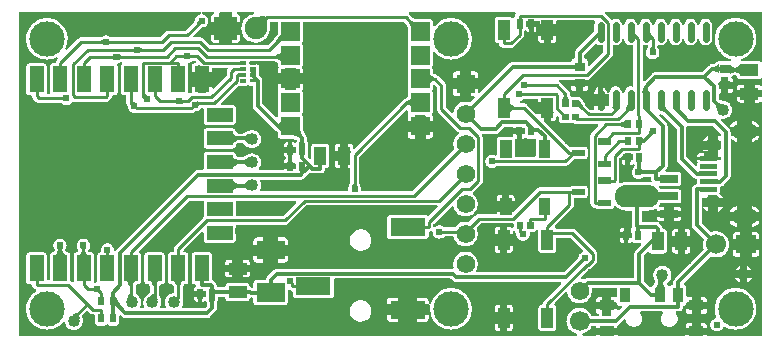
<source format=gtl>
G04 Layer: TopLayer*
G04 EasyEDA v6.5.5, 2022-06-30 21:59:10*
G04 844943e940ba41f192d5fd3784e3f5d8,9c416354eb984020824aaf9c885bead6,10*
G04 Gerber Generator version 0.2*
G04 Scale: 100 percent, Rotated: No, Reflected: No *
G04 Dimensions in inches *
G04 leading zeros omitted , absolute positions ,3 integer and 6 decimal *
%FSLAX36Y36*%
%MOIN*%

%ADD10C,0.0100*%
%ADD11C,0.0120*%
%ADD12C,0.0220*%
%ADD13C,0.0240*%
%ADD14R,0.1181X0.0591*%
%ADD15R,0.0197X0.0315*%
%ADD16R,0.0610X0.0394*%
%ADD17R,0.0394X0.0610*%
%ADD18R,0.0935X0.0633*%
%ADD19R,0.0354X0.0315*%
%ADD20R,0.0472X0.0866*%
%ADD21R,0.0866X0.0472*%
%ADD24R,0.0354X0.0512*%
%ADD25R,0.0512X0.0354*%
%ADD26R,0.0394X0.0669*%
%ADD30R,0.0199X0.0118*%
%ADD31C,0.0400*%
%ADD33C,0.0620*%
%ADD34C,0.0669*%
%ADD35R,0.0620X0.0620*%
%ADD37C,0.0748*%
%ADD38C,0.0512*%
%ADD39R,0.0600X0.0600*%
%ADD40C,0.0600*%
%ADD41C,0.1181*%
%ADD42R,0.0669X0.0620*%

%LPD*%
G36*
X649760Y429200D02*
G01*
X648220Y429500D01*
X646919Y430379D01*
X626680Y450600D01*
X624240Y452620D01*
X621600Y454020D01*
X618760Y454880D01*
X615600Y455200D01*
X596360Y455200D01*
X594820Y455500D01*
X593520Y456380D01*
X592660Y457660D01*
X592360Y459200D01*
X592660Y460740D01*
X593520Y462020D01*
X616920Y485439D01*
X618420Y486380D01*
X622820Y487939D01*
X627580Y489159D01*
X631100Y490780D01*
X634260Y493000D01*
X637000Y495740D01*
X639220Y498900D01*
X640840Y502420D01*
X641840Y506140D01*
X642180Y510000D01*
X641840Y513860D01*
X640840Y517580D01*
X639220Y521100D01*
X637000Y524260D01*
X634260Y527000D01*
X631100Y529220D01*
X627580Y530840D01*
X623520Y531940D01*
X622060Y532680D01*
X621020Y533940D01*
X620560Y535500D01*
X620780Y537120D01*
X621620Y538520D01*
X622960Y539460D01*
X624560Y539800D01*
X658160Y539800D01*
X659720Y539480D01*
X661040Y538580D01*
X661900Y537240D01*
X662159Y535680D01*
X661800Y534120D01*
X660860Y532840D01*
X659479Y532020D01*
X658180Y531560D01*
X656260Y530360D01*
X654640Y528740D01*
X653439Y526820D01*
X652680Y524660D01*
X652400Y522180D01*
X652400Y506200D01*
X678800Y506200D01*
X678800Y535800D01*
X679100Y537340D01*
X679980Y538620D01*
X681260Y539500D01*
X682800Y539800D01*
X717200Y539800D01*
X718740Y539500D01*
X720020Y538620D01*
X720900Y537340D01*
X721200Y535800D01*
X721200Y506200D01*
X747600Y506200D01*
X747600Y522180D01*
X747320Y524660D01*
X746560Y526820D01*
X745360Y528740D01*
X743740Y530360D01*
X741820Y531560D01*
X740520Y532020D01*
X739140Y532840D01*
X738199Y534120D01*
X737840Y535680D01*
X738100Y537240D01*
X738960Y538580D01*
X740280Y539480D01*
X741840Y539800D01*
X791220Y539800D01*
X792840Y539460D01*
X794180Y538480D01*
X795020Y537040D01*
X795200Y535400D01*
X794680Y533820D01*
X793580Y532580D01*
X792060Y531900D01*
X786979Y530780D01*
X781440Y528820D01*
X776200Y526220D01*
X771320Y522980D01*
X766860Y519159D01*
X762920Y514840D01*
X759539Y510060D01*
X756760Y504900D01*
X754640Y499420D01*
X753220Y493740D01*
X752500Y487920D01*
X752500Y482080D01*
X753220Y476260D01*
X754640Y470580D01*
X756760Y465100D01*
X759539Y459940D01*
X762920Y455160D01*
X766860Y450840D01*
X771320Y447020D01*
X776200Y443780D01*
X781440Y441180D01*
X786979Y439219D01*
X792700Y437960D01*
X798540Y437420D01*
X804400Y437600D01*
X810180Y438500D01*
X815819Y440120D01*
X821220Y442400D01*
X826280Y445319D01*
X830960Y448860D01*
X835180Y452939D01*
X838840Y457500D01*
X841940Y462480D01*
X844380Y467800D01*
X846160Y473400D01*
X847240Y479159D01*
X847520Y482239D01*
X848860Y503220D01*
X849220Y504660D01*
X850100Y505880D01*
X851380Y506680D01*
X852840Y506960D01*
X870100Y506960D01*
X871640Y506659D01*
X872940Y505780D01*
X873800Y504500D01*
X874100Y502960D01*
X874100Y469460D01*
X873900Y468220D01*
X873319Y467080D01*
X861320Y450820D01*
X840879Y430379D01*
X839580Y429500D01*
X838040Y429200D01*
G37*

%LPC*%
G36*
X662820Y437400D02*
G01*
X678800Y437400D01*
X678800Y463800D01*
X652400Y463800D01*
X652400Y447819D01*
X652680Y445340D01*
X653439Y443180D01*
X654640Y441260D01*
X656260Y439640D01*
X658180Y438440D01*
X660340Y437680D01*
G37*
G36*
X721200Y437400D02*
G01*
X737180Y437400D01*
X739659Y437680D01*
X741820Y438440D01*
X743740Y439640D01*
X745360Y441260D01*
X746560Y443180D01*
X747320Y445340D01*
X747600Y447819D01*
X747600Y463800D01*
X721200Y463800D01*
G37*

%LPD*%
G36*
X1911920Y359560D02*
G01*
X1910380Y359880D01*
X1909079Y360740D01*
X1908220Y362040D01*
X1907920Y363560D01*
X1907920Y373080D01*
X1907640Y375560D01*
X1906879Y377720D01*
X1905680Y379640D01*
X1904060Y381260D01*
X1902140Y382480D01*
X1898360Y383660D01*
X1897220Y384560D01*
X1896459Y385800D01*
X1896200Y387220D01*
X1896200Y394720D01*
X1896500Y396260D01*
X1897380Y397560D01*
X1932220Y432400D01*
X1933360Y433180D01*
X1934700Y433540D01*
X1936080Y433420D01*
X1937340Y432840D01*
X1939400Y431400D01*
X1942740Y429840D01*
X1946320Y428880D01*
X1950000Y428560D01*
X1953680Y428880D01*
X1954760Y429159D01*
X1956220Y429280D01*
X1957620Y428860D01*
X1958779Y427980D01*
X1959540Y426740D01*
X1959800Y425300D01*
X1959800Y407460D01*
X1959500Y405920D01*
X1958620Y404620D01*
X1914740Y360740D01*
X1913440Y359880D01*
G37*

%LPD*%
G36*
X2094199Y308760D02*
G01*
X2092660Y309080D01*
X2091380Y309940D01*
X2090500Y311240D01*
X2090200Y312760D01*
X2090200Y425300D01*
X2090460Y426740D01*
X2091220Y427980D01*
X2092380Y428860D01*
X2093779Y429280D01*
X2095240Y429159D01*
X2096320Y428880D01*
X2100000Y428560D01*
X2105220Y429020D01*
X2106620Y428600D01*
X2107780Y427720D01*
X2108540Y426460D01*
X2108800Y424540D01*
X2108420Y422819D01*
X2106240Y418260D01*
X2104780Y416100D01*
X2103160Y412580D01*
X2102160Y408860D01*
X2101820Y405000D01*
X2102160Y401140D01*
X2103160Y397420D01*
X2104780Y393900D01*
X2107000Y390740D01*
X2109740Y388000D01*
X2112900Y385780D01*
X2116420Y384159D01*
X2120140Y383160D01*
X2124000Y382819D01*
X2127860Y383160D01*
X2131580Y384159D01*
X2135100Y385780D01*
X2138260Y388000D01*
X2141000Y390740D01*
X2143220Y393900D01*
X2144840Y397420D01*
X2145840Y401140D01*
X2146180Y405000D01*
X2145840Y408860D01*
X2144840Y412580D01*
X2143220Y416100D01*
X2141760Y418260D01*
X2139580Y422819D01*
X2139200Y424540D01*
X2139200Y425580D01*
X2139460Y427000D01*
X2140220Y428240D01*
X2141380Y429140D01*
X2142780Y429560D01*
X2144240Y429440D01*
X2146320Y428880D01*
X2150000Y428560D01*
X2153680Y428880D01*
X2157260Y429840D01*
X2160600Y431400D01*
X2163640Y433519D01*
X2166240Y436140D01*
X2168360Y439159D01*
X2169920Y442520D01*
X2170880Y446079D01*
X2171020Y447560D01*
X2171520Y449159D01*
X2172620Y450420D01*
X2174160Y451120D01*
X2175840Y451120D01*
X2177380Y450420D01*
X2178480Y449159D01*
X2178980Y447560D01*
X2179120Y446079D01*
X2180080Y442520D01*
X2181640Y439159D01*
X2183760Y436140D01*
X2186360Y433519D01*
X2189400Y431400D01*
X2192740Y429840D01*
X2196320Y428880D01*
X2200000Y428560D01*
X2203680Y428880D01*
X2207260Y429840D01*
X2210600Y431400D01*
X2213640Y433519D01*
X2216240Y436140D01*
X2218360Y439159D01*
X2219920Y442520D01*
X2220880Y446079D01*
X2221020Y447560D01*
X2221520Y449159D01*
X2222620Y450420D01*
X2224160Y451120D01*
X2225840Y451120D01*
X2227380Y450420D01*
X2228480Y449159D01*
X2228980Y447560D01*
X2229120Y446079D01*
X2230080Y442520D01*
X2231640Y439159D01*
X2233760Y436140D01*
X2236360Y433519D01*
X2239400Y431400D01*
X2242740Y429840D01*
X2246320Y428880D01*
X2250000Y428560D01*
X2253680Y428880D01*
X2257260Y429840D01*
X2260600Y431400D01*
X2263640Y433519D01*
X2266240Y436140D01*
X2268360Y439159D01*
X2269920Y442520D01*
X2270880Y446079D01*
X2271020Y447560D01*
X2271520Y449159D01*
X2272620Y450420D01*
X2274160Y451120D01*
X2275840Y451120D01*
X2277380Y450420D01*
X2278480Y449159D01*
X2278980Y447560D01*
X2279120Y446079D01*
X2280080Y442520D01*
X2281640Y439159D01*
X2283760Y436140D01*
X2286360Y433519D01*
X2289400Y431400D01*
X2292740Y429840D01*
X2296320Y428880D01*
X2300000Y428560D01*
X2303680Y428880D01*
X2307260Y429840D01*
X2310600Y431400D01*
X2313640Y433519D01*
X2316240Y436140D01*
X2318360Y439159D01*
X2319920Y442520D01*
X2320880Y446079D01*
X2321220Y449940D01*
X2321220Y496240D01*
X2320880Y500100D01*
X2319920Y503680D01*
X2318360Y507020D01*
X2316240Y510060D01*
X2313640Y512660D01*
X2310600Y514780D01*
X2307260Y516340D01*
X2303680Y517299D01*
X2300000Y517620D01*
X2296320Y517299D01*
X2292740Y516340D01*
X2289400Y514780D01*
X2286360Y512660D01*
X2283760Y510060D01*
X2281640Y507020D01*
X2280080Y503680D01*
X2279120Y500100D01*
X2278980Y498620D01*
X2278480Y497020D01*
X2277380Y495760D01*
X2275840Y495060D01*
X2274160Y495060D01*
X2272620Y495760D01*
X2271520Y497020D01*
X2271020Y498620D01*
X2270880Y500100D01*
X2269920Y503680D01*
X2268360Y507020D01*
X2266240Y510060D01*
X2263640Y512660D01*
X2260600Y514780D01*
X2257260Y516340D01*
X2253680Y517299D01*
X2250000Y517620D01*
X2246320Y517299D01*
X2242740Y516340D01*
X2239400Y514780D01*
X2236360Y512660D01*
X2233760Y510060D01*
X2231640Y507020D01*
X2230080Y503680D01*
X2229120Y500100D01*
X2228980Y498620D01*
X2228480Y497020D01*
X2227380Y495760D01*
X2225840Y495060D01*
X2224160Y495060D01*
X2222620Y495760D01*
X2221520Y497020D01*
X2221020Y498620D01*
X2220880Y500100D01*
X2219920Y503680D01*
X2218360Y507020D01*
X2216240Y510060D01*
X2213640Y512660D01*
X2210600Y514780D01*
X2207260Y516340D01*
X2203680Y517299D01*
X2200000Y517620D01*
X2196320Y517299D01*
X2192740Y516340D01*
X2189400Y514780D01*
X2186360Y512660D01*
X2183760Y510060D01*
X2181640Y507020D01*
X2180080Y503680D01*
X2179120Y500100D01*
X2178980Y498620D01*
X2178480Y497020D01*
X2177380Y495760D01*
X2175840Y495060D01*
X2174160Y495060D01*
X2172620Y495760D01*
X2171520Y497020D01*
X2171020Y498620D01*
X2170880Y500100D01*
X2169920Y503680D01*
X2168360Y507020D01*
X2166240Y510060D01*
X2163640Y512660D01*
X2160600Y514780D01*
X2157260Y516340D01*
X2153680Y517299D01*
X2150000Y517620D01*
X2146320Y517299D01*
X2142740Y516340D01*
X2139400Y514780D01*
X2136360Y512660D01*
X2133760Y510060D01*
X2131640Y507020D01*
X2130080Y503680D01*
X2129120Y500100D01*
X2128980Y498620D01*
X2128480Y497020D01*
X2127380Y495760D01*
X2125840Y495060D01*
X2124160Y495060D01*
X2122620Y495760D01*
X2121520Y497020D01*
X2121020Y498620D01*
X2120880Y500100D01*
X2119920Y503680D01*
X2118360Y507020D01*
X2116240Y510060D01*
X2113640Y512660D01*
X2110600Y514780D01*
X2107260Y516340D01*
X2103680Y517299D01*
X2100000Y517620D01*
X2096320Y517299D01*
X2092740Y516340D01*
X2089400Y514780D01*
X2086360Y512660D01*
X2083760Y510060D01*
X2081639Y507020D01*
X2080080Y503680D01*
X2079120Y500100D01*
X2078980Y498620D01*
X2078480Y497020D01*
X2077380Y495760D01*
X2075840Y495060D01*
X2074160Y495060D01*
X2072620Y495760D01*
X2071519Y497020D01*
X2071020Y498620D01*
X2070880Y500100D01*
X2069920Y503680D01*
X2068360Y507020D01*
X2066240Y510060D01*
X2063640Y512660D01*
X2060600Y514780D01*
X2057260Y516340D01*
X2053680Y517299D01*
X2050000Y517620D01*
X2046320Y517299D01*
X2042740Y516340D01*
X2039400Y514780D01*
X2036360Y512660D01*
X2033760Y510060D01*
X2031639Y507020D01*
X2030080Y503680D01*
X2029120Y500100D01*
X2028980Y498620D01*
X2028480Y497020D01*
X2027380Y495760D01*
X2025840Y495060D01*
X2024160Y495060D01*
X2022620Y495760D01*
X2021519Y497020D01*
X2021020Y498620D01*
X2020880Y500100D01*
X2019920Y503680D01*
X2018360Y507020D01*
X2016240Y510060D01*
X2013640Y512660D01*
X2010600Y514780D01*
X2007260Y516340D01*
X2003680Y517299D01*
X2000000Y517620D01*
X1996320Y517299D01*
X1992740Y516340D01*
X1988100Y514180D01*
X1986720Y514060D01*
X1985380Y514420D01*
X1984240Y515220D01*
X1966480Y532980D01*
X1965620Y534260D01*
X1965320Y535800D01*
X1965620Y537340D01*
X1966480Y538620D01*
X1967780Y539500D01*
X1969319Y539800D01*
X2485800Y539800D01*
X2487340Y539500D01*
X2488620Y538620D01*
X2489500Y537340D01*
X2489800Y535800D01*
X2489800Y376719D01*
X2489500Y375200D01*
X2488620Y373900D01*
X2487340Y373020D01*
X2485800Y372720D01*
X2484260Y373020D01*
X2480920Y375220D01*
X2478780Y375980D01*
X2476280Y376260D01*
X2422380Y376260D01*
X2420820Y376560D01*
X2419520Y377460D01*
X2418660Y378780D01*
X2418380Y380319D01*
X2418720Y381880D01*
X2419620Y383160D01*
X2420960Y384000D01*
X2427740Y386560D01*
X2434120Y389739D01*
X2440120Y393560D01*
X2445720Y397980D01*
X2450820Y402960D01*
X2455400Y408440D01*
X2459380Y414360D01*
X2462720Y420640D01*
X2465420Y427260D01*
X2467400Y434099D01*
X2468680Y441120D01*
X2469240Y448220D01*
X2469040Y455340D01*
X2468140Y462420D01*
X2466500Y469360D01*
X2464160Y476100D01*
X2461140Y482560D01*
X2457460Y488660D01*
X2453180Y494360D01*
X2448340Y499600D01*
X2442980Y504300D01*
X2437180Y508440D01*
X2430960Y511940D01*
X2424440Y514799D01*
X2417640Y516980D01*
X2410660Y518420D01*
X2403560Y519159D01*
X2396440Y519159D01*
X2389340Y518420D01*
X2382360Y516980D01*
X2375580Y514799D01*
X2369040Y511940D01*
X2362840Y508440D01*
X2357020Y504300D01*
X2351680Y499600D01*
X2346820Y494360D01*
X2342560Y488660D01*
X2338880Y482560D01*
X2335860Y476100D01*
X2333520Y469360D01*
X2331880Y462420D01*
X2330960Y455340D01*
X2330780Y448220D01*
X2331320Y441120D01*
X2332600Y434099D01*
X2334600Y427260D01*
X2337280Y420640D01*
X2340640Y414360D01*
X2344620Y408440D01*
X2349180Y402960D01*
X2354280Y397980D01*
X2359880Y393560D01*
X2365900Y389739D01*
X2372280Y386560D01*
X2378940Y384040D01*
X2381460Y383380D01*
X2382940Y382640D01*
X2383980Y381380D01*
X2384440Y379820D01*
X2384220Y378180D01*
X2383380Y376780D01*
X2382060Y375840D01*
X2380440Y375500D01*
X2346500Y375500D01*
X2344020Y375220D01*
X2341860Y374480D01*
X2339940Y373260D01*
X2338420Y372040D01*
X2326800Y366220D01*
X2325020Y365800D01*
X2322800Y365800D01*
X2319440Y365460D01*
X2316400Y364540D01*
X2313620Y363060D01*
X2311000Y360920D01*
X2289460Y339380D01*
X2288160Y338500D01*
X2286640Y338200D01*
X2132200Y338200D01*
X2128840Y337860D01*
X2125800Y336940D01*
X2123020Y335460D01*
X2120400Y333320D01*
X2097020Y309940D01*
X2095740Y309080D01*
G37*

%LPD*%
G36*
X580460Y268420D02*
G01*
X578840Y268620D01*
X577420Y269460D01*
X576480Y270800D01*
X576140Y272400D01*
X576140Y358040D01*
X575860Y360540D01*
X575120Y362680D01*
X574240Y364060D01*
X573700Y365460D01*
X573700Y366940D01*
X574240Y368320D01*
X575260Y369420D01*
X576600Y370060D01*
X580700Y371160D01*
X584200Y372780D01*
X587380Y375000D01*
X588000Y375620D01*
X589300Y376500D01*
X590820Y376800D01*
X598360Y376800D01*
X599900Y376500D01*
X601520Y375300D01*
X602400Y374000D01*
X602700Y372460D01*
X602400Y370940D01*
X601520Y369640D01*
X600220Y368780D01*
X598700Y368459D01*
X597660Y368459D01*
X595180Y368180D01*
X593020Y367440D01*
X591100Y366220D01*
X589480Y364620D01*
X588280Y362680D01*
X587520Y360540D01*
X587240Y358040D01*
X587240Y339120D01*
X606760Y339120D01*
X606760Y360420D01*
X607060Y361940D01*
X607920Y363240D01*
X609220Y364120D01*
X610760Y364420D01*
X612280Y364120D01*
X613580Y363240D01*
X617900Y358920D01*
X620360Y356900D01*
X622980Y355500D01*
X625820Y354640D01*
X628980Y354320D01*
X631380Y354320D01*
X632900Y354020D01*
X634200Y353160D01*
X635060Y351860D01*
X635380Y350319D01*
X635380Y339120D01*
X654880Y339120D01*
X654880Y350319D01*
X655180Y351860D01*
X656060Y353160D01*
X657360Y354020D01*
X658880Y354320D01*
X703400Y354320D01*
X704880Y354060D01*
X706140Y353240D01*
X707020Y352040D01*
X707400Y350600D01*
X707200Y349099D01*
X706500Y347800D01*
X705380Y346440D01*
X703980Y343800D01*
X703120Y340959D01*
X702800Y337800D01*
X702800Y328160D01*
X702500Y326620D01*
X701620Y325319D01*
X661720Y285400D01*
X660420Y284540D01*
X658880Y284240D01*
X657360Y284540D01*
X656060Y285400D01*
X655180Y286700D01*
X654880Y288240D01*
X654880Y290800D01*
X635380Y290800D01*
X635380Y274360D01*
X635060Y272840D01*
X634200Y271540D01*
X632900Y270680D01*
X631380Y270360D01*
X610760Y270340D01*
X609220Y270640D01*
X607920Y271500D01*
X607060Y272800D01*
X606760Y274340D01*
X606760Y290800D01*
X587240Y290800D01*
X587240Y273540D01*
X586880Y271880D01*
X585880Y270520D01*
X584400Y269700D01*
X582500Y269120D01*
X582020Y268880D01*
G37*

%LPD*%
G36*
X1917960Y213200D02*
G01*
X1916420Y213500D01*
X1915120Y214380D01*
X1898740Y230760D01*
X1898100Y231580D01*
X1887080Y250620D01*
X1886180Y251920D01*
X1884520Y253580D01*
X1882580Y254800D01*
X1880440Y255539D01*
X1877960Y255820D01*
X1856120Y255820D01*
X1854180Y255600D01*
X1852480Y255780D01*
X1851000Y256660D01*
X1850020Y258080D01*
X1848460Y261900D01*
X1848160Y263420D01*
X1848160Y265900D01*
X1847840Y269060D01*
X1846980Y271900D01*
X1845580Y274540D01*
X1843560Y276980D01*
X1815080Y305480D01*
X1813260Y306980D01*
X1812240Y308240D01*
X1811800Y309800D01*
X1812020Y311420D01*
X1812860Y312800D01*
X1814199Y313740D01*
X1815780Y314060D01*
X1848080Y314060D01*
X1849660Y313740D01*
X1850980Y312820D01*
X1869740Y312820D01*
X1871060Y313740D01*
X1872640Y314060D01*
X1887360Y314060D01*
X1888940Y313740D01*
X1890260Y312820D01*
X1908160Y312820D01*
X1908899Y314100D01*
X1910060Y315020D01*
X1913220Y316660D01*
X1915660Y318660D01*
X1985600Y388620D01*
X1987620Y391060D01*
X1989019Y393700D01*
X1989880Y396540D01*
X1990200Y399700D01*
X1990200Y425300D01*
X1990460Y426740D01*
X1991220Y427980D01*
X1992380Y428860D01*
X1993779Y429280D01*
X1995240Y429159D01*
X1996320Y428880D01*
X2000000Y428560D01*
X2003680Y428880D01*
X2007260Y429840D01*
X2010600Y431400D01*
X2013640Y433519D01*
X2016240Y436140D01*
X2018360Y439159D01*
X2019920Y442520D01*
X2020880Y446079D01*
X2021020Y447560D01*
X2021519Y449159D01*
X2022620Y450420D01*
X2024160Y451120D01*
X2025840Y451120D01*
X2027380Y450420D01*
X2028480Y449159D01*
X2028980Y447560D01*
X2029120Y446079D01*
X2030080Y442520D01*
X2031639Y439159D01*
X2033760Y436140D01*
X2036360Y433519D01*
X2039400Y431400D01*
X2042740Y429840D01*
X2046320Y428880D01*
X2050000Y428560D01*
X2053680Y428880D01*
X2054760Y429159D01*
X2056220Y429280D01*
X2057620Y428860D01*
X2058779Y427980D01*
X2059540Y426740D01*
X2059800Y425300D01*
X2059800Y294700D01*
X2059540Y293260D01*
X2058779Y292020D01*
X2057620Y291140D01*
X2056220Y290720D01*
X2054760Y290840D01*
X2053680Y291120D01*
X2050000Y291440D01*
X2046320Y291120D01*
X2042740Y290160D01*
X2039400Y288600D01*
X2036360Y286480D01*
X2033760Y283860D01*
X2031639Y280840D01*
X2030080Y277480D01*
X2029120Y273920D01*
X2028980Y272440D01*
X2028480Y270840D01*
X2027380Y269580D01*
X2025840Y268880D01*
X2024160Y268880D01*
X2022620Y269580D01*
X2021519Y270840D01*
X2021020Y272440D01*
X2020880Y273920D01*
X2019920Y277480D01*
X2018360Y280840D01*
X2016240Y283860D01*
X2013640Y286480D01*
X2010600Y288600D01*
X2007260Y290160D01*
X2003680Y291120D01*
X2000000Y291440D01*
X1996320Y291120D01*
X1992740Y290160D01*
X1989400Y288600D01*
X1986360Y286480D01*
X1983760Y283860D01*
X1981639Y280840D01*
X1980080Y277480D01*
X1979120Y273920D01*
X1978980Y272440D01*
X1978480Y270840D01*
X1977380Y269580D01*
X1975840Y268880D01*
X1974160Y268880D01*
X1972620Y269580D01*
X1971519Y270840D01*
X1971020Y272440D01*
X1970880Y273920D01*
X1969920Y277480D01*
X1968360Y280840D01*
X1966240Y283860D01*
X1963640Y286480D01*
X1960600Y288600D01*
X1958020Y289820D01*
X1958020Y266580D01*
X1974780Y266580D01*
X1976300Y266280D01*
X1977600Y265420D01*
X1978480Y264120D01*
X1978779Y262580D01*
X1978779Y231240D01*
X1978480Y229700D01*
X1977600Y228400D01*
X1976300Y227540D01*
X1974780Y227240D01*
X1958020Y227240D01*
X1958020Y217200D01*
X1957700Y215660D01*
X1956840Y214380D01*
X1955540Y213500D01*
X1954019Y213200D01*
X1945980Y213200D01*
X1944460Y213500D01*
X1943160Y214380D01*
X1942300Y215660D01*
X1941980Y217200D01*
X1941980Y227240D01*
X1928779Y227240D01*
X1928779Y223760D01*
X1929120Y219899D01*
X1929560Y218240D01*
X1929680Y216780D01*
X1929259Y215380D01*
X1928380Y214220D01*
X1927120Y213460D01*
X1925700Y213200D01*
G37*

%LPC*%
G36*
X1928779Y266580D02*
G01*
X1941980Y266580D01*
X1941980Y289820D01*
X1939400Y288600D01*
X1936360Y286480D01*
X1933760Y283860D01*
X1931639Y280840D01*
X1930080Y277480D01*
X1929120Y273920D01*
X1928779Y270060D01*
G37*
G36*
X1862500Y276500D02*
G01*
X1868640Y276500D01*
X1868640Y292080D01*
X1852080Y292080D01*
X1852080Y286920D01*
X1852360Y284440D01*
X1853120Y282280D01*
X1854319Y280360D01*
X1855940Y278740D01*
X1857860Y277520D01*
X1860020Y276780D01*
G37*
G36*
X1891360Y276500D02*
G01*
X1897500Y276500D01*
X1899980Y276780D01*
X1902140Y277520D01*
X1904060Y278740D01*
X1905680Y280360D01*
X1906879Y282280D01*
X1907640Y284440D01*
X1907920Y286920D01*
X1907920Y292080D01*
X1891360Y292080D01*
G37*

%LPD*%
G36*
X1455940Y204080D02*
G01*
X1454240Y204320D01*
X1452800Y205240D01*
X1436080Y221940D01*
X1435200Y223220D01*
X1434900Y224760D01*
X1434900Y293800D01*
X1434580Y296960D01*
X1433720Y299800D01*
X1432320Y302440D01*
X1430300Y304880D01*
X1407880Y327299D01*
X1405440Y329320D01*
X1402800Y330720D01*
X1399960Y331580D01*
X1398779Y331700D01*
X1397400Y332100D01*
X1392800Y334400D01*
X1391639Y335280D01*
X1390860Y336540D01*
X1390600Y337980D01*
X1390600Y347980D01*
X1390320Y350460D01*
X1389560Y352620D01*
X1388700Y353980D01*
X1388160Y355360D01*
X1388160Y356840D01*
X1388700Y358220D01*
X1389560Y359580D01*
X1390320Y361740D01*
X1390600Y364219D01*
X1390600Y404099D01*
X1390920Y405680D01*
X1391860Y407020D01*
X1393240Y407860D01*
X1394840Y408100D01*
X1396399Y407680D01*
X1397660Y406659D01*
X1400760Y402960D01*
X1405860Y397980D01*
X1411459Y393560D01*
X1417460Y389739D01*
X1423839Y386560D01*
X1430520Y384040D01*
X1437400Y382220D01*
X1444460Y381120D01*
X1451579Y380760D01*
X1458700Y381120D01*
X1465740Y382220D01*
X1472640Y384040D01*
X1479300Y386560D01*
X1485680Y389739D01*
X1491699Y393560D01*
X1497300Y397980D01*
X1502400Y402960D01*
X1506960Y408440D01*
X1510940Y414360D01*
X1514300Y420640D01*
X1516980Y427260D01*
X1518980Y434099D01*
X1520260Y441120D01*
X1520800Y448220D01*
X1520620Y455340D01*
X1519700Y462420D01*
X1518060Y469360D01*
X1515720Y476100D01*
X1512700Y482560D01*
X1509019Y488660D01*
X1504760Y494360D01*
X1499900Y499600D01*
X1494560Y504300D01*
X1488740Y508440D01*
X1482540Y511940D01*
X1476000Y514799D01*
X1469220Y516980D01*
X1462240Y518420D01*
X1455140Y519159D01*
X1448020Y519159D01*
X1440920Y518420D01*
X1433940Y516980D01*
X1427140Y514799D01*
X1420620Y511940D01*
X1414400Y508440D01*
X1408600Y504300D01*
X1403240Y499600D01*
X1398400Y494360D01*
X1397800Y493560D01*
X1396560Y492480D01*
X1394980Y491980D01*
X1393340Y492160D01*
X1391900Y493000D01*
X1390940Y494340D01*
X1390600Y495959D01*
X1390600Y505480D01*
X1390320Y507960D01*
X1389560Y510120D01*
X1388360Y512040D01*
X1386740Y513660D01*
X1384820Y514860D01*
X1382660Y515620D01*
X1380180Y515900D01*
X1337380Y515900D01*
X1336120Y516100D01*
X1325580Y519620D01*
X1324019Y520580D01*
X1311620Y532960D01*
X1310740Y534260D01*
X1310440Y535800D01*
X1310740Y537320D01*
X1311620Y538620D01*
X1312900Y539500D01*
X1314440Y539800D01*
X1663480Y539800D01*
X1665080Y539460D01*
X1666420Y538520D01*
X1667260Y537120D01*
X1667480Y535480D01*
X1667020Y533920D01*
X1666300Y532560D01*
X1665440Y529740D01*
X1665100Y526000D01*
X1664740Y524660D01*
X1663940Y523519D01*
X1662520Y522080D01*
X1661300Y520140D01*
X1660320Y519080D01*
X1659060Y518440D01*
X1657640Y518280D01*
X1656260Y518620D01*
X1655080Y519440D01*
X1653180Y521340D01*
X1651240Y522560D01*
X1649100Y523300D01*
X1646620Y523579D01*
X1607680Y523579D01*
X1605200Y523300D01*
X1603060Y522560D01*
X1601120Y521340D01*
X1599520Y519720D01*
X1598300Y517800D01*
X1597540Y515640D01*
X1597260Y513160D01*
X1597260Y446680D01*
X1597540Y444200D01*
X1598300Y442040D01*
X1599520Y440120D01*
X1601120Y438500D01*
X1603060Y437280D01*
X1605200Y436540D01*
X1608260Y436260D01*
X1609700Y435980D01*
X1610960Y435220D01*
X1611840Y434060D01*
X1613120Y429640D01*
X1614520Y427020D01*
X1616420Y424720D01*
X1618720Y422819D01*
X1621339Y421420D01*
X1624180Y420560D01*
X1627340Y420240D01*
X1651780Y420240D01*
X1654940Y420560D01*
X1657780Y421420D01*
X1660400Y422819D01*
X1662860Y424840D01*
X1690920Y452920D01*
X1692940Y455360D01*
X1694340Y458000D01*
X1695200Y460840D01*
X1695520Y464000D01*
X1695520Y473660D01*
X1695820Y475180D01*
X1696699Y476480D01*
X1697160Y476960D01*
X1698460Y477840D01*
X1700000Y478140D01*
X1701519Y477840D01*
X1702820Y476960D01*
X1703500Y476300D01*
X1705420Y475080D01*
X1707580Y474320D01*
X1710060Y474040D01*
X1712260Y474040D01*
X1712260Y489620D01*
X1704360Y489620D01*
X1702820Y489920D01*
X1701519Y490800D01*
X1700660Y492100D01*
X1700360Y493620D01*
X1700360Y506380D01*
X1700660Y507900D01*
X1701519Y509200D01*
X1702820Y510060D01*
X1704360Y510379D01*
X1713340Y510379D01*
X1714680Y511300D01*
X1716260Y511620D01*
X1723100Y511620D01*
X1724700Y511300D01*
X1726020Y510379D01*
X1743720Y510379D01*
X1745260Y510060D01*
X1746560Y509200D01*
X1747420Y507900D01*
X1747720Y506380D01*
X1747720Y499159D01*
X1760460Y499159D01*
X1760460Y507620D01*
X1760760Y509159D01*
X1761620Y510460D01*
X1762920Y511320D01*
X1764460Y511620D01*
X1781140Y511620D01*
X1782680Y511320D01*
X1783980Y510460D01*
X1784840Y509159D01*
X1785140Y507620D01*
X1785140Y499159D01*
X1802680Y499159D01*
X1802680Y507620D01*
X1802980Y509159D01*
X1803860Y510460D01*
X1805160Y511320D01*
X1806680Y511620D01*
X1927500Y511620D01*
X1929060Y511320D01*
X1930380Y510400D01*
X1931240Y509060D01*
X1931500Y507500D01*
X1931120Y505940D01*
X1930080Y503680D01*
X1929120Y500100D01*
X1928779Y496240D01*
X1928779Y476440D01*
X1928480Y474900D01*
X1927600Y473600D01*
X1868680Y414680D01*
X1866540Y412080D01*
X1865060Y409280D01*
X1864139Y406240D01*
X1863800Y402900D01*
X1863800Y387220D01*
X1863540Y385800D01*
X1862780Y384560D01*
X1861639Y383660D01*
X1860020Y383220D01*
X1857860Y382480D01*
X1855940Y381260D01*
X1854319Y379640D01*
X1853120Y377720D01*
X1852660Y376440D01*
X1851819Y375040D01*
X1850500Y374099D01*
X1848899Y373760D01*
X1657760Y373760D01*
X1654400Y373420D01*
X1651360Y372500D01*
X1648580Y371019D01*
X1645960Y368880D01*
X1548020Y270940D01*
X1546740Y270080D01*
X1545200Y269760D01*
X1543660Y270080D01*
X1542380Y270940D01*
X1541500Y272240D01*
X1541200Y273760D01*
X1541200Y282000D01*
X1518000Y282000D01*
X1518000Y258800D01*
X1526240Y258800D01*
X1527760Y258500D01*
X1529060Y257620D01*
X1529920Y256340D01*
X1530240Y254800D01*
X1529920Y253260D01*
X1529060Y251980D01*
X1517060Y239980D01*
X1515840Y239140D01*
X1514400Y238800D01*
X1512940Y239020D01*
X1510660Y239780D01*
X1505380Y240840D01*
X1500000Y241200D01*
X1494620Y240840D01*
X1489340Y239780D01*
X1484240Y238060D01*
X1479400Y235680D01*
X1474920Y232680D01*
X1470880Y229120D01*
X1467320Y225080D01*
X1464319Y220600D01*
X1461940Y215760D01*
X1460220Y210660D01*
X1459540Y207280D01*
X1458860Y205720D01*
X1457580Y204579D01*
G37*

%LPC*%
G36*
X1469220Y258800D02*
G01*
X1482000Y258800D01*
X1482000Y282000D01*
X1458800Y282000D01*
X1458800Y269220D01*
X1459079Y266740D01*
X1459840Y264580D01*
X1461040Y262660D01*
X1462660Y261040D01*
X1464580Y259840D01*
X1466740Y259080D01*
G37*
G36*
X1458800Y318000D02*
G01*
X1482000Y318000D01*
X1482000Y341200D01*
X1469220Y341200D01*
X1466740Y340920D01*
X1464580Y340160D01*
X1462660Y338960D01*
X1461040Y337340D01*
X1459840Y335420D01*
X1459079Y333260D01*
X1458800Y330780D01*
G37*
G36*
X1518000Y318000D02*
G01*
X1541200Y318000D01*
X1541200Y330780D01*
X1540920Y333260D01*
X1540160Y335420D01*
X1538959Y337340D01*
X1537340Y338960D01*
X1535420Y340160D01*
X1533260Y340920D01*
X1530780Y341200D01*
X1518000Y341200D01*
G37*
G36*
X1785140Y436260D02*
G01*
X1792260Y436260D01*
X1794740Y436540D01*
X1796900Y437280D01*
X1798820Y438500D01*
X1800440Y440120D01*
X1801660Y442040D01*
X1802400Y444200D01*
X1802680Y446680D01*
X1802680Y460680D01*
X1785140Y460680D01*
G37*
G36*
X1753340Y436260D02*
G01*
X1760460Y436260D01*
X1760460Y460680D01*
X1742920Y460680D01*
X1742920Y446680D01*
X1743200Y444200D01*
X1743940Y442040D01*
X1745160Y440120D01*
X1746780Y438500D01*
X1748700Y437280D01*
X1750860Y436540D01*
G37*
G36*
X1727100Y474040D02*
G01*
X1729300Y474040D01*
X1731780Y474320D01*
X1733940Y475080D01*
X1734920Y475700D01*
X1734920Y489620D01*
X1727100Y489620D01*
G37*

%LPD*%
G36*
X2268340Y26220D02*
G01*
X2266820Y26520D01*
X2265520Y27400D01*
X2237380Y55540D01*
X2236500Y56840D01*
X2236200Y58360D01*
X2236200Y155840D01*
X2236460Y157520D01*
X2237420Y158960D01*
X2238880Y159860D01*
X2240580Y160060D01*
X2243200Y159800D01*
X2321640Y159800D01*
X2323160Y159500D01*
X2324460Y158620D01*
X2349620Y133460D01*
X2350500Y132160D01*
X2350800Y130640D01*
X2350800Y128520D01*
X2350420Y126820D01*
X2349340Y125440D01*
X2347800Y124660D01*
X2346060Y124600D01*
X2344440Y125300D01*
X2343740Y125820D01*
X2340060Y127760D01*
X2340060Y110760D01*
X2346800Y110760D01*
X2348340Y110460D01*
X2349620Y109600D01*
X2350500Y108300D01*
X2350800Y106760D01*
X2350800Y84179D01*
X2350500Y82640D01*
X2349620Y81340D01*
X2348340Y80480D01*
X2346800Y80180D01*
X2340060Y80180D01*
X2340060Y57619D01*
X2346800Y57619D01*
X2348340Y57320D01*
X2349620Y56440D01*
X2350500Y55140D01*
X2350800Y53620D01*
X2350800Y48740D01*
X2350500Y47220D01*
X2349620Y45920D01*
X2348340Y45039D01*
X2346800Y44740D01*
X2325120Y44740D01*
X2323860Y43940D01*
X2322380Y43660D01*
X2297820Y43660D01*
X2296360Y43940D01*
X2295100Y44740D01*
X2272340Y44740D01*
X2272340Y43520D01*
X2272620Y41040D01*
X2273100Y39700D01*
X2273320Y38380D01*
X2273100Y37060D01*
X2272620Y35720D01*
X2272340Y33240D01*
X2272340Y30219D01*
X2272040Y28700D01*
X2271180Y27400D01*
X2269880Y26520D01*
G37*

%LPC*%
G36*
X2272340Y57619D02*
G01*
X2293820Y57619D01*
X2293820Y69820D01*
X2293560Y69620D01*
X2291880Y69260D01*
X2282760Y69260D01*
X2280280Y68980D01*
X2278140Y68220D01*
X2276200Y67000D01*
X2274600Y65400D01*
X2273380Y63460D01*
X2272620Y61320D01*
X2272340Y58820D01*
G37*
G36*
X2294900Y75940D02*
G01*
X2296300Y76940D01*
X2297820Y77260D01*
X2309480Y77260D01*
X2309480Y80180D01*
X2292520Y80180D01*
X2293780Y77580D01*
G37*
G36*
X2292460Y110760D02*
G01*
X2309480Y110760D01*
X2309480Y127760D01*
X2305820Y125820D01*
X2301780Y122880D01*
X2298180Y119420D01*
X2295100Y115480D01*
X2292620Y111160D01*
G37*

%LPD*%
G36*
X2014600Y-31200D02*
G01*
X2012900Y-30660D01*
X2011600Y-29460D01*
X2010960Y-27820D01*
X2011080Y-26040D01*
X2011900Y-23340D01*
X2012220Y-20179D01*
X2012220Y49920D01*
X2012520Y51460D01*
X2013380Y52760D01*
X2024820Y64200D01*
X2026120Y65060D01*
X2027660Y65380D01*
X2033140Y65380D01*
X2034000Y66740D01*
X2035320Y67660D01*
X2036900Y67980D01*
X2043740Y67980D01*
X2045320Y67660D01*
X2046639Y66740D01*
X2047480Y65380D01*
X2055640Y65380D01*
X2057180Y65060D01*
X2058460Y64200D01*
X2059340Y62900D01*
X2059640Y61380D01*
X2059640Y48620D01*
X2059340Y47100D01*
X2058460Y45800D01*
X2057180Y44920D01*
X2055640Y44620D01*
X2047740Y44620D01*
X2047740Y29040D01*
X2049940Y29040D01*
X2052420Y29320D01*
X2054580Y30080D01*
X2057960Y32320D01*
X2059500Y32620D01*
X2061020Y32320D01*
X2062320Y31460D01*
X2063180Y30160D01*
X2063500Y28620D01*
X2063500Y26800D01*
X2063340Y25740D01*
X2062920Y24760D01*
X2061339Y22100D01*
X2060740Y21320D01*
X2059319Y19900D01*
X2057100Y16740D01*
X2055480Y13240D01*
X2054480Y9500D01*
X2054139Y5639D01*
X2054480Y1800D01*
X2055480Y-1940D01*
X2057100Y-5440D01*
X2059319Y-8620D01*
X2062060Y-11339D01*
X2065220Y-13560D01*
X2068740Y-15200D01*
X2072460Y-16200D01*
X2076320Y-16540D01*
X2080180Y-16200D01*
X2083899Y-15200D01*
X2087420Y-13560D01*
X2090680Y-11279D01*
X2091780Y-10740D01*
X2092980Y-10560D01*
X2115200Y-10560D01*
X2116720Y-10860D01*
X2118020Y-11720D01*
X2118880Y-13020D01*
X2119200Y-14560D01*
X2119200Y-15740D01*
X2119520Y-19080D01*
X2120640Y-22639D01*
X2120800Y-24280D01*
X2120280Y-25840D01*
X2119180Y-27060D01*
X2117680Y-27740D01*
X2116040Y-27759D01*
X2115080Y-27580D01*
X2110600Y-27120D01*
X2108060Y-27060D01*
X2033240Y-27100D01*
X2028740Y-27480D01*
X2024340Y-28300D01*
X2020060Y-29500D01*
X2016339Y-30940D01*
G37*

%LPC*%
G36*
X2030700Y29040D02*
G01*
X2032900Y29040D01*
X2032900Y44620D01*
X2020280Y44620D01*
X2020280Y39480D01*
X2020560Y36980D01*
X2021300Y34840D01*
X2022520Y32900D01*
X2024120Y31300D01*
X2026060Y30080D01*
X2028200Y29320D01*
G37*

%LPD*%
G36*
X1155860Y-57880D02*
G01*
X1154260Y-57539D01*
X1152920Y-56580D01*
X1152080Y-55160D01*
X1151880Y-53540D01*
X1152180Y-50020D01*
X1151840Y-46160D01*
X1150840Y-42420D01*
X1149220Y-38920D01*
X1147760Y-36760D01*
X1145580Y-32180D01*
X1145200Y-30460D01*
X1145200Y54040D01*
X1145500Y55580D01*
X1146380Y56880D01*
X1300380Y210880D01*
X1301680Y211740D01*
X1303200Y212060D01*
X1304740Y211740D01*
X1306040Y210880D01*
X1306900Y209579D01*
X1307200Y208060D01*
X1307200Y206720D01*
X1307480Y204240D01*
X1308240Y202079D01*
X1309060Y200780D01*
X1309600Y199400D01*
X1309600Y197900D01*
X1309060Y196520D01*
X1308240Y195219D01*
X1307480Y193060D01*
X1307200Y190580D01*
X1307200Y177540D01*
X1330660Y177540D01*
X1330660Y192300D01*
X1330960Y193840D01*
X1331819Y195140D01*
X1333120Y196000D01*
X1334660Y196300D01*
X1363140Y196300D01*
X1364680Y196000D01*
X1365980Y195140D01*
X1366840Y193840D01*
X1367140Y192300D01*
X1367140Y177540D01*
X1390600Y177540D01*
X1390600Y190580D01*
X1390320Y193060D01*
X1389560Y195219D01*
X1388740Y196520D01*
X1388200Y197900D01*
X1388200Y199400D01*
X1388740Y200780D01*
X1389560Y202079D01*
X1390320Y204240D01*
X1390600Y206720D01*
X1390600Y269280D01*
X1390320Y271760D01*
X1389560Y273920D01*
X1388740Y275220D01*
X1388200Y276600D01*
X1388200Y278100D01*
X1388740Y279480D01*
X1389560Y280780D01*
X1390320Y282940D01*
X1390600Y285420D01*
X1390600Y291960D01*
X1390900Y293480D01*
X1391759Y294780D01*
X1393060Y295640D01*
X1394600Y295960D01*
X1396120Y295640D01*
X1397420Y294780D01*
X1403320Y288880D01*
X1404199Y287580D01*
X1404500Y286040D01*
X1404500Y217000D01*
X1404820Y213840D01*
X1405680Y211000D01*
X1407080Y208359D01*
X1409079Y205920D01*
X1472220Y142880D01*
X1474660Y140880D01*
X1475740Y140300D01*
X1477000Y139260D01*
X1477720Y137780D01*
X1477800Y136140D01*
X1477220Y134620D01*
X1476080Y133440D01*
X1474920Y132680D01*
X1470880Y129120D01*
X1467320Y125079D01*
X1464319Y120600D01*
X1461940Y115760D01*
X1460220Y110660D01*
X1459160Y105380D01*
X1458800Y100000D01*
X1459160Y94620D01*
X1460220Y89340D01*
X1461339Y86000D01*
X1461560Y84540D01*
X1461220Y83100D01*
X1460380Y81880D01*
X1321800Y-56700D01*
X1320500Y-57580D01*
X1318959Y-57880D01*
G37*

%LPC*%
G36*
X1317620Y117600D02*
G01*
X1330660Y117600D01*
X1330660Y141060D01*
X1307200Y141060D01*
X1307200Y128020D01*
X1307480Y125540D01*
X1308240Y123379D01*
X1309440Y121460D01*
X1311060Y119840D01*
X1312980Y118640D01*
X1315140Y117880D01*
G37*
G36*
X1367140Y117600D02*
G01*
X1380180Y117600D01*
X1382660Y117880D01*
X1384820Y118640D01*
X1386740Y119840D01*
X1388360Y121460D01*
X1389560Y123379D01*
X1390320Y125540D01*
X1390600Y128020D01*
X1390600Y141060D01*
X1367140Y141060D01*
G37*

%LPD*%
G36*
X817640Y-58880D02*
G01*
X816020Y-58520D01*
X814659Y-57539D01*
X813840Y-56100D01*
X813660Y-54460D01*
X814180Y-52880D01*
X815200Y-51100D01*
X816840Y-46900D01*
X817860Y-42500D01*
X818180Y-38000D01*
X817860Y-33500D01*
X816840Y-29120D01*
X815020Y-24500D01*
X814740Y-22980D01*
X815060Y-21460D01*
X815920Y-20179D01*
X817220Y-19340D01*
X818740Y-19040D01*
X949940Y-19040D01*
X953300Y-18700D01*
X956340Y-17780D01*
X959120Y-16279D01*
X961740Y-14140D01*
X978000Y2120D01*
X979419Y3040D01*
X981100Y3280D01*
X982720Y2819D01*
X983259Y2540D01*
X986300Y1620D01*
X989640Y1280D01*
X1015440Y1280D01*
X1018780Y1620D01*
X1021820Y2540D01*
X1024620Y4020D01*
X1027080Y6040D01*
X1029080Y8500D01*
X1030580Y11279D01*
X1031500Y14320D01*
X1031640Y15720D01*
X1032000Y17020D01*
X1032760Y18140D01*
X1033860Y18920D01*
X1035160Y19300D01*
X1037580Y19560D01*
X1039720Y20320D01*
X1041660Y21540D01*
X1043259Y23140D01*
X1044479Y25080D01*
X1045240Y27220D01*
X1045520Y29720D01*
X1045520Y90280D01*
X1045240Y92780D01*
X1044479Y94920D01*
X1043259Y96860D01*
X1041660Y98460D01*
X1039720Y99680D01*
X1037580Y100440D01*
X1035100Y100719D01*
X996160Y100719D01*
X993680Y100440D01*
X991540Y99680D01*
X989599Y98460D01*
X988000Y96860D01*
X986780Y94920D01*
X986020Y92780D01*
X985740Y90280D01*
X985740Y53760D01*
X985440Y52220D01*
X984580Y50920D01*
X983280Y50060D01*
X981740Y49760D01*
X980220Y50060D01*
X978920Y50920D01*
X974520Y55320D01*
X973680Y56560D01*
X973340Y58000D01*
X973560Y59480D01*
X974440Y61980D01*
X974720Y64480D01*
X974720Y95540D01*
X974460Y98080D01*
X970980Y114400D01*
X970900Y115239D01*
X970900Y120220D01*
X970560Y123560D01*
X969640Y126600D01*
X968139Y129400D01*
X966000Y132000D01*
X963240Y134760D01*
X962280Y136320D01*
X957700Y150060D01*
X957500Y151320D01*
X957500Y190580D01*
X957220Y193060D01*
X956460Y195219D01*
X955639Y196520D01*
X955100Y197900D01*
X955100Y199400D01*
X955639Y200780D01*
X956460Y202079D01*
X957220Y204240D01*
X957500Y206720D01*
X957500Y269280D01*
X957220Y271760D01*
X956460Y273920D01*
X955639Y275220D01*
X955100Y276600D01*
X955100Y278100D01*
X955639Y279480D01*
X956460Y280780D01*
X957220Y282940D01*
X957500Y285420D01*
X957500Y298460D01*
X934040Y298460D01*
X934040Y283700D01*
X933740Y282160D01*
X932880Y280860D01*
X931580Y280000D01*
X930040Y279700D01*
X901560Y279700D01*
X900020Y280000D01*
X898720Y280860D01*
X897860Y282160D01*
X897560Y283700D01*
X897560Y298460D01*
X874100Y298460D01*
X874100Y285420D01*
X874380Y282940D01*
X875140Y280780D01*
X875960Y279480D01*
X876500Y278100D01*
X876500Y276600D01*
X875960Y275220D01*
X875140Y273920D01*
X874380Y271760D01*
X874100Y269280D01*
X874100Y206720D01*
X874380Y204240D01*
X875140Y202079D01*
X875960Y200780D01*
X876500Y199400D01*
X876500Y197900D01*
X875960Y196520D01*
X875140Y195219D01*
X874380Y193060D01*
X874240Y191840D01*
X873800Y190420D01*
X872880Y189259D01*
X871600Y188520D01*
X870120Y188299D01*
X868680Y188619D01*
X867440Y189460D01*
X823980Y232940D01*
X823100Y234240D01*
X822800Y235760D01*
X822800Y310300D01*
X822460Y313660D01*
X821540Y316700D01*
X820060Y319480D01*
X817720Y322220D01*
X813139Y326800D01*
X812280Y328100D01*
X811979Y329640D01*
X811979Y335840D01*
X811380Y339780D01*
X811680Y341540D01*
X811979Y344159D01*
X811979Y355520D01*
X811700Y358020D01*
X811340Y359680D01*
X811700Y361360D01*
X811979Y364080D01*
X808680Y364080D01*
X807560Y364240D01*
X806180Y364920D01*
X804040Y365660D01*
X801540Y365940D01*
X782320Y365940D01*
X780780Y366260D01*
X779479Y367120D01*
X778620Y368420D01*
X778319Y369940D01*
X778319Y370800D01*
X778620Y372340D01*
X779479Y373620D01*
X780780Y374500D01*
X782320Y374799D01*
X865939Y374799D01*
X867740Y374380D01*
X871900Y372299D01*
X873060Y371420D01*
X873840Y370160D01*
X874100Y368720D01*
X874100Y364219D01*
X874380Y361740D01*
X875140Y359580D01*
X876000Y358220D01*
X876540Y356840D01*
X876540Y355360D01*
X876000Y353980D01*
X875140Y352620D01*
X874380Y350460D01*
X874100Y347980D01*
X874100Y334940D01*
X897560Y334940D01*
X897560Y349799D01*
X897860Y351340D01*
X898720Y352640D01*
X900020Y353500D01*
X901560Y353800D01*
X930040Y353800D01*
X931580Y353500D01*
X932880Y352640D01*
X933740Y351340D01*
X934040Y349799D01*
X934040Y334940D01*
X957500Y334940D01*
X957500Y347980D01*
X957220Y350460D01*
X956460Y352620D01*
X955600Y353980D01*
X955060Y355360D01*
X955060Y356840D01*
X955600Y358220D01*
X956460Y359580D01*
X957220Y361740D01*
X957500Y364219D01*
X957500Y426780D01*
X957220Y429260D01*
X956460Y431420D01*
X955639Y432720D01*
X955100Y434099D01*
X955100Y435600D01*
X955639Y436980D01*
X956460Y438280D01*
X957220Y440439D01*
X957500Y442920D01*
X957500Y502960D01*
X957800Y504500D01*
X958660Y505780D01*
X959960Y506659D01*
X961500Y506960D01*
X1292980Y506960D01*
X1294520Y506659D01*
X1295820Y505780D01*
X1302520Y499080D01*
X1303480Y497520D01*
X1307000Y486960D01*
X1307200Y485700D01*
X1307200Y442920D01*
X1307480Y440439D01*
X1308240Y438280D01*
X1309060Y436980D01*
X1309600Y435600D01*
X1309600Y434099D01*
X1309060Y432720D01*
X1308240Y431420D01*
X1307480Y429260D01*
X1307200Y426780D01*
X1307200Y364219D01*
X1307480Y361740D01*
X1308240Y359580D01*
X1309100Y358220D01*
X1309640Y356840D01*
X1309640Y355360D01*
X1309100Y353980D01*
X1308240Y352620D01*
X1307480Y350460D01*
X1307200Y347980D01*
X1307200Y285420D01*
X1307480Y282940D01*
X1308240Y280780D01*
X1309060Y279480D01*
X1309600Y278100D01*
X1309600Y276600D01*
X1309060Y275220D01*
X1308240Y273920D01*
X1307480Y271760D01*
X1307200Y269280D01*
X1307200Y258160D01*
X1306980Y256860D01*
X1306360Y255700D01*
X1305400Y254820D01*
X1302480Y252880D01*
X1301440Y252399D01*
X1300200Y252020D01*
X1297560Y250620D01*
X1295120Y248600D01*
X1131080Y84580D01*
X1129780Y83720D01*
X1128260Y83400D01*
X1126720Y83720D01*
X1125420Y84580D01*
X1124560Y85879D01*
X1124260Y87400D01*
X1124260Y90280D01*
X1123980Y92780D01*
X1123220Y94920D01*
X1122000Y96860D01*
X1120400Y98460D01*
X1118460Y99680D01*
X1116320Y100440D01*
X1113840Y100719D01*
X1106720Y100719D01*
X1106720Y77760D01*
X1114920Y77760D01*
X1116400Y77480D01*
X1117660Y76680D01*
X1118540Y75460D01*
X1118920Y74020D01*
X1118740Y72540D01*
X1118020Y71220D01*
X1117380Y70440D01*
X1115980Y67800D01*
X1115120Y64960D01*
X1114800Y61800D01*
X1114800Y46240D01*
X1114500Y44720D01*
X1113620Y43420D01*
X1112340Y42539D01*
X1110800Y42240D01*
X1106720Y42240D01*
X1106720Y19280D01*
X1110800Y19280D01*
X1112340Y18980D01*
X1113620Y18120D01*
X1114500Y16820D01*
X1114800Y15280D01*
X1114800Y-30460D01*
X1114420Y-32180D01*
X1112240Y-36760D01*
X1110780Y-38920D01*
X1109160Y-42420D01*
X1108160Y-46160D01*
X1107820Y-50020D01*
X1108120Y-53540D01*
X1107920Y-55160D01*
X1107080Y-56580D01*
X1105740Y-57539D01*
X1104140Y-57880D01*
X957500Y-57880D01*
X954340Y-58200D01*
X952660Y-58700D01*
X951500Y-58880D01*
G37*

%LPC*%
G36*
X1074900Y19280D02*
G01*
X1082020Y19280D01*
X1082020Y42240D01*
X1064480Y42240D01*
X1064480Y29720D01*
X1064760Y27220D01*
X1065520Y25080D01*
X1066740Y23140D01*
X1068340Y21540D01*
X1070280Y20320D01*
X1072420Y19560D01*
G37*
G36*
X1064480Y77760D02*
G01*
X1082020Y77760D01*
X1082020Y100719D01*
X1074900Y100719D01*
X1072420Y100440D01*
X1070280Y99680D01*
X1068340Y98460D01*
X1066740Y96860D01*
X1065520Y94920D01*
X1064760Y92780D01*
X1064480Y90280D01*
G37*

%LPD*%
G36*
X737620Y-139580D02*
G01*
X736100Y-139260D01*
X734800Y-138400D01*
X733920Y-137100D01*
X733620Y-135580D01*
X733620Y-94720D01*
X733520Y-93720D01*
X733680Y-92060D01*
X734500Y-90600D01*
X735860Y-89620D01*
X737480Y-89280D01*
X932680Y-89280D01*
X934220Y-89580D01*
X935520Y-90440D01*
X936380Y-91740D01*
X936680Y-93280D01*
X936380Y-94800D01*
X935520Y-96100D01*
X893220Y-138400D01*
X891919Y-139260D01*
X890380Y-139580D01*
G37*

%LPD*%
G36*
X1894520Y-351280D02*
G01*
X1893200Y-351079D01*
X1890660Y-350220D01*
X1887100Y-349500D01*
X1885540Y-348820D01*
X1884400Y-347540D01*
X1883899Y-345900D01*
X1884139Y-344200D01*
X1885060Y-342760D01*
X1908680Y-319140D01*
X1909800Y-318340D01*
X1914060Y-317100D01*
X1916680Y-315700D01*
X1919139Y-313680D01*
X1933959Y-298860D01*
X1935980Y-296400D01*
X1937380Y-293780D01*
X1938240Y-290940D01*
X1938560Y-287780D01*
X1938560Y-266160D01*
X1938240Y-263000D01*
X1937380Y-260159D01*
X1935980Y-257540D01*
X1933959Y-255080D01*
X1866120Y-187240D01*
X1863660Y-185219D01*
X1861040Y-183820D01*
X1858200Y-182960D01*
X1855040Y-182640D01*
X1804180Y-182640D01*
X1802860Y-182420D01*
X1801699Y-181759D01*
X1800480Y-180280D01*
X1798880Y-178660D01*
X1797400Y-177440D01*
X1796759Y-176160D01*
X1796600Y-174740D01*
X1796940Y-173359D01*
X1797760Y-172180D01*
X1855820Y-114120D01*
X1857840Y-111679D01*
X1859240Y-109040D01*
X1860100Y-106199D01*
X1860420Y-103040D01*
X1860420Y-84680D01*
X1860720Y-83140D01*
X1861579Y-81840D01*
X1862880Y-80980D01*
X1864420Y-80680D01*
X1896840Y-80680D01*
X1899340Y-80399D01*
X1901480Y-79640D01*
X1903420Y-78420D01*
X1905020Y-76820D01*
X1906240Y-74880D01*
X1906980Y-72740D01*
X1907260Y-70240D01*
X1907260Y-49760D01*
X1906980Y-47260D01*
X1906240Y-45119D01*
X1905020Y-43179D01*
X1903420Y-41580D01*
X1901480Y-40359D01*
X1899340Y-39600D01*
X1896840Y-39320D01*
X1856440Y-39320D01*
X1853959Y-39600D01*
X1851800Y-40359D01*
X1849900Y-41560D01*
X1847900Y-43600D01*
X1846579Y-44480D01*
X1845040Y-44800D01*
X1747860Y-44800D01*
X1744700Y-45119D01*
X1741860Y-45980D01*
X1739240Y-47380D01*
X1736780Y-49400D01*
X1661100Y-125079D01*
X1659800Y-125940D01*
X1658260Y-126240D01*
X1645920Y-126240D01*
X1645920Y-130360D01*
X1645620Y-131880D01*
X1644760Y-133180D01*
X1643460Y-134040D01*
X1641920Y-134360D01*
X1625240Y-134360D01*
X1623700Y-134040D01*
X1622400Y-133180D01*
X1621540Y-131880D01*
X1621240Y-130360D01*
X1621240Y-126240D01*
X1603700Y-126240D01*
X1603700Y-130360D01*
X1603400Y-131880D01*
X1602520Y-133180D01*
X1601220Y-134040D01*
X1599700Y-134360D01*
X1544160Y-134360D01*
X1541000Y-134660D01*
X1538160Y-135520D01*
X1535540Y-136920D01*
X1533080Y-138940D01*
X1513140Y-158900D01*
X1512080Y-159660D01*
X1510820Y-160020D01*
X1509520Y-159980D01*
X1505380Y-159160D01*
X1500000Y-158800D01*
X1494620Y-159160D01*
X1489340Y-160219D01*
X1484240Y-161940D01*
X1479400Y-164320D01*
X1474920Y-167320D01*
X1470880Y-170880D01*
X1467320Y-174920D01*
X1466240Y-176540D01*
X1465340Y-177500D01*
X1464199Y-178100D01*
X1462920Y-178320D01*
X1430040Y-178320D01*
X1428500Y-178020D01*
X1427200Y-177140D01*
X1426579Y-176520D01*
X1423420Y-174300D01*
X1419900Y-172680D01*
X1416180Y-171680D01*
X1412320Y-171340D01*
X1408460Y-171680D01*
X1404740Y-172680D01*
X1401220Y-174300D01*
X1399000Y-175880D01*
X1397400Y-176540D01*
X1395660Y-176460D01*
X1394120Y-175660D01*
X1393080Y-174280D01*
X1392700Y-172600D01*
X1392700Y-169560D01*
X1393000Y-168020D01*
X1393880Y-166720D01*
X1453220Y-107420D01*
X1454680Y-106500D01*
X1456360Y-106280D01*
X1458000Y-106760D01*
X1459280Y-107899D01*
X1459980Y-109480D01*
X1460220Y-110660D01*
X1461940Y-115760D01*
X1464319Y-120600D01*
X1467320Y-125079D01*
X1470880Y-129120D01*
X1474920Y-132680D01*
X1479400Y-135680D01*
X1484240Y-138060D01*
X1489340Y-139780D01*
X1494620Y-140840D01*
X1500000Y-141200D01*
X1505380Y-140840D01*
X1510660Y-139780D01*
X1515760Y-138060D01*
X1520600Y-135680D01*
X1525080Y-132680D01*
X1529120Y-129120D01*
X1532680Y-125079D01*
X1535680Y-120600D01*
X1538060Y-115760D01*
X1539780Y-110660D01*
X1540840Y-105380D01*
X1541200Y-100000D01*
X1540840Y-94620D01*
X1539780Y-89340D01*
X1538060Y-84240D01*
X1535680Y-79400D01*
X1532680Y-74920D01*
X1529120Y-70880D01*
X1525740Y-67900D01*
X1524720Y-66520D01*
X1524379Y-64820D01*
X1524780Y-63160D01*
X1525840Y-61800D01*
X1527280Y-60599D01*
X1552800Y-35080D01*
X1554820Y-32639D01*
X1556220Y-30000D01*
X1557080Y-27160D01*
X1557400Y-24000D01*
X1557400Y40700D01*
X1557660Y41840D01*
X1557400Y43000D01*
X1557400Y121100D01*
X1557100Y124240D01*
X1556240Y127080D01*
X1555880Y127760D01*
X1555420Y129340D01*
X1555620Y130960D01*
X1556480Y132360D01*
X1557800Y133300D01*
X1559400Y133640D01*
X1600380Y133640D01*
X1603740Y133980D01*
X1606780Y134900D01*
X1609580Y136380D01*
X1612180Y138520D01*
X1628280Y154620D01*
X1629580Y155500D01*
X1631120Y155800D01*
X1655280Y155800D01*
X1656800Y155500D01*
X1658080Y154660D01*
X1658959Y153380D01*
X1672220Y153380D01*
X1673100Y154660D01*
X1674379Y155500D01*
X1675900Y155800D01*
X1682740Y155800D01*
X1684259Y155500D01*
X1685540Y154660D01*
X1686420Y153380D01*
X1694640Y153380D01*
X1696180Y153060D01*
X1697480Y152200D01*
X1698340Y150900D01*
X1698640Y149380D01*
X1698640Y136620D01*
X1698340Y135100D01*
X1697480Y133800D01*
X1696180Y132940D01*
X1694640Y132620D01*
X1686740Y132620D01*
X1686740Y117060D01*
X1688940Y117060D01*
X1691420Y117340D01*
X1693580Y118080D01*
X1695500Y119300D01*
X1696180Y119960D01*
X1697480Y120840D01*
X1699000Y121140D01*
X1700540Y120840D01*
X1701840Y119960D01*
X1702500Y119300D01*
X1704440Y118080D01*
X1706579Y117340D01*
X1709079Y117060D01*
X1728300Y117060D01*
X1729160Y117140D01*
X1730840Y116980D01*
X1732280Y116160D01*
X1733260Y114800D01*
X1733620Y113180D01*
X1733620Y61040D01*
X1733320Y59520D01*
X1732440Y58220D01*
X1731140Y57360D01*
X1729620Y57040D01*
X1667460Y57040D01*
X1665940Y57360D01*
X1664640Y58220D01*
X1663760Y59520D01*
X1663460Y61040D01*
X1663460Y113280D01*
X1663820Y114920D01*
X1664800Y116260D01*
X1666260Y117080D01*
X1667920Y117260D01*
X1669700Y117060D01*
X1671900Y117060D01*
X1671900Y132620D01*
X1659280Y132620D01*
X1659280Y127440D01*
X1658920Y125800D01*
X1657940Y124440D01*
X1656500Y123620D01*
X1654820Y123460D01*
X1653040Y123660D01*
X1614120Y123660D01*
X1611639Y123379D01*
X1609480Y122620D01*
X1607560Y121420D01*
X1605940Y119800D01*
X1604720Y117880D01*
X1603980Y115719D01*
X1603700Y113240D01*
X1603700Y64960D01*
X1603380Y63400D01*
X1602480Y62080D01*
X1601120Y61220D01*
X1599560Y60960D01*
X1598000Y61340D01*
X1595080Y62699D01*
X1591360Y63700D01*
X1587500Y64040D01*
X1583640Y63700D01*
X1579920Y62699D01*
X1576399Y61060D01*
X1573240Y58840D01*
X1570500Y56120D01*
X1568280Y52939D01*
X1566660Y49440D01*
X1565660Y45700D01*
X1565380Y42640D01*
X1565140Y41840D01*
X1565380Y41060D01*
X1565660Y38000D01*
X1566660Y34260D01*
X1568280Y30760D01*
X1570500Y27580D01*
X1573240Y24860D01*
X1576399Y22639D01*
X1579920Y21000D01*
X1583640Y20000D01*
X1587500Y19660D01*
X1591360Y20000D01*
X1595080Y21000D01*
X1598600Y22639D01*
X1601759Y24860D01*
X1602380Y25480D01*
X1603680Y26340D01*
X1605220Y26640D01*
X1832580Y26640D01*
X1835740Y26960D01*
X1838580Y27820D01*
X1841220Y29220D01*
X1843660Y31240D01*
X1860580Y48160D01*
X1861879Y49020D01*
X1863420Y49320D01*
X1896840Y49320D01*
X1899340Y49600D01*
X1901480Y50359D01*
X1903420Y51580D01*
X1905020Y53179D01*
X1906240Y55119D01*
X1906980Y57260D01*
X1907260Y59760D01*
X1907260Y80239D01*
X1906980Y82739D01*
X1906240Y84880D01*
X1905020Y86820D01*
X1903420Y88420D01*
X1901480Y89640D01*
X1899340Y90399D01*
X1896840Y90680D01*
X1856440Y90680D01*
X1853959Y90399D01*
X1850360Y89000D01*
X1849019Y88920D01*
X1847740Y89300D01*
X1846639Y90060D01*
X1761680Y175020D01*
X1760820Y176320D01*
X1760500Y177860D01*
X1760500Y200840D01*
X1742040Y200840D01*
X1740760Y199820D01*
X1739160Y199400D01*
X1737520Y199660D01*
X1736140Y200560D01*
X1706020Y230680D01*
X1703560Y232700D01*
X1700940Y234100D01*
X1698100Y234960D01*
X1694940Y235280D01*
X1684139Y235280D01*
X1682540Y235620D01*
X1681200Y236560D01*
X1680360Y237960D01*
X1680140Y239579D01*
X1680600Y241140D01*
X1681639Y242399D01*
X1683100Y243140D01*
X1685400Y243760D01*
X1688920Y245400D01*
X1692080Y247620D01*
X1692700Y248240D01*
X1694000Y249100D01*
X1695540Y249400D01*
X1738959Y249400D01*
X1740500Y249100D01*
X1741800Y248240D01*
X1742660Y246940D01*
X1742960Y245400D01*
X1742960Y239320D01*
X1760500Y239320D01*
X1760500Y245400D01*
X1760820Y246940D01*
X1761680Y248240D01*
X1762980Y249100D01*
X1764500Y249400D01*
X1781200Y249400D01*
X1782720Y249100D01*
X1784019Y248240D01*
X1784880Y246940D01*
X1785200Y245400D01*
X1785200Y239300D01*
X1786660Y238960D01*
X1787900Y238080D01*
X1788740Y236800D01*
X1789019Y235320D01*
X1789019Y218939D01*
X1789340Y215780D01*
X1790200Y212940D01*
X1791579Y210320D01*
X1794019Y207420D01*
X1794760Y206100D01*
X1794960Y204620D01*
X1794580Y203160D01*
X1793700Y201940D01*
X1792440Y201119D01*
X1790960Y200840D01*
X1785200Y200840D01*
X1785200Y176420D01*
X1792320Y176420D01*
X1794800Y176700D01*
X1796940Y177440D01*
X1798880Y178660D01*
X1800480Y180280D01*
X1801699Y182200D01*
X1802460Y184360D01*
X1802740Y186840D01*
X1802740Y189080D01*
X1803040Y190600D01*
X1803899Y191900D01*
X1805200Y192760D01*
X1806740Y193080D01*
X1808260Y192760D01*
X1809560Y191900D01*
X1810460Y191020D01*
X1811320Y189720D01*
X1811620Y188180D01*
X1811620Y179600D01*
X1811900Y177100D01*
X1812660Y174960D01*
X1813880Y173020D01*
X1815480Y171420D01*
X1817420Y170200D01*
X1819560Y169460D01*
X1822040Y169160D01*
X1843880Y169160D01*
X1846360Y169460D01*
X1848680Y170260D01*
X1850000Y170479D01*
X1851320Y170260D01*
X1853640Y169460D01*
X1856120Y169160D01*
X1857960Y169160D01*
X1858920Y169060D01*
X1861200Y167979D01*
X1864040Y167120D01*
X1867200Y166800D01*
X1938640Y166800D01*
X1940180Y166500D01*
X1941480Y165620D01*
X1942340Y164340D01*
X1942640Y162800D01*
X1942340Y161260D01*
X1941480Y159980D01*
X1920000Y138480D01*
X1917980Y136040D01*
X1916579Y133400D01*
X1915720Y130559D01*
X1915400Y127400D01*
X1915400Y-95900D01*
X1915720Y-99060D01*
X1916579Y-101900D01*
X1917980Y-104540D01*
X1920000Y-106980D01*
X1921020Y-108000D01*
X1923460Y-110020D01*
X1926100Y-111420D01*
X1928940Y-112280D01*
X1932140Y-112600D01*
X1933480Y-112980D01*
X1934600Y-113780D01*
X1936600Y-115840D01*
X1938520Y-117040D01*
X1940660Y-117800D01*
X1943160Y-118080D01*
X1983560Y-118080D01*
X1986040Y-117800D01*
X1988200Y-117040D01*
X1990120Y-115820D01*
X1991740Y-114220D01*
X1992940Y-112280D01*
X1993700Y-110140D01*
X1994199Y-108260D01*
X1995140Y-107080D01*
X1996440Y-106340D01*
X1997920Y-106140D01*
X1999379Y-106500D01*
X2000600Y-107360D01*
X2002440Y-109260D01*
X2005820Y-112160D01*
X2009460Y-114740D01*
X2013320Y-116980D01*
X2017380Y-118820D01*
X2021600Y-120300D01*
X2025920Y-121359D01*
X2030340Y-122000D01*
X2034880Y-122260D01*
X2051420Y-122260D01*
X2052940Y-122560D01*
X2054240Y-123420D01*
X2055100Y-124720D01*
X2055420Y-126260D01*
X2055420Y-173960D01*
X2055640Y-176280D01*
X2055420Y-178020D01*
X2054480Y-179520D01*
X2052980Y-180440D01*
X2051240Y-180660D01*
X2047420Y-179340D01*
X2044940Y-179060D01*
X2042740Y-179060D01*
X2042740Y-194620D01*
X2050640Y-194620D01*
X2052180Y-194940D01*
X2053460Y-195799D01*
X2054340Y-197100D01*
X2054640Y-198619D01*
X2054640Y-211380D01*
X2054340Y-212900D01*
X2053460Y-214200D01*
X2052180Y-215080D01*
X2050640Y-215380D01*
X2042740Y-215380D01*
X2042740Y-230960D01*
X2044940Y-230960D01*
X2047420Y-230680D01*
X2049580Y-229920D01*
X2051500Y-228700D01*
X2052160Y-228039D01*
X2053460Y-227160D01*
X2055000Y-226860D01*
X2056519Y-227160D01*
X2057820Y-228039D01*
X2058500Y-228700D01*
X2060420Y-229920D01*
X2062580Y-230680D01*
X2065060Y-230960D01*
X2080860Y-230960D01*
X2082380Y-231260D01*
X2083680Y-232120D01*
X2084540Y-233420D01*
X2084860Y-234960D01*
X2084540Y-236480D01*
X2083680Y-237780D01*
X2067020Y-254440D01*
X2064880Y-257060D01*
X2063380Y-259840D01*
X2062460Y-262880D01*
X2062140Y-266240D01*
X2062140Y-342900D01*
X2061819Y-344440D01*
X2060960Y-345720D01*
X2059660Y-346599D01*
X2058140Y-346900D01*
X1907100Y-346900D01*
X1903740Y-347239D01*
X1900700Y-348160D01*
X1897920Y-349640D01*
X1897020Y-350379D01*
X1895860Y-351040D01*
G37*

%LPC*%
G36*
X2025700Y-230960D02*
G01*
X2027900Y-230960D01*
X2027900Y-215380D01*
X2015280Y-215380D01*
X2015280Y-220520D01*
X2015560Y-223020D01*
X2016300Y-225159D01*
X2017520Y-227100D01*
X2019120Y-228700D01*
X2021060Y-229920D01*
X2023200Y-230680D01*
G37*
G36*
X2015280Y-194620D02*
G01*
X2027900Y-194620D01*
X2027900Y-179060D01*
X2025700Y-179060D01*
X2023200Y-179340D01*
X2021060Y-180080D01*
X2019120Y-181300D01*
X2017520Y-182920D01*
X2016300Y-184840D01*
X2015560Y-187000D01*
X2015280Y-189480D01*
G37*
G36*
X1603700Y-91720D02*
G01*
X1621240Y-91720D01*
X1621240Y-69260D01*
X1614120Y-69260D01*
X1611639Y-69540D01*
X1609480Y-70280D01*
X1607560Y-71500D01*
X1605940Y-73120D01*
X1604720Y-75040D01*
X1603980Y-77200D01*
X1603700Y-79680D01*
G37*
G36*
X1645920Y-91720D02*
G01*
X1663460Y-91720D01*
X1663460Y-79680D01*
X1663180Y-77200D01*
X1662440Y-75040D01*
X1661220Y-73120D01*
X1659600Y-71500D01*
X1657680Y-70280D01*
X1655520Y-69540D01*
X1653040Y-69260D01*
X1645920Y-69260D01*
G37*

%LPD*%
G36*
X2118480Y-378600D02*
G01*
X2116900Y-378320D01*
X2115560Y-377420D01*
X2095700Y-357560D01*
X2094840Y-356260D01*
X2094540Y-354739D01*
X2094540Y-274400D01*
X2094840Y-272880D01*
X2095700Y-271580D01*
X2106520Y-260760D01*
X2107700Y-259940D01*
X2109080Y-259600D01*
X2110500Y-259760D01*
X2111780Y-260400D01*
X2113000Y-261860D01*
X2114600Y-263460D01*
X2116540Y-264680D01*
X2118680Y-265440D01*
X2121160Y-265720D01*
X2160100Y-265720D01*
X2162580Y-265440D01*
X2164720Y-264680D01*
X2166660Y-263460D01*
X2168260Y-261860D01*
X2169480Y-259920D01*
X2170240Y-257780D01*
X2170520Y-255280D01*
X2170520Y-194720D01*
X2170240Y-192220D01*
X2169480Y-190080D01*
X2168260Y-188140D01*
X2166660Y-186540D01*
X2164720Y-185320D01*
X2162580Y-184560D01*
X2160160Y-184300D01*
X2158860Y-183920D01*
X2157760Y-183140D01*
X2157000Y-182020D01*
X2156640Y-180720D01*
X2156500Y-179320D01*
X2155580Y-176280D01*
X2154080Y-173500D01*
X2151940Y-170880D01*
X2146980Y-165920D01*
X2145340Y-164579D01*
X2144320Y-163299D01*
X2143880Y-161740D01*
X2144100Y-160140D01*
X2144960Y-158740D01*
X2146280Y-157800D01*
X2147880Y-157480D01*
X2160400Y-157480D01*
X2160400Y-143160D01*
X2137200Y-143160D01*
X2137200Y-147060D01*
X2137480Y-149540D01*
X2138220Y-151700D01*
X2139440Y-153620D01*
X2140220Y-154400D01*
X2141120Y-155760D01*
X2141400Y-157360D01*
X2141020Y-158940D01*
X2140040Y-160240D01*
X2138620Y-161040D01*
X2137000Y-161220D01*
X2135200Y-161040D01*
X2091819Y-161040D01*
X2090280Y-160740D01*
X2088980Y-159860D01*
X2088120Y-158580D01*
X2087820Y-157040D01*
X2087820Y-126260D01*
X2088120Y-124720D01*
X2088980Y-123420D01*
X2090280Y-122560D01*
X2091819Y-122260D01*
X2108020Y-122260D01*
X2112260Y-122060D01*
X2116680Y-121460D01*
X2121020Y-120460D01*
X2125260Y-119040D01*
X2129340Y-117260D01*
X2131380Y-116120D01*
X2133040Y-115620D01*
X2134760Y-115860D01*
X2136220Y-116840D01*
X2137120Y-118320D01*
X2137300Y-120060D01*
X2137200Y-121039D01*
X2137200Y-124940D01*
X2160400Y-124940D01*
X2160400Y-110620D01*
X2148540Y-110620D01*
X2147080Y-110340D01*
X2145820Y-109540D01*
X2144940Y-108340D01*
X2144560Y-106880D01*
X2144740Y-105399D01*
X2145460Y-104080D01*
X2146300Y-103040D01*
X2148640Y-99600D01*
X2149540Y-98660D01*
X2150680Y-98059D01*
X2151960Y-97840D01*
X2209180Y-97840D01*
X2211660Y-97560D01*
X2213820Y-96820D01*
X2215740Y-95600D01*
X2217360Y-93980D01*
X2218580Y-92060D01*
X2219320Y-89900D01*
X2219600Y-87420D01*
X2219600Y-61880D01*
X2219320Y-59400D01*
X2218580Y-57240D01*
X2217360Y-55320D01*
X2215740Y-53700D01*
X2213820Y-52500D01*
X2211660Y-51740D01*
X2209180Y-51460D01*
X2151960Y-51460D01*
X2150640Y-51240D01*
X2149460Y-50580D01*
X2148560Y-49600D01*
X2147960Y-48640D01*
X2145860Y-45720D01*
X2145160Y-44120D01*
X2145220Y-42360D01*
X2146020Y-40820D01*
X2147400Y-39740D01*
X2149100Y-39360D01*
X2209180Y-39360D01*
X2211660Y-39080D01*
X2213820Y-38340D01*
X2215740Y-37120D01*
X2217360Y-35520D01*
X2218560Y-33580D01*
X2219320Y-31440D01*
X2219600Y-28940D01*
X2219600Y-2940D01*
X2219320Y-440D01*
X2218560Y1700D01*
X2217360Y3640D01*
X2215740Y5240D01*
X2213820Y6460D01*
X2211660Y7200D01*
X2209180Y7480D01*
X2169800Y7480D01*
X2168260Y7800D01*
X2166960Y8660D01*
X2166100Y9960D01*
X2165800Y11480D01*
X2166100Y13020D01*
X2166960Y14320D01*
X2168320Y15660D01*
X2170460Y18280D01*
X2171940Y21060D01*
X2172860Y24100D01*
X2173200Y27460D01*
X2173200Y159800D01*
X2172860Y163160D01*
X2171940Y166200D01*
X2170460Y168980D01*
X2168320Y171600D01*
X2147580Y192340D01*
X2146700Y193680D01*
X2146400Y195260D01*
X2146760Y196820D01*
X2147720Y198120D01*
X2149100Y198939D01*
X2150680Y199160D01*
X2152240Y198720D01*
X2156080Y196740D01*
X2157080Y196020D01*
X2202620Y150460D01*
X2203500Y149160D01*
X2203800Y147640D01*
X2203800Y50199D01*
X2204140Y46840D01*
X2205060Y43800D01*
X2206540Y41020D01*
X2208680Y38400D01*
X2258400Y-11319D01*
X2261020Y-13460D01*
X2263800Y-14940D01*
X2266900Y-15880D01*
X2268860Y-16140D01*
X2270220Y-16580D01*
X2271360Y-17480D01*
X2272080Y-18700D01*
X2272340Y-20120D01*
X2272340Y-31200D01*
X2272080Y-32639D01*
X2271300Y-33880D01*
X2270140Y-34760D01*
X2268740Y-35180D01*
X2267380Y-35320D01*
X2264340Y-36240D01*
X2261540Y-37720D01*
X2259080Y-39740D01*
X2257080Y-42200D01*
X2255580Y-44980D01*
X2254660Y-48019D01*
X2254340Y-51380D01*
X2254340Y-170340D01*
X2254660Y-173680D01*
X2255580Y-176720D01*
X2257080Y-179520D01*
X2259220Y-182120D01*
X2293080Y-216000D01*
X2293920Y-217200D01*
X2294240Y-218619D01*
X2294040Y-220080D01*
X2292780Y-223920D01*
X2291700Y-229420D01*
X2291340Y-235000D01*
X2291700Y-240580D01*
X2292780Y-246080D01*
X2294040Y-249920D01*
X2294240Y-251380D01*
X2293920Y-252800D01*
X2293080Y-254000D01*
X2197260Y-349820D01*
X2195120Y-352440D01*
X2193640Y-355220D01*
X2192720Y-358260D01*
X2192380Y-361620D01*
X2192380Y-365060D01*
X2192120Y-366480D01*
X2191360Y-367720D01*
X2190220Y-368620D01*
X2188600Y-369060D01*
X2186460Y-369820D01*
X2184520Y-371019D01*
X2182920Y-372640D01*
X2182440Y-373380D01*
X2181340Y-374540D01*
X2179860Y-375160D01*
X2178260Y-375160D01*
X2176780Y-374540D01*
X2175680Y-373380D01*
X2175200Y-372640D01*
X2173600Y-371019D01*
X2172160Y-370120D01*
X2171320Y-369420D01*
X2170300Y-367720D01*
X2169880Y-366100D01*
X2170160Y-364440D01*
X2171100Y-363060D01*
X2174060Y-360200D01*
X2174820Y-359600D01*
X2178120Y-356540D01*
X2180940Y-353000D01*
X2183200Y-349099D01*
X2184840Y-344900D01*
X2185860Y-340500D01*
X2186180Y-336000D01*
X2185860Y-331500D01*
X2184840Y-327100D01*
X2183200Y-322900D01*
X2180940Y-319000D01*
X2178120Y-315460D01*
X2174820Y-312400D01*
X2171100Y-309860D01*
X2167020Y-307900D01*
X2162720Y-306560D01*
X2158260Y-305900D01*
X2153740Y-305900D01*
X2149280Y-306560D01*
X2144980Y-307900D01*
X2140900Y-309860D01*
X2137180Y-312400D01*
X2133880Y-315460D01*
X2131060Y-319000D01*
X2128800Y-322900D01*
X2127160Y-327100D01*
X2126140Y-331500D01*
X2125820Y-336000D01*
X2126140Y-340500D01*
X2127160Y-344900D01*
X2128880Y-349300D01*
X2131980Y-358620D01*
X2132180Y-360180D01*
X2131780Y-361680D01*
X2128360Y-368519D01*
X2127740Y-369420D01*
X2126900Y-370120D01*
X2125480Y-371019D01*
X2123860Y-372640D01*
X2122640Y-374560D01*
X2122180Y-375920D01*
X2121360Y-377299D01*
X2120060Y-378240D01*
G37*

%LPC*%
G36*
X2199900Y-265720D02*
G01*
X2207020Y-265720D01*
X2207020Y-242760D01*
X2189480Y-242760D01*
X2189480Y-255280D01*
X2189760Y-257780D01*
X2190520Y-259920D01*
X2191740Y-261860D01*
X2193340Y-263460D01*
X2195280Y-264680D01*
X2197420Y-265440D01*
G37*
G36*
X2231720Y-265720D02*
G01*
X2238840Y-265720D01*
X2241320Y-265440D01*
X2243460Y-264680D01*
X2245400Y-263460D01*
X2247000Y-261860D01*
X2248220Y-259920D01*
X2248980Y-257780D01*
X2249260Y-255280D01*
X2249260Y-242760D01*
X2231720Y-242760D01*
G37*
G36*
X2189480Y-207240D02*
G01*
X2207020Y-207240D01*
X2207020Y-184280D01*
X2199900Y-184280D01*
X2197420Y-184560D01*
X2195280Y-185320D01*
X2193340Y-186540D01*
X2191740Y-188140D01*
X2190520Y-190080D01*
X2189760Y-192220D01*
X2189480Y-194720D01*
G37*
G36*
X2231720Y-207240D02*
G01*
X2249260Y-207240D01*
X2249260Y-194720D01*
X2248980Y-192220D01*
X2248220Y-190080D01*
X2247000Y-188140D01*
X2245400Y-186540D01*
X2243460Y-185320D01*
X2241320Y-184560D01*
X2238840Y-184280D01*
X2231720Y-184280D01*
G37*
G36*
X2196400Y-157480D02*
G01*
X2209180Y-157480D01*
X2211660Y-157200D01*
X2213820Y-156440D01*
X2215740Y-155240D01*
X2217360Y-153620D01*
X2218560Y-151700D01*
X2219320Y-149540D01*
X2219600Y-147060D01*
X2219600Y-143160D01*
X2196400Y-143160D01*
G37*
G36*
X2196400Y-124940D02*
G01*
X2219600Y-124940D01*
X2219600Y-121039D01*
X2219320Y-118560D01*
X2218560Y-116400D01*
X2217360Y-114480D01*
X2215740Y-112860D01*
X2213820Y-111660D01*
X2211660Y-110900D01*
X2209180Y-110620D01*
X2196400Y-110620D01*
G37*

%LPD*%
G36*
X558260Y-447800D02*
G01*
X556640Y-447460D01*
X555280Y-446480D01*
X554460Y-445040D01*
X554280Y-443380D01*
X554800Y-441800D01*
X555200Y-441100D01*
X556840Y-436900D01*
X557860Y-432440D01*
X558140Y-429720D01*
X558200Y-428100D01*
X557860Y-423500D01*
X556920Y-419420D01*
X556820Y-418380D01*
X557200Y-416640D01*
X557520Y-413480D01*
X557520Y-376620D01*
X557940Y-374820D01*
X560020Y-370680D01*
X560900Y-369500D01*
X562160Y-368740D01*
X563600Y-368459D01*
X565720Y-368459D01*
X568200Y-368180D01*
X570360Y-367440D01*
X572280Y-366220D01*
X573900Y-364620D01*
X575120Y-362680D01*
X575860Y-360540D01*
X576140Y-358040D01*
X576140Y-271880D01*
X575860Y-269380D01*
X575120Y-267240D01*
X573900Y-265300D01*
X572280Y-263700D01*
X570360Y-262480D01*
X568200Y-261740D01*
X565720Y-261460D01*
X563380Y-261460D01*
X561840Y-261140D01*
X560560Y-260280D01*
X559680Y-258980D01*
X559380Y-257460D01*
X559680Y-255920D01*
X560560Y-254620D01*
X619780Y-195400D01*
X621080Y-194520D01*
X622600Y-194220D01*
X624140Y-194520D01*
X625440Y-195400D01*
X626300Y-196700D01*
X626600Y-198220D01*
X626600Y-220240D01*
X626880Y-222740D01*
X627640Y-224880D01*
X628860Y-226820D01*
X630460Y-228420D01*
X632400Y-229640D01*
X634540Y-230400D01*
X637040Y-230680D01*
X723199Y-230680D01*
X725680Y-230400D01*
X727840Y-229640D01*
X729760Y-228420D01*
X731380Y-226820D01*
X732600Y-224880D01*
X733340Y-222740D01*
X733620Y-220240D01*
X733620Y-173980D01*
X733920Y-172440D01*
X734800Y-171140D01*
X736100Y-170280D01*
X737620Y-169980D01*
X898139Y-169980D01*
X901300Y-169660D01*
X904140Y-168800D01*
X906780Y-167399D01*
X909220Y-165380D01*
X969080Y-105520D01*
X970380Y-104660D01*
X971919Y-104360D01*
X1403640Y-104360D01*
X1405160Y-104660D01*
X1406459Y-105520D01*
X1407320Y-106820D01*
X1407640Y-108360D01*
X1407320Y-109880D01*
X1406459Y-111180D01*
X1378220Y-139400D01*
X1377120Y-140180D01*
X1375840Y-140540D01*
X1374500Y-140480D01*
X1373260Y-139960D01*
X1370940Y-138520D01*
X1368800Y-137760D01*
X1366320Y-137480D01*
X1248640Y-137480D01*
X1246160Y-137760D01*
X1244020Y-138520D01*
X1242080Y-139720D01*
X1240480Y-141340D01*
X1239260Y-143260D01*
X1238500Y-145420D01*
X1238220Y-147900D01*
X1238220Y-206500D01*
X1238500Y-209000D01*
X1239260Y-211140D01*
X1240480Y-213080D01*
X1242080Y-214680D01*
X1244020Y-215900D01*
X1246160Y-216660D01*
X1248640Y-216940D01*
X1366320Y-216940D01*
X1368800Y-216660D01*
X1370940Y-215900D01*
X1372880Y-214680D01*
X1374480Y-213080D01*
X1375700Y-211140D01*
X1376459Y-209000D01*
X1376740Y-206500D01*
X1376740Y-196080D01*
X1377000Y-194640D01*
X1377780Y-193400D01*
X1378940Y-192520D01*
X1383360Y-191220D01*
X1384300Y-190720D01*
X1385800Y-190260D01*
X1387360Y-190420D01*
X1388740Y-191180D01*
X1389720Y-192399D01*
X1390160Y-193900D01*
X1390480Y-197380D01*
X1391480Y-201100D01*
X1393100Y-204620D01*
X1395320Y-207780D01*
X1398060Y-210520D01*
X1401220Y-212740D01*
X1404740Y-214360D01*
X1408460Y-215360D01*
X1412320Y-215700D01*
X1416180Y-215360D01*
X1419900Y-214360D01*
X1423420Y-212740D01*
X1426579Y-210520D01*
X1427200Y-209899D01*
X1428500Y-209020D01*
X1430040Y-208720D01*
X1456680Y-208720D01*
X1458300Y-209060D01*
X1459640Y-210020D01*
X1460480Y-211439D01*
X1461940Y-215760D01*
X1464319Y-220600D01*
X1467320Y-225080D01*
X1470880Y-229120D01*
X1474920Y-232680D01*
X1479400Y-235680D01*
X1484240Y-238060D01*
X1489340Y-239780D01*
X1494620Y-240840D01*
X1500000Y-241200D01*
X1505380Y-240840D01*
X1510660Y-239780D01*
X1515760Y-238060D01*
X1520600Y-235680D01*
X1525080Y-232680D01*
X1529120Y-229120D01*
X1532680Y-225080D01*
X1535680Y-220600D01*
X1538060Y-215760D01*
X1539780Y-210660D01*
X1540840Y-205380D01*
X1541200Y-200000D01*
X1540840Y-194620D01*
X1539780Y-189340D01*
X1538060Y-184240D01*
X1536920Y-181940D01*
X1536519Y-180340D01*
X1536780Y-178720D01*
X1537680Y-177340D01*
X1549100Y-165920D01*
X1550400Y-165060D01*
X1551920Y-164760D01*
X1656160Y-164760D01*
X1657700Y-165060D01*
X1659000Y-165920D01*
X1659860Y-167220D01*
X1660160Y-168760D01*
X1660160Y-175980D01*
X1659860Y-177520D01*
X1659000Y-178820D01*
X1657700Y-179680D01*
X1656160Y-179980D01*
X1654640Y-179680D01*
X1651240Y-177440D01*
X1649100Y-176700D01*
X1646620Y-176420D01*
X1639500Y-176420D01*
X1639500Y-200840D01*
X1657040Y-200840D01*
X1657040Y-193780D01*
X1657420Y-192060D01*
X1658520Y-190680D01*
X1660100Y-189899D01*
X1661860Y-189880D01*
X1663460Y-190600D01*
X1664780Y-191620D01*
X1665860Y-192840D01*
X1666339Y-194400D01*
X1666620Y-197140D01*
X1667480Y-199980D01*
X1669060Y-202960D01*
X1670640Y-208820D01*
X1672260Y-212320D01*
X1674480Y-215500D01*
X1677220Y-218220D01*
X1680380Y-220440D01*
X1683899Y-222079D01*
X1687620Y-223080D01*
X1691480Y-223420D01*
X1695340Y-223080D01*
X1699060Y-222079D01*
X1702580Y-220440D01*
X1705740Y-218220D01*
X1708480Y-215500D01*
X1710700Y-212320D01*
X1712320Y-208820D01*
X1713320Y-205080D01*
X1713660Y-201240D01*
X1713360Y-197700D01*
X1713560Y-196080D01*
X1714400Y-194660D01*
X1715740Y-193700D01*
X1717340Y-193359D01*
X1726480Y-193359D01*
X1728980Y-193080D01*
X1731120Y-192320D01*
X1733060Y-191119D01*
X1734660Y-189500D01*
X1735580Y-188060D01*
X1736780Y-186840D01*
X1738360Y-186220D01*
X1740080Y-186340D01*
X1741579Y-187160D01*
X1742600Y-188520D01*
X1742960Y-190180D01*
X1742960Y-253320D01*
X1743240Y-255799D01*
X1744000Y-257960D01*
X1745220Y-259880D01*
X1746819Y-261500D01*
X1748760Y-262720D01*
X1750900Y-263460D01*
X1753380Y-263740D01*
X1792320Y-263740D01*
X1794800Y-263460D01*
X1796940Y-262720D01*
X1798880Y-261500D01*
X1800480Y-259880D01*
X1801699Y-257960D01*
X1802460Y-255799D01*
X1802740Y-253320D01*
X1802740Y-217040D01*
X1803040Y-215500D01*
X1803899Y-214220D01*
X1805200Y-213340D01*
X1806740Y-213039D01*
X1847280Y-213039D01*
X1848800Y-213340D01*
X1850100Y-214220D01*
X1889540Y-253640D01*
X1890380Y-254899D01*
X1890700Y-256400D01*
X1890440Y-257900D01*
X1889640Y-259200D01*
X1888400Y-260100D01*
X1886900Y-260780D01*
X1883740Y-263000D01*
X1881000Y-265740D01*
X1878779Y-268900D01*
X1877160Y-272420D01*
X1876160Y-276140D01*
X1876020Y-277760D01*
X1875660Y-279100D01*
X1874860Y-280240D01*
X1828800Y-326280D01*
X1827500Y-327160D01*
X1825980Y-327460D01*
X1538560Y-327460D01*
X1536900Y-327100D01*
X1535520Y-326060D01*
X1534720Y-324540D01*
X1534620Y-322840D01*
X1535240Y-321240D01*
X1535680Y-320600D01*
X1538060Y-315760D01*
X1539780Y-310660D01*
X1540840Y-305380D01*
X1541200Y-300000D01*
X1540840Y-294620D01*
X1539780Y-289340D01*
X1538060Y-284240D01*
X1535680Y-279400D01*
X1532680Y-274920D01*
X1529120Y-270880D01*
X1525080Y-267320D01*
X1520600Y-264320D01*
X1515760Y-261940D01*
X1510660Y-260219D01*
X1505380Y-259160D01*
X1500000Y-258800D01*
X1494620Y-259160D01*
X1489340Y-260219D01*
X1484240Y-261940D01*
X1479400Y-264320D01*
X1474920Y-267320D01*
X1470880Y-270880D01*
X1467320Y-274920D01*
X1464319Y-279400D01*
X1461940Y-284240D01*
X1460220Y-289340D01*
X1459160Y-294620D01*
X1458800Y-300000D01*
X1459160Y-305380D01*
X1460520Y-312440D01*
X1460160Y-313920D01*
X1459280Y-315140D01*
X1458000Y-315960D01*
X1456519Y-316240D01*
X870120Y-316240D01*
X866760Y-316580D01*
X863720Y-317500D01*
X860939Y-318980D01*
X858319Y-321120D01*
X838680Y-340760D01*
X836540Y-343380D01*
X835060Y-346160D01*
X834140Y-349200D01*
X834000Y-350560D01*
X833580Y-351960D01*
X832700Y-353140D01*
X831460Y-353900D01*
X830020Y-354180D01*
X803460Y-354180D01*
X800960Y-354460D01*
X798820Y-355200D01*
X796880Y-356420D01*
X795280Y-358020D01*
X794060Y-359960D01*
X793300Y-362100D01*
X793020Y-364600D01*
X793020Y-375340D01*
X792760Y-376800D01*
X791960Y-378060D01*
X790780Y-378940D01*
X789340Y-379320D01*
X787860Y-379159D01*
X785680Y-378500D01*
X784280Y-378360D01*
X782980Y-378000D01*
X781860Y-377239D01*
X781080Y-376140D01*
X780699Y-374840D01*
X780440Y-372420D01*
X779680Y-370280D01*
X778460Y-368340D01*
X776860Y-366740D01*
X774920Y-365520D01*
X772780Y-364760D01*
X770280Y-364480D01*
X709720Y-364480D01*
X707220Y-364760D01*
X705080Y-365520D01*
X703139Y-366740D01*
X701540Y-368340D01*
X700320Y-370280D01*
X699560Y-372420D01*
X699320Y-374620D01*
X698900Y-376000D01*
X698020Y-377160D01*
X696780Y-377900D01*
X695340Y-378180D01*
X674900Y-378180D01*
X673360Y-377860D01*
X672060Y-377000D01*
X671200Y-375700D01*
X670900Y-374180D01*
X670900Y-372440D01*
X670560Y-369080D01*
X669640Y-366040D01*
X668139Y-363260D01*
X666000Y-360640D01*
X664320Y-358960D01*
X661720Y-356820D01*
X658920Y-355340D01*
X657720Y-354960D01*
X656240Y-354140D01*
X655240Y-352800D01*
X654880Y-351140D01*
X654880Y-271880D01*
X654599Y-269380D01*
X653860Y-267240D01*
X652640Y-265300D01*
X651020Y-263700D01*
X649100Y-262480D01*
X646940Y-261740D01*
X644460Y-261460D01*
X597660Y-261460D01*
X595180Y-261740D01*
X593020Y-262480D01*
X591100Y-263700D01*
X589480Y-265300D01*
X588280Y-267240D01*
X587520Y-269380D01*
X587240Y-271880D01*
X587240Y-358040D01*
X587520Y-360540D01*
X588280Y-362680D01*
X589480Y-364620D01*
X591100Y-366220D01*
X593020Y-367440D01*
X595160Y-368180D01*
X598120Y-368480D01*
X599680Y-368980D01*
X600920Y-370080D01*
X601600Y-371560D01*
X601640Y-373200D01*
X601020Y-374720D01*
X599840Y-375860D01*
X599120Y-376300D01*
X597520Y-377920D01*
X596300Y-379840D01*
X595560Y-382000D01*
X595280Y-384480D01*
X595280Y-389620D01*
X607900Y-389620D01*
X607900Y-388180D01*
X608220Y-386580D01*
X609180Y-385240D01*
X610580Y-384400D01*
X612200Y-384180D01*
X613780Y-384640D01*
X614860Y-385220D01*
X617900Y-386140D01*
X619120Y-386280D01*
X620780Y-386820D01*
X622040Y-388000D01*
X622680Y-389620D01*
X630640Y-389620D01*
X632180Y-389940D01*
X633460Y-390800D01*
X634340Y-392100D01*
X634640Y-393620D01*
X634640Y-406380D01*
X634340Y-407900D01*
X633460Y-409200D01*
X632180Y-410080D01*
X630640Y-410379D01*
X622740Y-410379D01*
X622740Y-425959D01*
X624940Y-425959D01*
X627420Y-425680D01*
X629580Y-424920D01*
X630720Y-424200D01*
X632140Y-423640D01*
X633680Y-423660D01*
X635080Y-424260D01*
X636160Y-425340D01*
X636760Y-426740D01*
X638420Y-434460D01*
X638500Y-435300D01*
X638500Y-438540D01*
X638200Y-440040D01*
X637380Y-441320D01*
X632300Y-446580D01*
X630980Y-447480D01*
X629420Y-447800D01*
G37*

%LPC*%
G36*
X605700Y-425959D02*
G01*
X607900Y-425959D01*
X607900Y-410379D01*
X595280Y-410379D01*
X595280Y-415520D01*
X595560Y-418020D01*
X596300Y-420160D01*
X597520Y-422100D01*
X599120Y-423700D01*
X601060Y-424920D01*
X603200Y-425680D01*
G37*
G36*
X709720Y-345520D02*
G01*
X722240Y-345520D01*
X722240Y-327980D01*
X699280Y-327980D01*
X699280Y-335100D01*
X699560Y-337580D01*
X700320Y-339720D01*
X701540Y-341659D01*
X703139Y-343260D01*
X705080Y-344480D01*
X707220Y-345240D01*
G37*
G36*
X757760Y-345520D02*
G01*
X770280Y-345520D01*
X772780Y-345240D01*
X774920Y-344480D01*
X776860Y-343260D01*
X778460Y-341659D01*
X779680Y-339720D01*
X780440Y-337580D01*
X780720Y-335100D01*
X780720Y-327980D01*
X757760Y-327980D01*
G37*
G36*
X699280Y-303280D02*
G01*
X722240Y-303280D01*
X722240Y-285740D01*
X709720Y-285740D01*
X707220Y-286020D01*
X705080Y-286780D01*
X703139Y-288000D01*
X701540Y-289600D01*
X700320Y-291540D01*
X699560Y-293680D01*
X699280Y-296160D01*
G37*
G36*
X757760Y-303280D02*
G01*
X780720Y-303280D01*
X780720Y-296160D01*
X780440Y-293680D01*
X779680Y-291540D01*
X778460Y-289600D01*
X776860Y-288000D01*
X774920Y-286780D01*
X772780Y-286020D01*
X770280Y-285740D01*
X757760Y-285740D01*
G37*
G36*
X803460Y-295820D02*
G01*
X824120Y-295820D01*
X824120Y-272300D01*
X793020Y-272300D01*
X793020Y-285400D01*
X793300Y-287900D01*
X794060Y-290040D01*
X795280Y-291980D01*
X796880Y-293580D01*
X798820Y-294800D01*
X800960Y-295540D01*
G37*
G36*
X875879Y-295820D02*
G01*
X896540Y-295820D01*
X899040Y-295540D01*
X901180Y-294800D01*
X903120Y-293580D01*
X904720Y-291980D01*
X905939Y-290040D01*
X906700Y-287900D01*
X906979Y-285400D01*
X906979Y-272300D01*
X875879Y-272300D01*
G37*
G36*
X1639500Y-263740D02*
G01*
X1646620Y-263740D01*
X1649100Y-263460D01*
X1651240Y-262720D01*
X1653180Y-261500D01*
X1654780Y-259880D01*
X1656000Y-257960D01*
X1656759Y-255799D01*
X1657040Y-253320D01*
X1657040Y-239320D01*
X1639500Y-239320D01*
G37*
G36*
X1607680Y-263740D02*
G01*
X1614800Y-263740D01*
X1614800Y-239320D01*
X1597260Y-239320D01*
X1597260Y-253320D01*
X1597540Y-255799D01*
X1598300Y-257960D01*
X1599520Y-259880D01*
X1601120Y-261500D01*
X1603060Y-262720D01*
X1605200Y-263460D01*
G37*
G36*
X1151240Y-256280D02*
G01*
X1156220Y-255760D01*
X1161060Y-254560D01*
X1165680Y-252680D01*
X1170000Y-250180D01*
X1173940Y-247120D01*
X1177420Y-243520D01*
X1180340Y-239480D01*
X1182680Y-235080D01*
X1184400Y-230380D01*
X1185440Y-225500D01*
X1185780Y-220520D01*
X1185440Y-215539D01*
X1184400Y-210660D01*
X1182680Y-205960D01*
X1180340Y-201560D01*
X1177420Y-197520D01*
X1173940Y-193920D01*
X1170000Y-190859D01*
X1165680Y-188359D01*
X1161060Y-186500D01*
X1156220Y-185280D01*
X1151240Y-184760D01*
X1146260Y-184940D01*
X1141340Y-185799D01*
X1136600Y-187340D01*
X1132100Y-189540D01*
X1127980Y-192320D01*
X1124260Y-195660D01*
X1121060Y-199480D01*
X1118400Y-203720D01*
X1116380Y-208280D01*
X1115000Y-213080D01*
X1114300Y-218020D01*
X1114300Y-223020D01*
X1115000Y-227960D01*
X1116380Y-232760D01*
X1118400Y-237320D01*
X1121060Y-241560D01*
X1124260Y-245380D01*
X1127980Y-248720D01*
X1132100Y-251500D01*
X1136600Y-253700D01*
X1141340Y-255240D01*
X1146260Y-256100D01*
G37*
G36*
X793020Y-235660D02*
G01*
X824120Y-235660D01*
X824120Y-212140D01*
X803460Y-212140D01*
X800960Y-212420D01*
X798820Y-213180D01*
X796880Y-214380D01*
X795280Y-216000D01*
X794060Y-217920D01*
X793300Y-220080D01*
X793020Y-222560D01*
G37*
G36*
X875879Y-235660D02*
G01*
X906979Y-235660D01*
X906979Y-222560D01*
X906700Y-220080D01*
X905939Y-217920D01*
X904720Y-216000D01*
X903120Y-214380D01*
X901180Y-213180D01*
X899040Y-212420D01*
X896540Y-212140D01*
X875879Y-212140D01*
G37*
G36*
X1597260Y-200840D02*
G01*
X1614800Y-200840D01*
X1614800Y-176420D01*
X1607680Y-176420D01*
X1605200Y-176700D01*
X1603060Y-177440D01*
X1601120Y-178660D01*
X1599520Y-180280D01*
X1598300Y-182200D01*
X1597540Y-184360D01*
X1597260Y-186840D01*
G37*

%LPD*%
G36*
X418260Y-447800D02*
G01*
X416640Y-447460D01*
X415280Y-446480D01*
X414460Y-445040D01*
X414280Y-443380D01*
X414799Y-441800D01*
X415200Y-441100D01*
X416840Y-436900D01*
X417860Y-432500D01*
X418020Y-430360D01*
X418500Y-428740D01*
X419140Y-428000D01*
X418500Y-427260D01*
X418020Y-425640D01*
X417860Y-423500D01*
X416840Y-419099D01*
X415200Y-414900D01*
X412939Y-411000D01*
X410100Y-407420D01*
X408920Y-406280D01*
X401079Y-397580D01*
X400300Y-396340D01*
X400040Y-394900D01*
X400040Y-376620D01*
X400460Y-374820D01*
X402540Y-370680D01*
X403420Y-369500D01*
X404680Y-368740D01*
X406120Y-368459D01*
X408240Y-368459D01*
X410720Y-368180D01*
X412879Y-367440D01*
X414799Y-366220D01*
X416420Y-364620D01*
X417640Y-362680D01*
X418380Y-360540D01*
X418660Y-358040D01*
X418660Y-271880D01*
X418380Y-269380D01*
X417640Y-267240D01*
X416420Y-265300D01*
X414799Y-263700D01*
X411300Y-261600D01*
X410360Y-260300D01*
X410000Y-258720D01*
X410280Y-257140D01*
X411160Y-255820D01*
X576540Y-90440D01*
X577840Y-89580D01*
X579360Y-89280D01*
X622740Y-89280D01*
X624380Y-89620D01*
X625720Y-90600D01*
X626560Y-92060D01*
X626720Y-93720D01*
X626600Y-94720D01*
X626600Y-141500D01*
X626800Y-143240D01*
X626760Y-144440D01*
X626360Y-145560D01*
X625660Y-146520D01*
X531720Y-240479D01*
X529700Y-242920D01*
X528300Y-245560D01*
X527440Y-248400D01*
X527120Y-251560D01*
X527120Y-257460D01*
X526820Y-258980D01*
X525940Y-260280D01*
X524660Y-261140D01*
X523120Y-261460D01*
X518920Y-261460D01*
X516440Y-261740D01*
X514280Y-262480D01*
X512360Y-263700D01*
X510740Y-265300D01*
X509540Y-267240D01*
X508780Y-269380D01*
X508500Y-271880D01*
X508500Y-358040D01*
X508780Y-360540D01*
X509540Y-362680D01*
X510740Y-364620D01*
X512360Y-366220D01*
X514280Y-367440D01*
X516440Y-368180D01*
X518920Y-368459D01*
X521040Y-368459D01*
X522480Y-368740D01*
X523740Y-369500D01*
X524620Y-370680D01*
X526700Y-374840D01*
X527120Y-376620D01*
X527120Y-394240D01*
X526880Y-395640D01*
X526160Y-396860D01*
X525060Y-397740D01*
X523720Y-398200D01*
X521280Y-398560D01*
X516980Y-399900D01*
X512900Y-401860D01*
X509180Y-404400D01*
X505880Y-407460D01*
X503060Y-411000D01*
X500800Y-414900D01*
X499159Y-419099D01*
X498140Y-423500D01*
X497819Y-428000D01*
X498140Y-432500D01*
X499159Y-436900D01*
X500800Y-441100D01*
X501200Y-441800D01*
X501719Y-443380D01*
X501540Y-445040D01*
X500720Y-446480D01*
X499360Y-447460D01*
X497740Y-447800D01*
X486260Y-447800D01*
X484640Y-447460D01*
X483280Y-446480D01*
X482460Y-445040D01*
X482280Y-443380D01*
X482800Y-441800D01*
X483200Y-441100D01*
X484840Y-436900D01*
X485860Y-432500D01*
X486180Y-428000D01*
X485860Y-423500D01*
X484840Y-419080D01*
X483740Y-416180D01*
X479000Y-402239D01*
X478780Y-400940D01*
X478780Y-376620D01*
X479200Y-374820D01*
X481280Y-370680D01*
X482160Y-369500D01*
X483420Y-368740D01*
X484860Y-368459D01*
X486980Y-368459D01*
X489460Y-368180D01*
X491620Y-367440D01*
X493540Y-366220D01*
X495160Y-364620D01*
X496380Y-362680D01*
X497120Y-360540D01*
X497400Y-358040D01*
X497400Y-271880D01*
X497120Y-269380D01*
X496380Y-267240D01*
X495160Y-265300D01*
X493540Y-263700D01*
X491620Y-262480D01*
X489460Y-261740D01*
X486980Y-261460D01*
X440180Y-261460D01*
X437700Y-261740D01*
X435540Y-262480D01*
X433620Y-263700D01*
X432000Y-265300D01*
X430800Y-267240D01*
X430040Y-269380D01*
X429760Y-271880D01*
X429760Y-358040D01*
X430040Y-360540D01*
X430800Y-362680D01*
X432000Y-364620D01*
X433620Y-366220D01*
X435540Y-367440D01*
X437700Y-368180D01*
X440180Y-368459D01*
X442299Y-368459D01*
X443740Y-368740D01*
X445000Y-369500D01*
X445880Y-370680D01*
X447960Y-374840D01*
X448380Y-376620D01*
X448380Y-393600D01*
X447980Y-395340D01*
X446880Y-396719D01*
X438680Y-403320D01*
X437200Y-404380D01*
X433880Y-407460D01*
X431060Y-411000D01*
X428800Y-414900D01*
X427160Y-419099D01*
X426140Y-423500D01*
X425980Y-425640D01*
X425500Y-427260D01*
X424860Y-428000D01*
X425500Y-428740D01*
X425980Y-430360D01*
X426140Y-432500D01*
X427160Y-436900D01*
X428800Y-441100D01*
X429200Y-441800D01*
X429720Y-443380D01*
X429540Y-445040D01*
X428720Y-446480D01*
X427360Y-447460D01*
X425740Y-447800D01*
G37*

%LPD*%
G36*
X14200Y-539800D02*
G01*
X12660Y-539500D01*
X11379Y-538620D01*
X10500Y-537340D01*
X10200Y-535800D01*
X10200Y535800D01*
X10500Y537340D01*
X11379Y538620D01*
X12660Y539500D01*
X14200Y539800D01*
X615440Y539800D01*
X617040Y539460D01*
X618380Y538520D01*
X619220Y537120D01*
X619440Y535500D01*
X618980Y533940D01*
X617940Y532680D01*
X616480Y531940D01*
X612420Y530840D01*
X608900Y529220D01*
X605740Y527000D01*
X603000Y524260D01*
X600780Y521100D01*
X599160Y517580D01*
X597940Y512819D01*
X596380Y508420D01*
X595440Y506920D01*
X566880Y478380D01*
X565580Y477500D01*
X564040Y477200D01*
X510200Y477200D01*
X507040Y476880D01*
X504200Y476019D01*
X501560Y474620D01*
X499120Y472600D01*
X482879Y456380D01*
X481580Y455500D01*
X480040Y455200D01*
X319720Y455200D01*
X318180Y455500D01*
X316880Y456380D01*
X316260Y457000D01*
X313100Y459219D01*
X309580Y460840D01*
X305860Y461840D01*
X302000Y462180D01*
X298140Y461840D01*
X294420Y460840D01*
X290900Y459219D01*
X288740Y457760D01*
X284180Y455580D01*
X282460Y455200D01*
X219540Y455200D01*
X216380Y454880D01*
X213540Y454020D01*
X210900Y452620D01*
X208460Y450600D01*
X172979Y415140D01*
X171640Y414240D01*
X170040Y413960D01*
X168480Y414340D01*
X167180Y415300D01*
X166360Y416700D01*
X166160Y418300D01*
X166620Y419840D01*
X167060Y420640D01*
X169740Y427260D01*
X171720Y434099D01*
X173000Y441120D01*
X173560Y448220D01*
X173380Y455340D01*
X172460Y462420D01*
X170820Y469360D01*
X168480Y476100D01*
X165460Y482560D01*
X161780Y488660D01*
X157500Y494360D01*
X152660Y499600D01*
X147300Y504300D01*
X141500Y508440D01*
X135300Y511940D01*
X128760Y514799D01*
X121960Y516980D01*
X114980Y518420D01*
X107899Y519159D01*
X100760Y519159D01*
X93680Y518420D01*
X86700Y516980D01*
X79900Y514799D01*
X73360Y511940D01*
X67160Y508440D01*
X61360Y504300D01*
X56000Y499600D01*
X51160Y494360D01*
X46880Y488660D01*
X43200Y482560D01*
X40180Y476100D01*
X37840Y469360D01*
X36200Y462420D01*
X35280Y455340D01*
X35100Y448220D01*
X35660Y441120D01*
X36940Y434099D01*
X38920Y427260D01*
X41620Y420640D01*
X44960Y414360D01*
X48940Y408440D01*
X53500Y402960D01*
X58620Y397980D01*
X64200Y393560D01*
X70220Y389739D01*
X76600Y386560D01*
X83280Y384040D01*
X90160Y382220D01*
X97220Y381120D01*
X104340Y380760D01*
X111460Y381120D01*
X118500Y382220D01*
X125399Y384040D01*
X132060Y386560D01*
X134680Y387860D01*
X136220Y388280D01*
X137820Y388040D01*
X139180Y387220D01*
X140120Y385920D01*
X140460Y384360D01*
X140180Y382780D01*
X139300Y381460D01*
X138020Y380180D01*
X136000Y377720D01*
X134600Y375080D01*
X133300Y370680D01*
X132420Y369500D01*
X131180Y368740D01*
X129740Y368459D01*
X125220Y368459D01*
X122739Y368180D01*
X120580Y367440D01*
X118660Y366220D01*
X117040Y364620D01*
X115840Y362680D01*
X115079Y360540D01*
X114800Y358040D01*
X114800Y271880D01*
X114880Y271140D01*
X114720Y269480D01*
X113880Y268020D01*
X112540Y267040D01*
X110900Y266680D01*
X107600Y266680D01*
X105960Y267040D01*
X104620Y268020D01*
X103780Y269480D01*
X103620Y271140D01*
X103699Y271880D01*
X103699Y358040D01*
X103420Y360540D01*
X102660Y362680D01*
X101460Y364620D01*
X99840Y366220D01*
X97920Y367440D01*
X95760Y368180D01*
X93280Y368459D01*
X46480Y368459D01*
X44000Y368180D01*
X41840Y367440D01*
X39920Y366220D01*
X38300Y364620D01*
X37100Y362680D01*
X36340Y360540D01*
X36060Y358040D01*
X36060Y271880D01*
X36340Y269400D01*
X37100Y267240D01*
X38300Y265320D01*
X39920Y263700D01*
X41840Y262480D01*
X44000Y261740D01*
X46480Y261460D01*
X51000Y261460D01*
X52440Y261180D01*
X53680Y260420D01*
X54560Y259259D01*
X55860Y254840D01*
X57260Y252200D01*
X59280Y249760D01*
X68140Y240880D01*
X70600Y238860D01*
X73220Y237460D01*
X76060Y236600D01*
X79220Y236280D01*
X151980Y236280D01*
X153520Y235980D01*
X154820Y235120D01*
X155440Y234500D01*
X158600Y232280D01*
X162120Y230640D01*
X165840Y229640D01*
X169700Y229300D01*
X173560Y229640D01*
X177280Y230640D01*
X180799Y232280D01*
X183960Y234500D01*
X186700Y237220D01*
X188580Y239920D01*
X189800Y241060D01*
X191380Y241600D01*
X193039Y241439D01*
X195020Y240840D01*
X198299Y240500D01*
X301000Y240500D01*
X304160Y240820D01*
X307000Y241680D01*
X309640Y243080D01*
X312080Y245100D01*
X316700Y249720D01*
X318720Y252160D01*
X320120Y254800D01*
X321420Y259259D01*
X322299Y260420D01*
X323560Y261180D01*
X325000Y261460D01*
X329500Y261460D01*
X331980Y261740D01*
X334140Y262480D01*
X336060Y263700D01*
X337680Y265320D01*
X338880Y267240D01*
X339640Y269400D01*
X339920Y271880D01*
X339920Y358040D01*
X339640Y360500D01*
X338660Y363220D01*
X338440Y364840D01*
X338880Y366420D01*
X339920Y367700D01*
X341380Y368440D01*
X344040Y369159D01*
X347580Y370800D01*
X349580Y372140D01*
X351140Y372740D01*
X352800Y372660D01*
X354300Y371920D01*
X355340Y370620D01*
X355780Y369020D01*
X355520Y367380D01*
X354620Y365980D01*
X353260Y364620D01*
X352060Y362680D01*
X351300Y360540D01*
X351019Y358040D01*
X351019Y271880D01*
X351300Y269400D01*
X352060Y267240D01*
X353260Y265320D01*
X354880Y263700D01*
X356800Y262480D01*
X358960Y261740D01*
X361440Y261460D01*
X365640Y261460D01*
X367160Y261160D01*
X368459Y260280D01*
X369340Y258980D01*
X369640Y257460D01*
X369640Y237360D01*
X369960Y234200D01*
X370820Y231360D01*
X372200Y228619D01*
X373960Y223240D01*
X374159Y222140D01*
X375160Y218420D01*
X376780Y214899D01*
X379000Y211740D01*
X381740Y209000D01*
X384900Y206780D01*
X388420Y205159D01*
X392140Y204160D01*
X396000Y203820D01*
X397340Y203939D01*
X398840Y203780D01*
X401040Y203120D01*
X404200Y202800D01*
X585800Y202800D01*
X588960Y203120D01*
X591800Y203980D01*
X594440Y205380D01*
X597260Y207760D01*
X598400Y208560D01*
X599740Y208920D01*
X602900Y209200D01*
X606640Y210200D01*
X610140Y211840D01*
X613320Y214060D01*
X616040Y216780D01*
X617140Y218160D01*
X618960Y219780D01*
X620200Y220539D01*
X621620Y220799D01*
X622600Y220799D01*
X624140Y220500D01*
X625440Y219620D01*
X626300Y218340D01*
X626600Y216800D01*
X626600Y173460D01*
X626880Y170960D01*
X627640Y168820D01*
X628860Y166880D01*
X630460Y165280D01*
X632400Y164060D01*
X634540Y163299D01*
X637040Y163020D01*
X723199Y163020D01*
X725680Y163299D01*
X727840Y164060D01*
X729760Y165280D01*
X731380Y166880D01*
X732600Y168820D01*
X733340Y170960D01*
X733620Y173460D01*
X733620Y220240D01*
X733340Y222740D01*
X732600Y224880D01*
X731380Y226820D01*
X729760Y228420D01*
X727840Y229640D01*
X725680Y230400D01*
X723199Y230680D01*
X688820Y230680D01*
X687300Y230980D01*
X686000Y231840D01*
X685140Y233140D01*
X684820Y234680D01*
X685140Y236200D01*
X686000Y237500D01*
X742099Y293600D01*
X743060Y294320D01*
X744200Y294700D01*
X745420Y294740D01*
X748480Y294360D01*
X767880Y294360D01*
X770380Y294640D01*
X772520Y295400D01*
X774260Y296160D01*
X775740Y296160D01*
X777480Y295400D01*
X779620Y294640D01*
X782120Y294360D01*
X786400Y294360D01*
X787940Y294060D01*
X789220Y293200D01*
X790100Y291900D01*
X790400Y290360D01*
X790400Y227600D01*
X790740Y224240D01*
X791660Y221200D01*
X793139Y218420D01*
X795280Y215799D01*
X863100Y147980D01*
X865720Y145840D01*
X868500Y144360D01*
X869680Y143880D01*
X870400Y143340D01*
X872840Y141060D01*
X873780Y139740D01*
X874100Y138140D01*
X874100Y128020D01*
X874380Y125540D01*
X875140Y123379D01*
X876340Y121460D01*
X877960Y119840D01*
X879880Y118640D01*
X882039Y117880D01*
X884520Y117600D01*
X923780Y117600D01*
X925040Y117400D01*
X934720Y114179D01*
X935980Y113480D01*
X936919Y112360D01*
X937400Y111000D01*
X937360Y109540D01*
X936760Y106740D01*
X936160Y105340D01*
X935080Y104260D01*
X933680Y103660D01*
X932140Y103640D01*
X930720Y104179D01*
X929580Y104920D01*
X927420Y105660D01*
X924940Y105940D01*
X922740Y105940D01*
X922740Y90380D01*
X930639Y90380D01*
X932180Y90060D01*
X933460Y89200D01*
X934340Y87899D01*
X934640Y86380D01*
X934640Y73620D01*
X934340Y72100D01*
X933460Y70800D01*
X932180Y69920D01*
X930639Y69620D01*
X922740Y69620D01*
X922740Y35380D01*
X930639Y35380D01*
X932180Y35060D01*
X933460Y34200D01*
X934340Y32900D01*
X934640Y31380D01*
X934640Y18620D01*
X934340Y17100D01*
X933460Y15800D01*
X932180Y14920D01*
X930639Y14620D01*
X921640Y14620D01*
X920320Y13700D01*
X918740Y13360D01*
X911900Y13360D01*
X910300Y13700D01*
X908980Y14620D01*
X894180Y14620D01*
X892860Y13700D01*
X891280Y13360D01*
X815160Y13360D01*
X813700Y13640D01*
X812440Y14440D01*
X811560Y15640D01*
X811180Y17080D01*
X811340Y18540D01*
X812039Y19860D01*
X812940Y21000D01*
X815200Y24900D01*
X816840Y29100D01*
X817860Y33500D01*
X818180Y38000D01*
X817860Y42500D01*
X816840Y46900D01*
X815200Y51100D01*
X812940Y55000D01*
X810120Y58540D01*
X806820Y61600D01*
X803100Y64140D01*
X799020Y66100D01*
X794720Y67440D01*
X790260Y68100D01*
X785740Y68100D01*
X781280Y67440D01*
X776979Y66100D01*
X772900Y64140D01*
X770460Y62500D01*
X759320Y56100D01*
X758360Y55700D01*
X757320Y55560D01*
X744780Y55560D01*
X743000Y56000D01*
X735819Y59580D01*
X734740Y60359D01*
X734000Y61440D01*
X733620Y62699D01*
X733340Y65260D01*
X732600Y67400D01*
X731380Y69340D01*
X729760Y70940D01*
X727840Y72160D01*
X725680Y72920D01*
X723199Y73200D01*
X637040Y73200D01*
X634540Y72920D01*
X632400Y72160D01*
X630460Y70940D01*
X628860Y69340D01*
X627640Y67400D01*
X626880Y65260D01*
X626600Y62760D01*
X626600Y17360D01*
X626300Y15840D01*
X625440Y14540D01*
X624140Y13680D01*
X622600Y13360D01*
X609100Y13360D01*
X605760Y13040D01*
X602720Y12120D01*
X599920Y10620D01*
X597320Y8480D01*
X337819Y-251000D01*
X334580Y-254920D01*
X333040Y-255640D01*
X331340Y-255660D01*
X329799Y-254980D01*
X328660Y-253720D01*
X328160Y-252100D01*
X327939Y-249620D01*
X326940Y-245880D01*
X325319Y-242380D01*
X323100Y-239200D01*
X320360Y-236480D01*
X317200Y-234259D01*
X313680Y-232620D01*
X309960Y-231620D01*
X306100Y-231280D01*
X302240Y-231620D01*
X298520Y-232620D01*
X295000Y-234259D01*
X291840Y-236480D01*
X289100Y-239200D01*
X286880Y-242380D01*
X285260Y-245880D01*
X284260Y-249620D01*
X283920Y-253480D01*
X284260Y-257360D01*
X284100Y-258880D01*
X283360Y-260240D01*
X282180Y-261220D01*
X280220Y-261740D01*
X278060Y-262480D01*
X276140Y-263700D01*
X274520Y-265300D01*
X273320Y-267240D01*
X272560Y-269380D01*
X272280Y-271880D01*
X272280Y-357920D01*
X272000Y-359380D01*
X271220Y-360620D01*
X270040Y-361500D01*
X266160Y-362560D01*
X264620Y-362660D01*
X263160Y-362180D01*
X261980Y-361160D01*
X261280Y-359780D01*
X261180Y-358040D01*
X261180Y-271880D01*
X260900Y-269380D01*
X260140Y-267240D01*
X258939Y-265300D01*
X257320Y-263700D01*
X255400Y-262480D01*
X253240Y-261740D01*
X250760Y-261460D01*
X247280Y-261460D01*
X245840Y-261180D01*
X244579Y-260420D01*
X243700Y-259240D01*
X242659Y-257160D01*
X242280Y-256020D01*
X242280Y-254800D01*
X242620Y-253660D01*
X244100Y-250680D01*
X245219Y-249100D01*
X246840Y-245580D01*
X247840Y-241860D01*
X248180Y-238000D01*
X247840Y-234140D01*
X246840Y-230420D01*
X245219Y-226900D01*
X243000Y-223740D01*
X240260Y-221000D01*
X237100Y-218780D01*
X233580Y-217160D01*
X229860Y-216160D01*
X226000Y-215820D01*
X222140Y-216160D01*
X218420Y-217160D01*
X214899Y-218780D01*
X211740Y-221000D01*
X209000Y-223740D01*
X206780Y-226900D01*
X205159Y-230420D01*
X204160Y-234140D01*
X203820Y-238000D01*
X204160Y-241860D01*
X205159Y-245580D01*
X206780Y-249100D01*
X208240Y-251260D01*
X209380Y-253660D01*
X209720Y-254800D01*
X209720Y-256020D01*
X209340Y-257160D01*
X208299Y-259240D01*
X207420Y-260420D01*
X206160Y-261180D01*
X204720Y-261460D01*
X203960Y-261460D01*
X201480Y-261740D01*
X199320Y-262480D01*
X197399Y-263700D01*
X195780Y-265300D01*
X194579Y-267240D01*
X193820Y-269380D01*
X193540Y-271880D01*
X193540Y-357060D01*
X193240Y-358600D01*
X192360Y-359900D01*
X191060Y-360760D01*
X189540Y-361060D01*
X188000Y-360760D01*
X186700Y-359900D01*
X185560Y-358740D01*
X183900Y-357380D01*
X182820Y-356000D01*
X182440Y-354300D01*
X182440Y-271880D01*
X182160Y-269380D01*
X181400Y-267240D01*
X180200Y-265300D01*
X178580Y-263700D01*
X176660Y-262480D01*
X174500Y-261740D01*
X171960Y-261439D01*
X170680Y-261080D01*
X169600Y-260320D01*
X168820Y-259259D01*
X166400Y-254400D01*
X165980Y-252920D01*
X166160Y-251400D01*
X168840Y-245580D01*
X169840Y-241860D01*
X170180Y-238000D01*
X169840Y-234140D01*
X168840Y-230420D01*
X167220Y-226900D01*
X165000Y-223740D01*
X162260Y-221000D01*
X159100Y-218780D01*
X155580Y-217160D01*
X151860Y-216160D01*
X148000Y-215820D01*
X144140Y-216160D01*
X140420Y-217160D01*
X136900Y-218780D01*
X133740Y-221000D01*
X131000Y-223740D01*
X128780Y-226900D01*
X127160Y-230420D01*
X126160Y-234140D01*
X125820Y-238000D01*
X126160Y-241860D01*
X127160Y-245580D01*
X128800Y-249120D01*
X130180Y-251160D01*
X130760Y-252460D01*
X130840Y-253860D01*
X130440Y-255200D01*
X128420Y-259259D01*
X127640Y-260320D01*
X126560Y-261080D01*
X125280Y-261439D01*
X122739Y-261740D01*
X120580Y-262480D01*
X118660Y-263700D01*
X117040Y-265300D01*
X115840Y-267240D01*
X115079Y-269380D01*
X114800Y-271880D01*
X114800Y-350160D01*
X114500Y-351680D01*
X113620Y-352980D01*
X112320Y-353840D01*
X110800Y-354159D01*
X107700Y-354159D01*
X106180Y-353840D01*
X104880Y-352980D01*
X104000Y-351680D01*
X103699Y-350160D01*
X103699Y-271880D01*
X103420Y-269380D01*
X102660Y-267240D01*
X101460Y-265300D01*
X99840Y-263700D01*
X97920Y-262480D01*
X95760Y-261740D01*
X93280Y-261460D01*
X46480Y-261460D01*
X44000Y-261740D01*
X41840Y-262480D01*
X39920Y-263700D01*
X38300Y-265300D01*
X37100Y-267240D01*
X36340Y-269380D01*
X36060Y-271880D01*
X36060Y-358040D01*
X36340Y-360540D01*
X37100Y-362680D01*
X38300Y-364620D01*
X39920Y-366220D01*
X41840Y-367440D01*
X44000Y-368180D01*
X46480Y-368459D01*
X51000Y-368459D01*
X52440Y-368740D01*
X53680Y-369500D01*
X54560Y-370660D01*
X55860Y-375080D01*
X57260Y-377720D01*
X59140Y-380020D01*
X61520Y-381980D01*
X64140Y-383380D01*
X66600Y-384120D01*
X67960Y-384840D01*
X68940Y-386040D01*
X69420Y-387500D01*
X69280Y-389040D01*
X68580Y-390420D01*
X67160Y-391560D01*
X61360Y-395700D01*
X56000Y-400400D01*
X51160Y-405640D01*
X46880Y-411340D01*
X43200Y-417460D01*
X40180Y-423900D01*
X37840Y-430640D01*
X36200Y-437580D01*
X35280Y-444660D01*
X35100Y-451780D01*
X35660Y-458880D01*
X36940Y-465900D01*
X38920Y-472740D01*
X41620Y-479360D01*
X44960Y-485640D01*
X48940Y-491560D01*
X53500Y-497040D01*
X58620Y-502020D01*
X64200Y-506440D01*
X70220Y-510260D01*
X76600Y-513459D01*
X83280Y-515959D01*
X90160Y-517780D01*
X97220Y-518880D01*
X104340Y-519240D01*
X111460Y-518880D01*
X118500Y-517780D01*
X125399Y-515959D01*
X132060Y-513459D01*
X138440Y-510260D01*
X144460Y-506440D01*
X150040Y-502020D01*
X155160Y-497040D01*
X157500Y-494219D01*
X158900Y-493160D01*
X160620Y-492780D01*
X162340Y-493200D01*
X163700Y-494300D01*
X164460Y-495900D01*
X165159Y-498900D01*
X166800Y-503100D01*
X169060Y-507000D01*
X171880Y-510540D01*
X175180Y-513600D01*
X178900Y-516140D01*
X182979Y-518100D01*
X187280Y-519440D01*
X191740Y-520100D01*
X196260Y-520100D01*
X200720Y-519440D01*
X205020Y-518100D01*
X209100Y-516140D01*
X212820Y-513600D01*
X216119Y-510540D01*
X218939Y-507000D01*
X221200Y-503100D01*
X222840Y-498900D01*
X223860Y-494500D01*
X224180Y-490000D01*
X223860Y-485480D01*
X223619Y-484340D01*
X222460Y-474180D01*
X222500Y-472980D01*
X222880Y-471860D01*
X223600Y-470900D01*
X236320Y-458160D01*
X237620Y-457299D01*
X239160Y-456980D01*
X240680Y-457299D01*
X241980Y-458160D01*
X247680Y-463840D01*
X250120Y-465860D01*
X252760Y-467260D01*
X255600Y-468120D01*
X258760Y-468440D01*
X261280Y-468440D01*
X262800Y-468740D01*
X264100Y-469620D01*
X264980Y-470900D01*
X265280Y-472440D01*
X265280Y-495520D01*
X265560Y-498020D01*
X266320Y-500160D01*
X267520Y-502100D01*
X269140Y-503700D01*
X271060Y-504920D01*
X273220Y-505660D01*
X275700Y-505940D01*
X294940Y-505940D01*
X297420Y-505660D01*
X299580Y-504920D01*
X301500Y-503700D01*
X302180Y-503040D01*
X303480Y-502160D01*
X305000Y-501860D01*
X306540Y-502160D01*
X307840Y-503040D01*
X308500Y-503700D01*
X310440Y-504920D01*
X312580Y-505660D01*
X315080Y-505940D01*
X334300Y-505940D01*
X336800Y-505660D01*
X338940Y-504920D01*
X340880Y-503700D01*
X342480Y-502100D01*
X343700Y-500160D01*
X344460Y-498020D01*
X344739Y-495520D01*
X344739Y-475300D01*
X345040Y-473760D01*
X345900Y-472480D01*
X347200Y-471599D01*
X348740Y-471300D01*
X350260Y-471599D01*
X351560Y-472480D01*
X354400Y-475319D01*
X357020Y-477460D01*
X359799Y-478940D01*
X362840Y-479860D01*
X366200Y-480200D01*
X637800Y-480200D01*
X641160Y-479860D01*
X644200Y-478940D01*
X646979Y-477460D01*
X649800Y-475100D01*
X666240Y-458080D01*
X668139Y-455700D01*
X669640Y-452900D01*
X670560Y-449860D01*
X670900Y-446500D01*
X670900Y-435200D01*
X670980Y-434360D01*
X674460Y-418100D01*
X674720Y-415500D01*
X674720Y-414580D01*
X675040Y-413040D01*
X675900Y-411740D01*
X677200Y-410880D01*
X678720Y-410580D01*
X695340Y-410580D01*
X696780Y-410840D01*
X698020Y-411580D01*
X698900Y-412740D01*
X699320Y-414120D01*
X699560Y-416320D01*
X700320Y-418459D01*
X701540Y-420400D01*
X703139Y-422000D01*
X705080Y-423220D01*
X707220Y-423980D01*
X709720Y-424260D01*
X770280Y-424260D01*
X772780Y-423980D01*
X774920Y-423220D01*
X776860Y-422000D01*
X778460Y-420400D01*
X779680Y-418459D01*
X780440Y-416320D01*
X780920Y-414380D01*
X781800Y-413220D01*
X783040Y-412480D01*
X784460Y-412220D01*
X789020Y-412220D01*
X790560Y-412520D01*
X791860Y-413380D01*
X792720Y-414680D01*
X793020Y-416220D01*
X793020Y-427440D01*
X793300Y-429920D01*
X794060Y-432080D01*
X795280Y-434000D01*
X796880Y-435620D01*
X798820Y-436820D01*
X800960Y-437580D01*
X803460Y-437860D01*
X896540Y-437860D01*
X899040Y-437580D01*
X901180Y-436820D01*
X903120Y-435620D01*
X904720Y-434000D01*
X905939Y-432080D01*
X906700Y-429920D01*
X906979Y-427440D01*
X906979Y-389340D01*
X907260Y-387860D01*
X908060Y-386599D01*
X909260Y-385720D01*
X910699Y-385340D01*
X912200Y-385540D01*
X914020Y-386680D01*
X916660Y-388080D01*
X921060Y-389360D01*
X922220Y-390240D01*
X923000Y-391500D01*
X923259Y-392939D01*
X923259Y-403360D01*
X923540Y-405840D01*
X924300Y-408000D01*
X925520Y-409920D01*
X927120Y-411540D01*
X929060Y-412740D01*
X931200Y-413500D01*
X933680Y-413780D01*
X1051360Y-413780D01*
X1053840Y-413500D01*
X1055980Y-412740D01*
X1057920Y-411540D01*
X1059520Y-409920D01*
X1060740Y-408000D01*
X1061500Y-405840D01*
X1061780Y-403360D01*
X1061780Y-352640D01*
X1062080Y-351100D01*
X1062940Y-349820D01*
X1064240Y-348940D01*
X1065780Y-348640D01*
X1448560Y-348640D01*
X1450080Y-348940D01*
X1451380Y-349820D01*
X1456540Y-354980D01*
X1459160Y-357120D01*
X1461940Y-358600D01*
X1464980Y-359520D01*
X1468340Y-359860D01*
X1815300Y-359860D01*
X1816840Y-360160D01*
X1818140Y-361040D01*
X1819000Y-362320D01*
X1819300Y-363860D01*
X1819000Y-365400D01*
X1818140Y-366680D01*
X1762240Y-422580D01*
X1760220Y-425040D01*
X1758820Y-427660D01*
X1757960Y-430500D01*
X1757760Y-432640D01*
X1757340Y-434060D01*
X1756459Y-435220D01*
X1755200Y-435980D01*
X1750900Y-436540D01*
X1748760Y-437280D01*
X1746819Y-438500D01*
X1745220Y-440120D01*
X1744000Y-442040D01*
X1743240Y-444200D01*
X1742960Y-446680D01*
X1742960Y-513160D01*
X1743240Y-515640D01*
X1744000Y-517800D01*
X1745220Y-519720D01*
X1746819Y-521340D01*
X1748760Y-522560D01*
X1750900Y-523300D01*
X1753380Y-523579D01*
X1792320Y-523579D01*
X1794800Y-523300D01*
X1796940Y-522560D01*
X1798880Y-521340D01*
X1800480Y-519720D01*
X1801699Y-517800D01*
X1802460Y-515640D01*
X1802740Y-513160D01*
X1802740Y-446680D01*
X1802460Y-444200D01*
X1801699Y-442040D01*
X1800480Y-440120D01*
X1798880Y-438500D01*
X1797260Y-437480D01*
X1796200Y-436520D01*
X1795540Y-435240D01*
X1795380Y-433820D01*
X1795740Y-432440D01*
X1796560Y-431260D01*
X1832760Y-395060D01*
X1834199Y-394140D01*
X1835900Y-393900D01*
X1837540Y-394400D01*
X1838820Y-395540D01*
X1839500Y-397100D01*
X1840220Y-400660D01*
X1841940Y-405760D01*
X1844319Y-410600D01*
X1847320Y-415080D01*
X1850880Y-419120D01*
X1854920Y-422680D01*
X1859400Y-425680D01*
X1864240Y-428060D01*
X1869340Y-429780D01*
X1874620Y-430840D01*
X1880000Y-431200D01*
X1885380Y-430840D01*
X1890660Y-429780D01*
X1895760Y-428060D01*
X1900600Y-425680D01*
X1905080Y-422680D01*
X1909120Y-419120D01*
X1912680Y-415080D01*
X1915680Y-410600D01*
X1918060Y-405760D01*
X1919780Y-400660D01*
X1920840Y-395379D01*
X1921200Y-390000D01*
X1920840Y-384620D01*
X1920740Y-384080D01*
X1920780Y-382320D01*
X1921560Y-380760D01*
X1922940Y-379680D01*
X1924660Y-379300D01*
X1999880Y-379300D01*
X2001420Y-379600D01*
X2002720Y-380480D01*
X2003580Y-381760D01*
X2003880Y-383300D01*
X2003880Y-407520D01*
X2003600Y-409000D01*
X2002780Y-410280D01*
X2001540Y-411160D01*
X2000060Y-411520D01*
X1998240Y-411180D01*
X1995760Y-410900D01*
X1985680Y-410900D01*
X1985680Y-427460D01*
X2000040Y-427460D01*
X2001459Y-427720D01*
X2002700Y-428480D01*
X2003580Y-429620D01*
X2004000Y-431000D01*
X2004160Y-432420D01*
X2004920Y-434580D01*
X2006140Y-436500D01*
X2007740Y-438120D01*
X2009680Y-439320D01*
X2011819Y-440080D01*
X2014319Y-440360D01*
X2017040Y-440360D01*
X2018560Y-440660D01*
X2019860Y-441540D01*
X2020720Y-442819D01*
X2021040Y-444360D01*
X2020720Y-445880D01*
X2019860Y-447180D01*
X2013000Y-454040D01*
X2011699Y-454900D01*
X2010180Y-455220D01*
X2008640Y-454900D01*
X2007360Y-454040D01*
X2006480Y-452740D01*
X2006180Y-451220D01*
X2006180Y-450180D01*
X1985680Y-450180D01*
X1985680Y-469799D01*
X1985380Y-471340D01*
X1984520Y-472620D01*
X1983220Y-473500D01*
X1981680Y-473800D01*
X1959100Y-473800D01*
X1957560Y-473500D01*
X1956260Y-472620D01*
X1955400Y-471340D01*
X1955100Y-469799D01*
X1955100Y-450180D01*
X1934600Y-450180D01*
X1934600Y-456300D01*
X1934880Y-458800D01*
X1935640Y-460940D01*
X1936840Y-462879D01*
X1938460Y-464480D01*
X1940380Y-465700D01*
X1941320Y-466019D01*
X1942680Y-466840D01*
X1943620Y-468120D01*
X1943980Y-469680D01*
X1943720Y-471240D01*
X1942860Y-472580D01*
X1941560Y-473480D01*
X1940000Y-473800D01*
X1923080Y-473800D01*
X1921579Y-473500D01*
X1920300Y-472680D01*
X1919420Y-471420D01*
X1918700Y-469799D01*
X1915800Y-465020D01*
X1912320Y-460640D01*
X1908300Y-456760D01*
X1903820Y-453420D01*
X1898940Y-450660D01*
X1893760Y-448560D01*
X1888340Y-447140D01*
X1882800Y-446440D01*
X1877200Y-446440D01*
X1871660Y-447140D01*
X1866240Y-448560D01*
X1861060Y-450660D01*
X1856180Y-453420D01*
X1851699Y-456760D01*
X1847680Y-460640D01*
X1844199Y-465020D01*
X1841300Y-469799D01*
X1839040Y-474920D01*
X1837440Y-480280D01*
X1836540Y-485800D01*
X1836360Y-491400D01*
X1836900Y-496960D01*
X1838140Y-502420D01*
X1840080Y-507680D01*
X1842660Y-512640D01*
X1845860Y-517220D01*
X1849620Y-521360D01*
X1853880Y-524980D01*
X1858580Y-528040D01*
X1863620Y-530460D01*
X1868240Y-532000D01*
X1869640Y-532800D01*
X1870600Y-534080D01*
X1870980Y-535640D01*
X1870740Y-537220D01*
X1869880Y-538560D01*
X1868560Y-539480D01*
X1866980Y-539800D01*
G37*

%LPC*%
G36*
X1639540Y-523579D02*
G01*
X1646660Y-523579D01*
X1649139Y-523300D01*
X1651300Y-522560D01*
X1653220Y-521340D01*
X1654840Y-519720D01*
X1656060Y-517800D01*
X1656800Y-515640D01*
X1657080Y-513160D01*
X1657080Y-499159D01*
X1639540Y-499159D01*
G37*
G36*
X1607740Y-523579D02*
G01*
X1614860Y-523579D01*
X1614860Y-499159D01*
X1597320Y-499159D01*
X1597320Y-513160D01*
X1597600Y-515640D01*
X1598340Y-517800D01*
X1599560Y-519720D01*
X1601180Y-521340D01*
X1603100Y-522560D01*
X1605260Y-523300D01*
G37*
G36*
X1451579Y-519240D02*
G01*
X1458700Y-518880D01*
X1465740Y-517780D01*
X1472640Y-515959D01*
X1479300Y-513459D01*
X1485680Y-510260D01*
X1491699Y-506440D01*
X1497300Y-502020D01*
X1502400Y-497040D01*
X1506960Y-491560D01*
X1510940Y-485640D01*
X1514300Y-479360D01*
X1516980Y-472740D01*
X1518980Y-465900D01*
X1520260Y-458880D01*
X1520800Y-451780D01*
X1520620Y-444660D01*
X1519700Y-437580D01*
X1518060Y-430640D01*
X1515720Y-423900D01*
X1512700Y-417460D01*
X1509019Y-411340D01*
X1504760Y-405640D01*
X1499900Y-400400D01*
X1494560Y-395700D01*
X1488740Y-391560D01*
X1482540Y-388060D01*
X1476000Y-385200D01*
X1469220Y-383020D01*
X1462240Y-381580D01*
X1455140Y-380840D01*
X1448020Y-380840D01*
X1440920Y-381580D01*
X1433940Y-383020D01*
X1427140Y-385200D01*
X1420620Y-388060D01*
X1414400Y-391560D01*
X1408600Y-395700D01*
X1403240Y-400400D01*
X1398400Y-405640D01*
X1394120Y-411340D01*
X1390440Y-417460D01*
X1387420Y-423900D01*
X1385080Y-430640D01*
X1384620Y-432580D01*
X1383920Y-434080D01*
X1382680Y-435160D01*
X1381100Y-435640D01*
X1379460Y-435460D01*
X1378040Y-434620D01*
X1377080Y-433280D01*
X1376740Y-431659D01*
X1376740Y-423500D01*
X1376459Y-421000D01*
X1375700Y-418860D01*
X1374480Y-416920D01*
X1372880Y-415319D01*
X1370940Y-414099D01*
X1368800Y-413340D01*
X1366320Y-413060D01*
X1339500Y-413060D01*
X1339500Y-435540D01*
X1379160Y-435540D01*
X1380820Y-435880D01*
X1382160Y-436900D01*
X1382980Y-438360D01*
X1383120Y-440040D01*
X1382540Y-444660D01*
X1382340Y-451780D01*
X1382900Y-458880D01*
X1384079Y-465340D01*
X1384040Y-466260D01*
X1384580Y-467280D01*
X1386160Y-472740D01*
X1388860Y-479360D01*
X1392200Y-485640D01*
X1396180Y-491560D01*
X1400760Y-497040D01*
X1405860Y-502020D01*
X1411459Y-506440D01*
X1417460Y-510260D01*
X1423839Y-513459D01*
X1430520Y-515959D01*
X1437400Y-517780D01*
X1444460Y-518880D01*
G37*
G36*
X1339500Y-492520D02*
G01*
X1366320Y-492520D01*
X1368800Y-492239D01*
X1370940Y-491480D01*
X1372880Y-490280D01*
X1374480Y-488660D01*
X1375700Y-486740D01*
X1376459Y-484580D01*
X1376740Y-482100D01*
X1376740Y-470060D01*
X1339500Y-470060D01*
G37*
G36*
X1248640Y-492520D02*
G01*
X1275460Y-492520D01*
X1275460Y-470060D01*
X1238220Y-470060D01*
X1238220Y-482100D01*
X1238500Y-484580D01*
X1239260Y-486740D01*
X1240480Y-488660D01*
X1242080Y-490280D01*
X1244020Y-491480D01*
X1246160Y-492239D01*
G37*
G36*
X1151240Y-492500D02*
G01*
X1156220Y-491980D01*
X1161060Y-490780D01*
X1165680Y-488900D01*
X1170000Y-486400D01*
X1173940Y-483340D01*
X1177420Y-479739D01*
X1180340Y-475700D01*
X1182680Y-471300D01*
X1184400Y-466599D01*
X1185440Y-461719D01*
X1185780Y-456740D01*
X1185440Y-451760D01*
X1184400Y-446880D01*
X1182680Y-442180D01*
X1180340Y-437780D01*
X1177420Y-433740D01*
X1173940Y-430140D01*
X1170000Y-427080D01*
X1165680Y-424580D01*
X1161060Y-422720D01*
X1156220Y-421500D01*
X1151240Y-420980D01*
X1146260Y-421160D01*
X1141340Y-422020D01*
X1136600Y-423560D01*
X1132100Y-425760D01*
X1127980Y-428540D01*
X1124260Y-431880D01*
X1121060Y-435700D01*
X1118400Y-439940D01*
X1116380Y-444500D01*
X1115000Y-449300D01*
X1114300Y-454240D01*
X1114300Y-459240D01*
X1115000Y-464180D01*
X1116380Y-468980D01*
X1118400Y-473540D01*
X1121060Y-477780D01*
X1124260Y-481599D01*
X1127980Y-484940D01*
X1132100Y-487720D01*
X1136600Y-489920D01*
X1141340Y-491460D01*
X1146260Y-492320D01*
G37*
G36*
X1597320Y-460680D02*
G01*
X1614860Y-460680D01*
X1614860Y-436260D01*
X1607740Y-436260D01*
X1605260Y-436540D01*
X1603100Y-437280D01*
X1601180Y-438500D01*
X1599560Y-440120D01*
X1598340Y-442040D01*
X1597600Y-444200D01*
X1597320Y-446680D01*
G37*
G36*
X1639540Y-460680D02*
G01*
X1657080Y-460680D01*
X1657080Y-446680D01*
X1656800Y-444200D01*
X1656060Y-442040D01*
X1654840Y-440120D01*
X1653220Y-438500D01*
X1651300Y-437280D01*
X1649139Y-436540D01*
X1646660Y-436260D01*
X1639540Y-436260D01*
G37*
G36*
X1238220Y-435540D02*
G01*
X1275460Y-435540D01*
X1275460Y-413060D01*
X1248640Y-413060D01*
X1246160Y-413340D01*
X1244020Y-414099D01*
X1242080Y-415319D01*
X1240480Y-416920D01*
X1239260Y-418860D01*
X1238500Y-421000D01*
X1238220Y-423500D01*
G37*
G36*
X1934600Y-427460D02*
G01*
X1955100Y-427460D01*
X1955100Y-410900D01*
X1945020Y-410900D01*
X1942540Y-411180D01*
X1940380Y-411940D01*
X1938460Y-413140D01*
X1936840Y-414760D01*
X1935640Y-416680D01*
X1934880Y-418840D01*
X1934600Y-421320D01*
G37*
G36*
X895280Y35380D02*
G01*
X907900Y35380D01*
X907900Y69620D01*
X895280Y69620D01*
X895280Y64480D01*
X895560Y61980D01*
X896300Y59840D01*
X897520Y57900D01*
X899120Y56300D01*
X899780Y55880D01*
X900939Y54780D01*
X901580Y53300D01*
X901580Y51700D01*
X900939Y50220D01*
X899780Y49120D01*
X899120Y48700D01*
X897520Y47080D01*
X896300Y45160D01*
X895560Y43000D01*
X895280Y40519D01*
G37*
G36*
X637040Y84280D02*
G01*
X723199Y84280D01*
X725680Y84560D01*
X727840Y85320D01*
X729760Y86540D01*
X731380Y88140D01*
X732600Y90079D01*
X733340Y92220D01*
X733620Y94780D01*
X734000Y96039D01*
X734740Y97120D01*
X735819Y97899D01*
X743000Y101480D01*
X744780Y101900D01*
X755620Y101900D01*
X756900Y101700D01*
X758040Y101100D01*
X767480Y93960D01*
X769180Y92400D01*
X772900Y89860D01*
X776979Y87899D01*
X781280Y86560D01*
X785740Y85900D01*
X790260Y85900D01*
X794720Y86560D01*
X799020Y87899D01*
X803100Y89860D01*
X806820Y92400D01*
X810120Y95460D01*
X812940Y99000D01*
X815200Y102899D01*
X816840Y107100D01*
X817860Y111500D01*
X818180Y116000D01*
X817860Y120500D01*
X816840Y124900D01*
X815200Y129100D01*
X812940Y133000D01*
X810120Y136540D01*
X806820Y139600D01*
X803100Y142140D01*
X799020Y144100D01*
X794720Y145440D01*
X790260Y146100D01*
X785740Y146100D01*
X781280Y145440D01*
X776979Y144100D01*
X772900Y142140D01*
X771120Y140960D01*
X759640Y134780D01*
X758720Y134440D01*
X757740Y134300D01*
X744780Y134300D01*
X743000Y134740D01*
X735819Y138320D01*
X734740Y139100D01*
X734000Y140180D01*
X733620Y141460D01*
X733340Y144000D01*
X732600Y146140D01*
X731380Y148080D01*
X729760Y149680D01*
X727840Y150900D01*
X725680Y151660D01*
X723199Y151940D01*
X637040Y151940D01*
X634540Y151660D01*
X632400Y150900D01*
X630460Y149680D01*
X628860Y148080D01*
X627640Y146140D01*
X626880Y144000D01*
X626600Y141500D01*
X626600Y94720D01*
X626880Y92220D01*
X627640Y90079D01*
X628860Y88140D01*
X630460Y86540D01*
X632400Y85320D01*
X634540Y84560D01*
G37*
G36*
X895280Y90380D02*
G01*
X907900Y90380D01*
X907900Y105940D01*
X905699Y105940D01*
X903199Y105660D01*
X901060Y104920D01*
X899120Y103699D01*
X897520Y102080D01*
X896300Y100160D01*
X895560Y98000D01*
X895280Y95520D01*
G37*

%LPD*%
G36*
X1893020Y-539800D02*
G01*
X1891440Y-539480D01*
X1890120Y-538560D01*
X1889259Y-537220D01*
X1889019Y-535640D01*
X1889400Y-534080D01*
X1890360Y-532800D01*
X1891759Y-532000D01*
X1896380Y-530460D01*
X1901420Y-528040D01*
X1906120Y-524980D01*
X1910380Y-521360D01*
X1914139Y-517220D01*
X1917340Y-512640D01*
X1919560Y-508340D01*
X1920460Y-507220D01*
X1921699Y-506460D01*
X1923120Y-506200D01*
X1930600Y-506200D01*
X1932120Y-506500D01*
X1933420Y-507380D01*
X1934300Y-508660D01*
X1934600Y-510200D01*
X1934600Y-514080D01*
X1955100Y-514080D01*
X1955100Y-510200D01*
X1955400Y-508660D01*
X1956260Y-507380D01*
X1957560Y-506500D01*
X1959100Y-506200D01*
X1981680Y-506200D01*
X1983220Y-506500D01*
X1984520Y-507380D01*
X1985380Y-508660D01*
X1985680Y-510200D01*
X1985680Y-514080D01*
X2006180Y-514080D01*
X2006160Y-507800D01*
X2006300Y-506220D01*
X2007040Y-504840D01*
X2008260Y-503820D01*
X2008940Y-503459D01*
X2011560Y-501320D01*
X2026980Y-485900D01*
X2028380Y-484980D01*
X2030060Y-484739D01*
X2031680Y-485180D01*
X2032960Y-486280D01*
X2033700Y-487800D01*
X2034400Y-490740D01*
X2036080Y-494780D01*
X2038360Y-498519D01*
X2041200Y-501860D01*
X2044540Y-504700D01*
X2048280Y-506980D01*
X2052320Y-508660D01*
X2056579Y-509680D01*
X2060940Y-510020D01*
X2065300Y-509680D01*
X2069560Y-508660D01*
X2073600Y-506980D01*
X2077340Y-504700D01*
X2080680Y-501860D01*
X2083520Y-498519D01*
X2085800Y-494780D01*
X2087480Y-490740D01*
X2088500Y-486480D01*
X2088839Y-482120D01*
X2088500Y-477760D01*
X2087480Y-473500D01*
X2085800Y-469460D01*
X2083520Y-465720D01*
X2082940Y-465040D01*
X2082180Y-463720D01*
X2081980Y-462239D01*
X2082340Y-460760D01*
X2083220Y-459540D01*
X2084500Y-458720D01*
X2085980Y-458440D01*
X2154020Y-458440D01*
X2155500Y-458720D01*
X2156760Y-459540D01*
X2157640Y-460760D01*
X2158000Y-462239D01*
X2157800Y-463720D01*
X2157060Y-465040D01*
X2156480Y-465720D01*
X2154180Y-469460D01*
X2152520Y-473500D01*
X2151480Y-477760D01*
X2151140Y-482120D01*
X2151480Y-486480D01*
X2152520Y-490740D01*
X2154180Y-494780D01*
X2156480Y-498519D01*
X2159320Y-501860D01*
X2162640Y-504700D01*
X2166380Y-506980D01*
X2170420Y-508660D01*
X2174680Y-509680D01*
X2179060Y-510020D01*
X2183420Y-509680D01*
X2187680Y-508660D01*
X2191720Y-506980D01*
X2195460Y-504700D01*
X2198780Y-501860D01*
X2201620Y-498519D01*
X2203920Y-494780D01*
X2205580Y-490740D01*
X2206620Y-486480D01*
X2206960Y-482120D01*
X2206620Y-477760D01*
X2205580Y-473500D01*
X2203920Y-469460D01*
X2201620Y-465720D01*
X2201040Y-465040D01*
X2200300Y-463720D01*
X2200100Y-462239D01*
X2200460Y-460760D01*
X2201340Y-459540D01*
X2202600Y-458720D01*
X2204080Y-458440D01*
X2208320Y-458440D01*
X2211660Y-458100D01*
X2214700Y-457180D01*
X2217500Y-455700D01*
X2219960Y-453680D01*
X2222040Y-451160D01*
X2223520Y-448360D01*
X2224440Y-445319D01*
X2224600Y-443700D01*
X2225140Y-442080D01*
X2226300Y-440820D01*
X2227880Y-440160D01*
X2228780Y-440000D01*
X2230720Y-439320D01*
X2232640Y-438120D01*
X2234260Y-436500D01*
X2235460Y-434580D01*
X2236220Y-432420D01*
X2236380Y-431000D01*
X2236800Y-429620D01*
X2237680Y-428480D01*
X2238920Y-427720D01*
X2240360Y-427460D01*
X2254300Y-427460D01*
X2254300Y-410900D01*
X2244240Y-410900D01*
X2240260Y-411380D01*
X2238800Y-411000D01*
X2237580Y-410120D01*
X2236780Y-408860D01*
X2236500Y-407380D01*
X2236500Y-379200D01*
X2236220Y-376719D01*
X2235460Y-374560D01*
X2234260Y-372640D01*
X2232640Y-371019D01*
X2230280Y-369560D01*
X2229220Y-368600D01*
X2228580Y-367320D01*
X2228420Y-365900D01*
X2228760Y-364520D01*
X2229580Y-363340D01*
X2316000Y-276900D01*
X2317260Y-276060D01*
X2318720Y-275740D01*
X2320220Y-275980D01*
X2322580Y-276860D01*
X2328040Y-278100D01*
X2333600Y-278640D01*
X2339200Y-278460D01*
X2344720Y-277560D01*
X2350080Y-275980D01*
X2355200Y-273700D01*
X2359980Y-270800D01*
X2364360Y-267320D01*
X2368240Y-263300D01*
X2371580Y-258820D01*
X2374340Y-253939D01*
X2376440Y-248760D01*
X2377860Y-243340D01*
X2378560Y-237800D01*
X2378560Y-232200D01*
X2377860Y-226660D01*
X2376440Y-221240D01*
X2374340Y-216060D01*
X2371580Y-211180D01*
X2368240Y-206700D01*
X2364360Y-202680D01*
X2359980Y-199200D01*
X2355200Y-196300D01*
X2350080Y-194040D01*
X2344720Y-192440D01*
X2339200Y-191540D01*
X2333600Y-191360D01*
X2328040Y-191900D01*
X2322580Y-193140D01*
X2320220Y-194020D01*
X2318720Y-194259D01*
X2317260Y-193939D01*
X2316000Y-193100D01*
X2287900Y-165000D01*
X2287040Y-163700D01*
X2286740Y-162160D01*
X2286740Y-115980D01*
X2287080Y-114340D01*
X2288080Y-112980D01*
X2289560Y-112160D01*
X2291240Y-112020D01*
X2292820Y-112579D01*
X2294040Y-113760D01*
X2296580Y-117500D01*
X2299920Y-121220D01*
X2303740Y-124420D01*
X2307980Y-127060D01*
X2309480Y-127739D01*
X2309480Y-110760D01*
X2290740Y-110760D01*
X2289200Y-110460D01*
X2287900Y-109600D01*
X2287040Y-108300D01*
X2286740Y-106760D01*
X2286740Y-84179D01*
X2287040Y-82640D01*
X2287900Y-81359D01*
X2289200Y-80480D01*
X2290740Y-80180D01*
X2309480Y-80180D01*
X2309480Y-73260D01*
X2309780Y-71720D01*
X2310640Y-70420D01*
X2311940Y-69560D01*
X2313480Y-69260D01*
X2336060Y-69260D01*
X2337600Y-69560D01*
X2338900Y-70420D01*
X2339760Y-71720D01*
X2340060Y-73260D01*
X2340060Y-80180D01*
X2357080Y-80180D01*
X2356940Y-79780D01*
X2354440Y-75460D01*
X2351360Y-71540D01*
X2347700Y-68000D01*
X2346840Y-66760D01*
X2346500Y-65300D01*
X2346720Y-63800D01*
X2347580Y-61320D01*
X2347860Y-58840D01*
X2347860Y-45439D01*
X2348140Y-44020D01*
X2348900Y-42760D01*
X2350060Y-41880D01*
X2354600Y-40540D01*
X2357400Y-39040D01*
X2360000Y-36900D01*
X2378320Y-18600D01*
X2380460Y-15980D01*
X2381940Y-13200D01*
X2382860Y-10160D01*
X2383200Y-6800D01*
X2383200Y110760D01*
X2383580Y112460D01*
X2384640Y113840D01*
X2386180Y114640D01*
X2387900Y114700D01*
X2389500Y114040D01*
X2393580Y111160D01*
X2397920Y108920D01*
X2402520Y107280D01*
X2405740Y106600D01*
X2405740Y126440D01*
X2387200Y126440D01*
X2385660Y126740D01*
X2384380Y127600D01*
X2383500Y128900D01*
X2383200Y130440D01*
X2383200Y138800D01*
X2382860Y142160D01*
X2381940Y145200D01*
X2380460Y147980D01*
X2378400Y150480D01*
X2377680Y151800D01*
X2377500Y153280D01*
X2378060Y154980D01*
X2377640Y154720D01*
X2376120Y154420D01*
X2374600Y154740D01*
X2373320Y155600D01*
X2351700Y177200D01*
X2350800Y178600D01*
X2350540Y180240D01*
X2350960Y181840D01*
X2352000Y183120D01*
X2353480Y183880D01*
X2355140Y183980D01*
X2355740Y183900D01*
X2360260Y183900D01*
X2364720Y184560D01*
X2369020Y185900D01*
X2373100Y187860D01*
X2376820Y190400D01*
X2380120Y193460D01*
X2382940Y197000D01*
X2385200Y200900D01*
X2386840Y205100D01*
X2387860Y209500D01*
X2388180Y214000D01*
X2387860Y218500D01*
X2386840Y222900D01*
X2385200Y227100D01*
X2382940Y231000D01*
X2380120Y234540D01*
X2376820Y237600D01*
X2373100Y240140D01*
X2369020Y242100D01*
X2364720Y243440D01*
X2361260Y243960D01*
X2349240Y246580D01*
X2348160Y246980D01*
X2347260Y247659D01*
X2345380Y249540D01*
X2344500Y250840D01*
X2344200Y252360D01*
X2344200Y264500D01*
X2344500Y266020D01*
X2345380Y267320D01*
X2346660Y268200D01*
X2348200Y268500D01*
X2352640Y268500D01*
X2352640Y284080D01*
X2348200Y284080D01*
X2346660Y284380D01*
X2345380Y285240D01*
X2344500Y286540D01*
X2344200Y288080D01*
X2344200Y291800D01*
X2343860Y295160D01*
X2342940Y298200D01*
X2342560Y298940D01*
X2342100Y300500D01*
X2342300Y302120D01*
X2343140Y303540D01*
X2344480Y304480D01*
X2346080Y304820D01*
X2352640Y304820D01*
X2352640Y319600D01*
X2352940Y321140D01*
X2353820Y322440D01*
X2355120Y323300D01*
X2356640Y323600D01*
X2371360Y323600D01*
X2372880Y323300D01*
X2374180Y322440D01*
X2375060Y321140D01*
X2375360Y319600D01*
X2375360Y304820D01*
X2391920Y304820D01*
X2391920Y309960D01*
X2391640Y312460D01*
X2390880Y314600D01*
X2389680Y316540D01*
X2386560Y319560D01*
X2385960Y321220D01*
X2386160Y322980D01*
X2387080Y324500D01*
X2388560Y325460D01*
X2396180Y328220D01*
X2397780Y328459D01*
X2399340Y328040D01*
X2403900Y325760D01*
X2405120Y324820D01*
X2405900Y323500D01*
X2406320Y322280D01*
X2407540Y320340D01*
X2409140Y318740D01*
X2411080Y317520D01*
X2413220Y316760D01*
X2415720Y316480D01*
X2476280Y316480D01*
X2478780Y316760D01*
X2480920Y317520D01*
X2484260Y319720D01*
X2485800Y320020D01*
X2487340Y319720D01*
X2488620Y318840D01*
X2489500Y317540D01*
X2489800Y316020D01*
X2489800Y297980D01*
X2489500Y296460D01*
X2488620Y295160D01*
X2487340Y294280D01*
X2485800Y293980D01*
X2484260Y294280D01*
X2480920Y296480D01*
X2478780Y297240D01*
X2476280Y297520D01*
X2463760Y297520D01*
X2463760Y279980D01*
X2485800Y279980D01*
X2487340Y279660D01*
X2488620Y278800D01*
X2489500Y277500D01*
X2489800Y275980D01*
X2489800Y259280D01*
X2489500Y257760D01*
X2488620Y256460D01*
X2487340Y255600D01*
X2485800Y255280D01*
X2463760Y255280D01*
X2463760Y237740D01*
X2476280Y237740D01*
X2478780Y238020D01*
X2480920Y238780D01*
X2484260Y240980D01*
X2485800Y241280D01*
X2487340Y240980D01*
X2488620Y240100D01*
X2489500Y238800D01*
X2489800Y237280D01*
X2489800Y-535800D01*
X2489500Y-537340D01*
X2488620Y-538620D01*
X2487340Y-539500D01*
X2485800Y-539800D01*
X2309400Y-539800D01*
X2307680Y-539420D01*
X2306300Y-538340D01*
X2305520Y-536780D01*
X2284780Y-536780D01*
X2283980Y-538340D01*
X2282600Y-539420D01*
X2280900Y-539800D01*
X2258300Y-539800D01*
X2256600Y-539420D01*
X2255220Y-538340D01*
X2254420Y-536780D01*
X2233680Y-536780D01*
X2232900Y-538340D01*
X2231520Y-539420D01*
X2229800Y-539800D01*
X2010180Y-539800D01*
X2008480Y-539420D01*
X2007100Y-538340D01*
X2006300Y-536780D01*
X1985560Y-536780D01*
X1984760Y-538340D01*
X1983380Y-539420D01*
X1981680Y-539800D01*
X1959100Y-539800D01*
X1957380Y-539420D01*
X1956000Y-538340D01*
X1955220Y-536780D01*
X1934480Y-536780D01*
X1934300Y-537340D01*
X1933420Y-538620D01*
X1932120Y-539500D01*
X1930600Y-539800D01*
G37*

%LPC*%
G36*
X2338000Y-525180D02*
G01*
X2341860Y-524840D01*
X2345580Y-523840D01*
X2349100Y-522220D01*
X2352260Y-520000D01*
X2355000Y-517260D01*
X2357220Y-514099D01*
X2358660Y-511000D01*
X2359680Y-509660D01*
X2361160Y-508860D01*
X2362840Y-508740D01*
X2364420Y-509320D01*
X2365900Y-510260D01*
X2372280Y-513440D01*
X2378940Y-515959D01*
X2385840Y-517780D01*
X2392880Y-518880D01*
X2400000Y-519240D01*
X2407120Y-518880D01*
X2414180Y-517780D01*
X2421060Y-515959D01*
X2427740Y-513440D01*
X2434120Y-510260D01*
X2440120Y-506440D01*
X2445720Y-502020D01*
X2450820Y-497040D01*
X2455400Y-491560D01*
X2459380Y-485640D01*
X2462720Y-479360D01*
X2465420Y-472740D01*
X2467400Y-465900D01*
X2468680Y-458880D01*
X2469240Y-451780D01*
X2469040Y-444660D01*
X2468140Y-437580D01*
X2466500Y-430640D01*
X2464160Y-423900D01*
X2461140Y-417440D01*
X2457460Y-411340D01*
X2453180Y-405640D01*
X2448340Y-400400D01*
X2442980Y-395700D01*
X2437180Y-391560D01*
X2430960Y-388060D01*
X2424440Y-385200D01*
X2417640Y-383020D01*
X2410660Y-381580D01*
X2403560Y-380840D01*
X2396440Y-380840D01*
X2389340Y-381580D01*
X2382360Y-383020D01*
X2375580Y-385200D01*
X2369040Y-388060D01*
X2362840Y-391560D01*
X2357020Y-395700D01*
X2351680Y-400400D01*
X2346820Y-405640D01*
X2342560Y-411340D01*
X2338880Y-417440D01*
X2335860Y-423900D01*
X2333520Y-430640D01*
X2331880Y-437580D01*
X2330960Y-444660D01*
X2330780Y-451780D01*
X2331320Y-458880D01*
X2332600Y-465900D01*
X2334600Y-472740D01*
X2335940Y-476019D01*
X2336220Y-477680D01*
X2335800Y-479300D01*
X2334760Y-480620D01*
X2333260Y-481400D01*
X2330420Y-482160D01*
X2326900Y-483780D01*
X2323740Y-486000D01*
X2321000Y-488740D01*
X2318780Y-491900D01*
X2317160Y-495420D01*
X2316160Y-499140D01*
X2315820Y-503000D01*
X2316160Y-506860D01*
X2317160Y-510580D01*
X2318780Y-514099D01*
X2321000Y-517260D01*
X2323740Y-520000D01*
X2326900Y-522220D01*
X2330420Y-523840D01*
X2334140Y-524840D01*
G37*
G36*
X2284900Y-514080D02*
G01*
X2305400Y-514080D01*
X2305400Y-507939D01*
X2305120Y-505460D01*
X2304360Y-503300D01*
X2303140Y-501380D01*
X2301540Y-499760D01*
X2299600Y-498540D01*
X2297460Y-497800D01*
X2294960Y-497520D01*
X2284900Y-497520D01*
G37*
G36*
X2233800Y-514080D02*
G01*
X2254300Y-514080D01*
X2254300Y-497520D01*
X2244240Y-497520D01*
X2241740Y-497800D01*
X2239600Y-498540D01*
X2237660Y-499760D01*
X2236060Y-501380D01*
X2234840Y-503300D01*
X2234080Y-505460D01*
X2233800Y-507939D01*
G37*
G36*
X2284900Y-466740D02*
G01*
X2294960Y-466740D01*
X2297460Y-466460D01*
X2299600Y-465700D01*
X2301540Y-464480D01*
X2303140Y-462879D01*
X2304360Y-460940D01*
X2305120Y-458800D01*
X2305400Y-456300D01*
X2305400Y-450180D01*
X2284900Y-450180D01*
G37*
G36*
X2244240Y-466740D02*
G01*
X2254300Y-466740D01*
X2254300Y-450180D01*
X2233800Y-450180D01*
X2233800Y-456300D01*
X2234080Y-458800D01*
X2234840Y-460940D01*
X2236060Y-462879D01*
X2237660Y-464480D01*
X2239600Y-465700D01*
X2241740Y-466460D01*
G37*
G36*
X2284900Y-427460D02*
G01*
X2305400Y-427460D01*
X2305400Y-421320D01*
X2305120Y-418840D01*
X2304360Y-416680D01*
X2303140Y-414760D01*
X2301540Y-413140D01*
X2299600Y-411940D01*
X2297460Y-411180D01*
X2294960Y-410900D01*
X2284900Y-410900D01*
G37*
G36*
X2413500Y-361400D02*
G01*
X2413500Y-346500D01*
X2398560Y-346500D01*
X2398800Y-347100D01*
X2401060Y-351000D01*
X2403880Y-354540D01*
X2407180Y-357600D01*
X2410900Y-360140D01*
G37*
G36*
X2438500Y-361400D02*
G01*
X2441100Y-360140D01*
X2444820Y-357600D01*
X2448120Y-354540D01*
X2450940Y-351000D01*
X2453200Y-347100D01*
X2453440Y-346500D01*
X2438500Y-346500D01*
G37*
G36*
X2438500Y-321500D02*
G01*
X2453440Y-321500D01*
X2453200Y-320900D01*
X2450940Y-317000D01*
X2448120Y-313460D01*
X2444820Y-310400D01*
X2441100Y-307860D01*
X2438500Y-306600D01*
G37*
G36*
X2398560Y-321500D02*
G01*
X2413500Y-321500D01*
X2413500Y-306600D01*
X2410900Y-307860D01*
X2407180Y-310400D01*
X2403880Y-313460D01*
X2401060Y-317000D01*
X2398800Y-320900D01*
G37*
G36*
X2401760Y-276200D02*
G01*
X2415760Y-276200D01*
X2415760Y-253000D01*
X2391340Y-253000D01*
X2391340Y-265780D01*
X2391620Y-268260D01*
X2392360Y-270420D01*
X2393580Y-272340D01*
X2395200Y-273960D01*
X2397120Y-275160D01*
X2399280Y-275920D01*
G37*
G36*
X2454240Y-276200D02*
G01*
X2468240Y-276200D01*
X2470720Y-275920D01*
X2472880Y-275160D01*
X2474800Y-273960D01*
X2476420Y-272340D01*
X2477640Y-270420D01*
X2478380Y-268260D01*
X2478660Y-265780D01*
X2478660Y-253000D01*
X2454240Y-253000D01*
G37*
G36*
X2454240Y-217000D02*
G01*
X2478660Y-217000D01*
X2478660Y-204220D01*
X2478380Y-201740D01*
X2477640Y-199579D01*
X2476420Y-197659D01*
X2474800Y-196040D01*
X2472880Y-194840D01*
X2470720Y-194080D01*
X2468240Y-193800D01*
X2454240Y-193800D01*
G37*
G36*
X2391340Y-217000D02*
G01*
X2415760Y-217000D01*
X2415760Y-193800D01*
X2401760Y-193800D01*
X2399280Y-194080D01*
X2397120Y-194840D01*
X2395200Y-196040D01*
X2393580Y-197659D01*
X2392360Y-199579D01*
X2391620Y-201740D01*
X2391340Y-204220D01*
G37*
G36*
X2454040Y-176860D02*
G01*
X2457260Y-176180D01*
X2461860Y-174560D01*
X2466200Y-172300D01*
X2470200Y-169480D01*
X2473760Y-166160D01*
X2476840Y-162360D01*
X2479380Y-158200D01*
X2479880Y-157020D01*
X2454040Y-157020D01*
G37*
G36*
X2405740Y-176860D02*
G01*
X2405740Y-157020D01*
X2379900Y-157020D01*
X2380400Y-158200D01*
X2382940Y-162360D01*
X2386020Y-166160D01*
X2389600Y-169480D01*
X2393580Y-172300D01*
X2397920Y-174560D01*
X2402520Y-176180D01*
G37*
G36*
X2340060Y-127739D02*
G01*
X2341580Y-127060D01*
X2345800Y-124420D01*
X2349620Y-121220D01*
X2352960Y-117500D01*
X2355760Y-113360D01*
X2357020Y-110760D01*
X2340060Y-110760D01*
G37*
G36*
X2379900Y-126440D02*
G01*
X2405740Y-126440D01*
X2405740Y-106620D01*
X2402520Y-107280D01*
X2397920Y-108920D01*
X2393580Y-111160D01*
X2389600Y-113980D01*
X2386020Y-117320D01*
X2382940Y-121100D01*
X2380400Y-125280D01*
G37*
G36*
X2454040Y-126440D02*
G01*
X2479880Y-126440D01*
X2479380Y-125280D01*
X2476840Y-121100D01*
X2473760Y-117320D01*
X2470200Y-113980D01*
X2466200Y-111160D01*
X2461860Y-108920D01*
X2457260Y-107280D01*
X2454040Y-106620D01*
G37*
G36*
X2454040Y106600D02*
G01*
X2457260Y107280D01*
X2461860Y108920D01*
X2466200Y111160D01*
X2470200Y113980D01*
X2473760Y117300D01*
X2476840Y121100D01*
X2479380Y125260D01*
X2479880Y126440D01*
X2454040Y126440D01*
G37*
G36*
X2379540Y156440D02*
G01*
X2380020Y156740D01*
X2381500Y157020D01*
X2405740Y157020D01*
X2405740Y176860D01*
X2402520Y176180D01*
X2397920Y174540D01*
X2393580Y172300D01*
X2389600Y169480D01*
X2386020Y166160D01*
X2382940Y162360D01*
X2380400Y158200D01*
G37*
G36*
X2454040Y157020D02*
G01*
X2479880Y157020D01*
X2479380Y158200D01*
X2476840Y162360D01*
X2473760Y166160D01*
X2470200Y169480D01*
X2466200Y172300D01*
X2461860Y174540D01*
X2457260Y176180D01*
X2454040Y176860D01*
G37*
G36*
X2415720Y237740D02*
G01*
X2428240Y237740D01*
X2428240Y255280D01*
X2405280Y255280D01*
X2405280Y248160D01*
X2405560Y245680D01*
X2406320Y243540D01*
X2407540Y241600D01*
X2409140Y240000D01*
X2411080Y238780D01*
X2413220Y238020D01*
G37*
G36*
X2375360Y268500D02*
G01*
X2381500Y268500D01*
X2383980Y268780D01*
X2386140Y269520D01*
X2388060Y270740D01*
X2389680Y272360D01*
X2390880Y274280D01*
X2391640Y276440D01*
X2391920Y278920D01*
X2391920Y284080D01*
X2375360Y284080D01*
G37*
G36*
X2405280Y279980D02*
G01*
X2428240Y279980D01*
X2428240Y297520D01*
X2415720Y297520D01*
X2413220Y297240D01*
X2411080Y296480D01*
X2409140Y295260D01*
X2407540Y293660D01*
X2406320Y291720D01*
X2405560Y289580D01*
X2405280Y287100D01*
G37*

%LPD*%
G36*
X608020Y510760D02*
G01*
X604920Y501980D01*
X611980Y494920D01*
X620760Y498020D01*
G37*
G36*
X884300Y464799D02*
G01*
X869300Y444380D01*
X869300Y430220D01*
X884300Y442700D01*
G37*
G36*
X412540Y423000D02*
G01*
X412540Y405000D01*
X420940Y409000D01*
X420940Y419000D01*
G37*
G36*
X884300Y402500D02*
G01*
X869300Y395000D01*
X869300Y385000D01*
X884300Y377500D01*
G37*
G36*
X344380Y399000D02*
G01*
X344380Y381000D01*
X352780Y385000D01*
X352780Y395000D01*
G37*
G36*
X1380400Y329200D02*
G01*
X1380400Y304200D01*
X1395400Y311700D01*
X1395400Y321700D01*
G37*
G36*
X1125000Y-33680D02*
G01*
X1121000Y-42080D01*
X1139000Y-42080D01*
X1135000Y-33680D01*
G37*
G36*
X1317400Y250500D02*
G01*
X1306000Y243000D01*
X1306000Y233000D01*
X1317400Y225500D01*
G37*
G36*
X884300Y174300D02*
G01*
X874700Y165300D01*
X874700Y153300D01*
X884300Y144300D01*
G37*
G36*
X832460Y524540D02*
G01*
X797660Y522320D01*
X837320Y482660D01*
X839539Y517480D01*
G37*
G36*
X1319160Y511000D02*
G01*
X1312100Y503920D01*
X1317400Y488020D01*
X1335080Y505700D01*
G37*
G36*
X947300Y149020D02*
G01*
X926080Y127800D01*
X945180Y121440D01*
X953660Y129920D01*
G37*
G36*
X948700Y113740D02*
G01*
X944840Y95740D01*
X964539Y95740D01*
X960699Y113740D01*
G37*
G36*
X1646840Y232580D02*
G01*
X1646840Y207580D01*
X1661840Y215080D01*
X1661840Y225080D01*
G37*
G36*
X2111020Y474560D02*
G01*
X2111020Y449560D01*
X2120460Y445560D01*
X2124000Y456160D01*
G37*
G36*
X2119000Y421340D02*
G01*
X2115000Y412939D01*
X2133000Y412939D01*
X2129000Y421340D01*
G37*
G36*
X2109540Y229100D02*
G01*
X2090460Y218080D01*
X2103620Y204899D01*
X2114380Y211100D01*
G37*
G36*
X2073700Y22900D02*
G01*
X2069160Y15280D01*
X2086759Y11560D01*
X2085700Y20360D01*
G37*
G36*
X2089520Y122500D02*
G01*
X2089520Y97500D01*
X2092000Y105000D01*
X2092000Y115000D01*
G37*
G36*
X2114020Y144760D02*
G01*
X2110920Y135980D01*
X2117980Y128920D01*
X2126760Y132020D01*
G37*
G36*
X2381720Y361360D02*
G01*
X2381720Y333820D01*
X2399720Y340360D01*
X2399720Y352360D01*
G37*
G36*
X2415480Y361360D02*
G01*
X2397480Y352360D01*
X2397480Y340360D01*
X2415480Y331360D01*
G37*
G36*
X2346280Y364560D02*
G01*
X2328280Y355560D01*
X2328280Y343560D01*
X2346280Y334560D01*
G37*
G36*
X2094000Y288240D02*
G01*
X2088980Y270240D01*
X2111020Y270240D01*
X2106000Y288240D01*
G37*
G36*
X2209080Y229840D02*
G01*
X2190920Y217320D01*
X2205200Y205300D01*
X2215240Y212240D01*
G37*
G36*
X2337660Y-17720D02*
G01*
X2337660Y-33460D01*
X2348400Y-31600D01*
X2348400Y-19600D01*
G37*
G36*
X2282540Y7880D02*
G01*
X2270000Y6000D01*
X2270000Y-6000D01*
X2282540Y-7880D01*
G37*
G36*
X2161020Y238780D02*
G01*
X2143520Y214660D01*
X2162720Y204800D01*
X2168780Y215700D01*
G37*
G36*
X1827960Y260620D02*
G01*
X1821819Y245620D01*
X1844100Y245620D01*
X1837960Y260620D01*
G37*
G36*
X1878180Y245620D02*
G01*
X1874980Y224380D01*
X1888360Y212560D01*
X1890220Y224860D01*
G37*
G36*
X1988980Y223580D02*
G01*
X1995000Y212000D01*
X2005000Y212000D01*
X2011020Y223580D01*
G37*
G36*
X2038980Y228720D02*
G01*
X2033580Y213640D01*
X2041220Y207160D01*
X2060000Y218939D01*
G37*
G36*
X2030480Y177500D02*
G01*
X2015480Y170000D01*
X2015480Y160000D01*
X2030480Y152500D01*
G37*
G36*
X334520Y-410760D02*
G01*
X334060Y-440740D01*
X351780Y-458260D01*
X352040Y-441560D01*
G37*
G36*
X644840Y-415760D02*
G01*
X648680Y-433760D01*
X660680Y-433760D01*
X664539Y-415760D01*
G37*
G36*
X2342980Y237500D02*
G01*
X2334500Y229000D01*
X2338040Y212740D01*
X2359260Y233960D01*
G37*
G36*
X2143540Y-360980D02*
G01*
X2134540Y-378980D01*
X2164540Y-378980D01*
X2155540Y-360980D01*
G37*
G36*
X2138280Y-345280D02*
G01*
X2143540Y-360980D01*
X2155540Y-363920D01*
X2167420Y-352420D01*
G37*
G36*
X142620Y-253660D02*
G01*
X133620Y-271660D01*
X163619Y-271660D01*
X154620Y-253660D01*
G37*
G36*
X157300Y-245600D02*
G01*
X139300Y-246280D01*
X142620Y-254560D01*
X154620Y-254100D01*
G37*
G36*
X723420Y54380D02*
G01*
X723420Y24380D01*
X741420Y33380D01*
X741420Y45380D01*
G37*
G36*
X775540Y53640D02*
G01*
X761100Y45380D01*
X760500Y33380D01*
X774040Y23680D01*
G37*
G36*
X723420Y133120D02*
G01*
X723420Y103120D01*
X741420Y112120D01*
X741420Y124120D01*
G37*
G36*
X775980Y131980D02*
G01*
X761320Y124120D01*
X760380Y112120D01*
X773640Y102080D01*
G37*
G36*
X723420Y-24380D02*
G01*
X723420Y-54380D01*
X741420Y-45380D01*
X741420Y-33380D01*
G37*
G36*
X774040Y-23680D02*
G01*
X760500Y-33380D01*
X761100Y-45380D01*
X775540Y-53640D01*
G37*
G36*
X388380Y240700D02*
G01*
X381300Y233619D01*
X384020Y225240D01*
X396760Y237979D01*
G37*
G36*
X430060Y265800D02*
G01*
X423000Y258740D01*
X426100Y249960D01*
X438840Y262700D01*
G37*
G36*
X389840Y-400379D02*
G01*
X379840Y-401540D01*
X371560Y-416599D01*
X401360Y-413120D01*
G37*
G36*
X372340Y-358260D02*
G01*
X379840Y-373260D01*
X389840Y-373260D01*
X397340Y-358260D01*
G37*
G36*
X458579Y-400400D02*
G01*
X445280Y-411120D01*
X474099Y-419460D01*
X468579Y-403300D01*
G37*
G36*
X451079Y-358260D02*
G01*
X458579Y-373260D01*
X468579Y-373260D01*
X476079Y-358260D01*
G37*
G36*
X526740Y-408040D02*
G01*
X547960Y-429260D01*
X545860Y-417220D01*
X538780Y-410140D01*
G37*
G36*
X529820Y-358260D02*
G01*
X537320Y-373260D01*
X547320Y-373260D01*
X554820Y-358260D01*
G37*
G36*
X202360Y-463560D02*
G01*
X187100Y-471220D01*
X213480Y-485500D01*
X211540Y-468519D01*
G37*
G36*
X221000Y-256660D02*
G01*
X213500Y-271660D01*
X238500Y-271660D01*
X231000Y-256660D01*
G37*
G36*
X217000Y-245940D02*
G01*
X221000Y-254340D01*
X231000Y-254340D01*
X235000Y-245940D01*
G37*
G36*
X294060Y449000D02*
G01*
X285660Y445000D01*
X285660Y435000D01*
X294060Y431000D01*
G37*
G36*
X552360Y251000D02*
G01*
X552360Y233000D01*
X560760Y237000D01*
X560760Y247000D01*
G37*
G36*
X748220Y336060D02*
G01*
X740160Y335160D01*
X740160Y325160D01*
X748220Y324260D01*
G37*
G36*
X603880Y242040D02*
G01*
X609340Y224880D01*
X616200Y231000D01*
X613020Y241000D01*
G37*
G36*
X781880Y343940D02*
G01*
X786840Y328940D01*
X796840Y328940D01*
X801780Y343940D01*
G37*
D11*
X791829Y349839D02*
G01*
X791829Y325210D01*
X806570Y310470D01*
D10*
X758200Y330199D02*
G01*
X740199Y330199D01*
X738099Y328099D01*
X736999Y326999D01*
X736999Y310000D01*
X663000Y235999D01*
X604000Y235999D01*
X599099Y230999D01*
X544400Y241999D02*
G01*
X575199Y241999D01*
X588299Y255100D01*
X653000Y255199D01*
X718000Y320199D01*
X718000Y338000D01*
X729800Y349800D01*
X737199Y349800D01*
X194000Y-490000D02*
G01*
X194000Y-478993D01*
X239157Y-433836D01*
X542300Y369400D02*
G01*
X424000Y369400D01*
X424000Y264800D01*
X438099Y250700D01*
X628789Y369529D02*
G01*
X628789Y369529D01*
X758170Y369529D01*
X502788Y369400D02*
G01*
X513400Y369400D01*
X535999Y391999D01*
X573105Y391999D01*
X573105Y391999D02*
G01*
X606318Y391999D01*
X628789Y369529D01*
X463580Y314960D02*
G01*
X463580Y258420D01*
X480000Y241999D01*
X544427Y241999D01*
X599050Y231051D02*
G01*
X585999Y218000D01*
X404000Y218000D01*
X395999Y225999D01*
X542319Y-314960D02*
G01*
X542319Y-413679D01*
X528000Y-428000D01*
X463580Y-314960D02*
G01*
X463580Y-420419D01*
X455999Y-428000D01*
X384839Y-314960D02*
G01*
X384839Y-424839D01*
X388000Y-428000D01*
X395999Y225999D02*
G01*
X397649Y227649D01*
D11*
X788000Y-38000D02*
G01*
X786629Y-39369D01*
X680120Y-39369D01*
X788000Y115999D02*
G01*
X785889Y118110D01*
X680120Y118110D01*
X788000Y38000D02*
G01*
X786629Y39369D01*
X680120Y39369D01*
D10*
X306100Y260599D02*
G01*
X301199Y255700D01*
X198099Y255700D01*
X191700Y262199D01*
X191700Y364899D01*
X240700Y414000D01*
X404601Y414000D01*
X227399Y369299D02*
G01*
X248099Y390000D01*
X336453Y390000D01*
D11*
X148000Y-238000D02*
G01*
X148600Y-315000D01*
X2156000Y-335999D02*
G01*
X2149530Y-342469D01*
X2149530Y-404569D01*
X2299426Y326426D02*
G01*
X2299426Y320574D01*
X2328000Y291999D01*
X2328000Y244000D01*
X2358000Y214000D01*
X324699Y-425000D02*
G01*
X326999Y-425000D01*
X365999Y-464000D01*
X638000Y-464000D01*
X654699Y-446700D01*
X654699Y-400000D01*
X349760Y-372170D02*
G01*
X324690Y-397240D01*
D10*
X992520Y-374050D02*
G01*
X922460Y-374050D01*
X915119Y-358600D02*
G01*
X922460Y-365940D01*
X922460Y-374050D01*
X1307479Y-177199D02*
G01*
X1377550Y-177199D01*
D11*
X850000Y-396010D02*
G01*
X850000Y-352359D01*
X1898000Y-280000D02*
G01*
X1834340Y-343659D01*
X1468140Y-343659D01*
X1456920Y-332440D01*
X869920Y-332440D01*
X850000Y-352359D01*
X2135389Y-15940D02*
G01*
X2135389Y5650D01*
X349760Y-372170D02*
G01*
X349140Y-371550D01*
X349140Y-262600D01*
X608910Y-2829D01*
X950140Y-2829D01*
X954690Y1720D01*
X324690Y-425000D02*
G01*
X324690Y-397240D01*
X782520Y-394369D02*
G01*
X784160Y-396010D01*
X850000Y-396010D01*
X915799Y159299D02*
G01*
X954700Y120399D01*
X954700Y80000D01*
X979949Y26979D02*
G01*
X989449Y17480D01*
X1015630Y17480D01*
X954690Y52240D02*
G01*
X979949Y26979D01*
X979949Y26979D02*
G01*
X954690Y1720D01*
X954690Y25000D02*
G01*
X954690Y1720D01*
X654690Y-394369D02*
G01*
X654690Y-372240D01*
X654690Y-400000D02*
G01*
X654690Y-394369D01*
X740000Y-394369D02*
G01*
X654690Y-394369D01*
X761260Y-394369D02*
G01*
X740000Y-394369D01*
X761260Y-394369D02*
G01*
X782520Y-394369D01*
X324690Y-425000D02*
G01*
X324690Y-480000D01*
X621060Y-314960D02*
G01*
X621060Y-370279D01*
X621060Y-370279D02*
G01*
X652730Y-370279D01*
X654690Y-372240D01*
X2079690Y55000D02*
G01*
X2079690Y27240D01*
X2178400Y-15940D02*
G01*
X2135389Y-15940D01*
X1015630Y60000D02*
G01*
X1015630Y17480D01*
X954690Y80000D02*
G01*
X954690Y52240D01*
D10*
X1860929Y70000D02*
G01*
X1832780Y41849D01*
X1587500Y41849D01*
X272420Y-383760D02*
G01*
X272420Y-385340D01*
X285320Y-398240D01*
X272420Y-383760D02*
G01*
X241840Y-383760D01*
X227359Y-369279D01*
X1860929Y70000D02*
G01*
X1845209Y70000D01*
X1876639Y70000D02*
G01*
X1860929Y70000D01*
X1627150Y435450D02*
G01*
X1651970Y435450D01*
X1680320Y463800D01*
X1680320Y500000D01*
X1627150Y220079D02*
G01*
X1627150Y264549D01*
X1627150Y264549D02*
G01*
X1691869Y329270D01*
X1904769Y329270D01*
X1975000Y399499D01*
X1975000Y502959D01*
X1951130Y526829D01*
X1680389Y526829D01*
X1680320Y526759D01*
X1627150Y197840D02*
G01*
X1627150Y220079D01*
X1680320Y500000D02*
G01*
X1680320Y526759D01*
X227361Y-338119D02*
G01*
X225999Y-336759D01*
X225999Y-238000D01*
X227359Y-338119D02*
G01*
X227359Y-369279D01*
X285320Y-425000D02*
G01*
X285320Y-398240D01*
X1627150Y479920D02*
G01*
X1627150Y435450D01*
D11*
X1500000Y200000D02*
G01*
X1657560Y357559D01*
X1880000Y357559D01*
X2078329Y-363099D02*
G01*
X1906899Y-363099D01*
X1880000Y-390000D01*
X2119799Y-404569D02*
G01*
X2078329Y-363099D01*
X2140630Y-203739D02*
G01*
X2078329Y-266039D01*
X2078329Y-363099D01*
X2140630Y-203739D02*
G01*
X2140630Y-182480D01*
X2140630Y-225000D02*
G01*
X2140630Y-203739D01*
X2140630Y-182480D02*
G01*
X2135389Y-177240D01*
X2074690Y-177240D01*
X2149530Y-404569D02*
G01*
X2119799Y-404569D01*
X1950000Y473090D02*
G01*
X1880000Y403090D01*
X1880000Y357559D01*
X2074690Y-205000D02*
G01*
X2074690Y-177240D01*
X2071610Y-74659D02*
G01*
X2071610Y-174160D01*
X2074690Y-177240D01*
X1763500Y83930D02*
G01*
X1763500Y125489D01*
X1718689Y143000D02*
G01*
X1718689Y146756D01*
X1719691Y147759D01*
D10*
X1963360Y-97399D02*
G01*
X1931920Y-97399D01*
X2079690Y165000D02*
G01*
X2079690Y138249D01*
X2079690Y138249D02*
G01*
X2078270Y136829D01*
X1992790Y136829D01*
X1963360Y107399D01*
X2079690Y178380D02*
G01*
X2079690Y165000D01*
X2079690Y178380D02*
G01*
X2079690Y191759D01*
X2050000Y473090D02*
G01*
X2075000Y448090D01*
X2075000Y196449D01*
X2079690Y191759D01*
X285320Y-480000D02*
G01*
X285320Y-453240D01*
X69879Y-314960D02*
G01*
X69879Y-369279D01*
X69879Y-369279D02*
G01*
X69949Y-369349D01*
X174670Y-369349D01*
X239157Y-433836D01*
X239157Y-433836D02*
G01*
X258560Y-453240D01*
X285320Y-453240D01*
D11*
X2208580Y-404569D02*
G01*
X2208580Y-442170D01*
X2335000Y-235000D02*
G01*
X2208580Y-361419D01*
X2208580Y-404569D01*
X2310100Y-51179D02*
G01*
X2270529Y-51179D01*
X2270529Y-51179D02*
G01*
X2270529Y-170529D01*
X2335000Y-235000D01*
D10*
X1500000Y-193519D02*
G01*
X1412319Y-193519D01*
X384839Y314960D02*
G01*
X384839Y260639D01*
X395999Y225999D02*
G01*
X384839Y237161D01*
X384839Y260639D01*
X1500000Y-193519D02*
G01*
X1543969Y-149549D01*
X1658119Y-149549D01*
X1747669Y-60000D01*
X1845209Y-60000D01*
X1500000Y-200000D02*
G01*
X1500000Y-193519D01*
X1772849Y-197840D02*
G01*
X1855230Y-197840D01*
X1923360Y-265970D01*
X1923360Y-287970D01*
X1908249Y-303079D01*
X1903239Y-303079D01*
X1772849Y-433470D01*
X1772849Y-479920D01*
X1772849Y-197840D02*
G01*
X1772849Y-175599D01*
X1772849Y-220079D02*
G01*
X1772849Y-197840D01*
X1876639Y-60000D02*
G01*
X1845209Y-60000D01*
X1845209Y-60000D02*
G01*
X1845209Y-103240D01*
X1772849Y-175599D01*
X306100Y-314960D02*
G01*
X306100Y-253470D01*
X542319Y-314960D02*
G01*
X542319Y-251359D01*
X638910Y-154769D01*
X898339Y-154769D01*
X963959Y-89149D01*
X1410850Y-89149D01*
X1500000Y0D01*
X384839Y-260639D02*
G01*
X571410Y-74070D01*
X956310Y-74070D01*
X957299Y-73079D01*
X1326920Y-73079D01*
X1500000Y100000D01*
X384839Y-314960D02*
G01*
X384839Y-260639D01*
X69879Y260639D02*
G01*
X79029Y251489D01*
X169699Y251489D01*
X69879Y314960D02*
G01*
X69879Y260639D01*
X1832960Y190000D02*
G01*
X1804219Y218739D01*
X1804219Y261700D01*
X1801310Y264609D01*
X1677820Y264609D01*
X148620Y314960D02*
G01*
X148620Y369279D01*
X301999Y440000D02*
G01*
X219340Y440000D01*
X148620Y369279D01*
X227359Y314960D02*
G01*
X227359Y369279D01*
X306100Y314960D02*
G01*
X306100Y260639D01*
X758170Y349839D02*
G01*
X737220Y349839D01*
X542319Y365309D02*
G01*
X542319Y369279D01*
X1691480Y-201230D02*
G01*
X1684420Y-194169D01*
X1681499Y-194169D01*
X1681499Y-172530D02*
G01*
X1681499Y-194169D01*
X542319Y342119D02*
G01*
X542319Y365309D01*
X542319Y342119D02*
G01*
X542319Y314960D01*
X1348900Y474200D02*
G01*
X1300900Y522199D01*
X837200Y522199D01*
X800000Y485000D01*
X2040320Y110000D02*
G01*
X2013119Y110000D01*
X1963360Y60239D01*
X1963360Y32600D01*
X2079691Y110000D02*
G01*
X2091999Y110000D01*
X2126000Y144000D01*
X2079690Y96630D02*
G01*
X2079690Y110000D01*
X2123999Y405000D02*
G01*
X2123999Y449090D01*
X2100000Y473090D01*
X1963360Y-22600D02*
G01*
X1994790Y-22600D01*
X2079690Y96630D02*
G01*
X2079690Y83249D01*
X2079690Y83249D02*
G01*
X2079620Y83180D01*
X2022309Y83180D01*
X1997010Y57880D01*
X1997010Y-20380D01*
X1994790Y-22600D01*
X1715580Y-172530D02*
G01*
X1715580Y-150889D01*
X1763500Y-108980D02*
G01*
X1763500Y-149490D01*
X1763500Y-149490D02*
G01*
X1716980Y-149490D01*
X1715580Y-150889D01*
X2310100Y0D02*
G01*
X2271530Y0D01*
X1931899Y-97399D02*
G01*
X1930600Y-96100D01*
X1930600Y127600D01*
X1968000Y165000D01*
X2040299Y165000D01*
X2050000Y246900D02*
G01*
X2050000Y223000D01*
X2008999Y181999D01*
X1866999Y181999D01*
X1866999Y190000D01*
X2000000Y246909D02*
G01*
X2000000Y211999D01*
X1986000Y198000D01*
X1910000Y198000D01*
X1873000Y235000D01*
X1867039Y235000D01*
X1832960Y235000D02*
G01*
X1832960Y266100D01*
X1804189Y294870D01*
X1803999Y295000D02*
G01*
X1693339Y294870D01*
D11*
X2135389Y5650D02*
G01*
X2076319Y5650D01*
X2150000Y246909D02*
G01*
X2150000Y225999D01*
X2220000Y155999D01*
X2220000Y50000D01*
X2270000Y0D01*
X2310104Y0D01*
X2310104Y-25590D02*
G01*
X2348410Y-25590D01*
X2366999Y-6999D01*
X2366999Y139000D01*
X2330000Y175999D01*
X2243000Y175999D01*
X2200000Y219000D01*
X2200000Y246909D01*
X2100000Y246900D02*
G01*
X2100000Y290000D01*
X2131999Y321999D01*
X2295000Y321999D01*
X2322600Y349600D01*
X2363999Y349600D01*
X2363999Y349560D02*
G01*
X2367190Y346370D01*
X2446000Y346370D01*
X2076319Y5650D02*
G01*
X2079690Y9020D01*
X2079690Y27240D01*
X2100000Y246909D02*
G01*
X2100000Y216999D01*
X2156999Y160000D01*
X2156999Y27260D01*
X2135389Y5650D01*
X2208580Y-442170D02*
G01*
X2208509Y-442240D01*
X2047719Y-442240D01*
X1999960Y-490000D01*
X1880000Y-490000D01*
D10*
X1845209Y70000D02*
G01*
X1695129Y220079D01*
X1627150Y220079D01*
D11*
X1717610Y149839D02*
G01*
X1719690Y147759D01*
X1763500Y125489D02*
G01*
X1741229Y147759D01*
X1726239Y147759D01*
X1701999Y171999D01*
X1622743Y171999D01*
X1600582Y149839D01*
X1550159Y149839D01*
X1500000Y200000D01*
X915799Y159299D02*
G01*
X874700Y159299D01*
X806599Y227399D01*
X806599Y310500D01*
D10*
X1348900Y238000D02*
G01*
X1306000Y238000D01*
X1130000Y61999D01*
X1130000Y-50000D01*
X1377500Y-177199D02*
G01*
X1377500Y-161599D01*
X1489200Y-50000D01*
X1516400Y-50000D01*
X1542200Y-24200D01*
X1542200Y121300D01*
X1510100Y153499D01*
X1483100Y153499D01*
X1419700Y216799D01*
X1419700Y294000D01*
X1396999Y316700D01*
X1348900Y316700D01*
X336500Y390000D02*
G01*
X504000Y390000D01*
X531999Y418000D01*
X608800Y418000D01*
X636799Y390000D01*
X915799Y390000D01*
X915799Y395500D01*
X404600Y414000D02*
G01*
X491999Y414000D01*
X518000Y440000D01*
X615799Y440000D01*
X641799Y414000D01*
X846000Y414000D01*
X906199Y474200D01*
X915799Y474200D01*
X301999Y440000D02*
G01*
X488000Y440000D01*
X510000Y461999D01*
X571999Y461999D01*
X620000Y510000D01*
D12*
X1950000Y270237D02*
G01*
X1950000Y223582D01*
X2000000Y270237D02*
G01*
X2000000Y223582D01*
X2050000Y270237D02*
G01*
X2050000Y223582D01*
X2100000Y270237D02*
G01*
X2100000Y223582D01*
X2150000Y270237D02*
G01*
X2150000Y223582D01*
X2200000Y270237D02*
G01*
X2200000Y223582D01*
X2250000Y270237D02*
G01*
X2250000Y223582D01*
X2300000Y270237D02*
G01*
X2300000Y223582D01*
X1950000Y496417D02*
G01*
X1950000Y449762D01*
X2000000Y496417D02*
G01*
X2000000Y449762D01*
X2050000Y496417D02*
G01*
X2050000Y449762D01*
X2100000Y496417D02*
G01*
X2100000Y449762D01*
X2150000Y496417D02*
G01*
X2150000Y449762D01*
X2200000Y496417D02*
G01*
X2200000Y449762D01*
X2250000Y496417D02*
G01*
X2250000Y449762D01*
X2300000Y496417D02*
G01*
X2300000Y449762D01*
D14*
G01*
X1307479Y-452800D03*
G01*
X992520Y-374059D03*
G01*
X1307479Y-177210D03*
G36*
X605475Y-384254D02*
G01*
X625160Y-384254D01*
X625160Y-415751D01*
X605475Y-415751D01*
G37*
G36*
X644845Y-384254D02*
G01*
X664531Y-384254D01*
X664531Y-415751D01*
X644845Y-415751D01*
G37*
G36*
X1670475Y515745D02*
G01*
X1690160Y515745D01*
X1690160Y484248D01*
X1670475Y484248D01*
G37*
G36*
X1709845Y515745D02*
G01*
X1729530Y515745D01*
X1729530Y484248D01*
X1709845Y484248D01*
G37*
G36*
X905475Y40745D02*
G01*
X925160Y40745D01*
X925160Y9248D01*
X905475Y9248D01*
G37*
G36*
X944845Y40745D02*
G01*
X964530Y40745D01*
X964530Y9248D01*
X944845Y9248D01*
G37*
G36*
X2025475Y-189254D02*
G01*
X2045160Y-189254D01*
X2045160Y-220751D01*
X2025475Y-220751D01*
G37*
G36*
X2064845Y-189254D02*
G01*
X2084530Y-189254D01*
X2084530Y-220751D01*
X2064845Y-220751D01*
G37*
G36*
X2030475Y70745D02*
G01*
X2050160Y70745D01*
X2050160Y39248D01*
X2030475Y39248D01*
G37*
G36*
X2069845Y70745D02*
G01*
X2089530Y70745D01*
X2089530Y39248D01*
X2069845Y39248D01*
G37*
D16*
G01*
X740000Y-315630D03*
G01*
X740000Y-394369D03*
D17*
G01*
X1094369Y60000D03*
G01*
X1015630Y60000D03*
G01*
X2219369Y-225000D03*
G01*
X2140630Y-225000D03*
D16*
G01*
X2446000Y267629D03*
G01*
X2446000Y346370D03*
D18*
G01*
X850000Y-253989D03*
G36*
X803227Y-364371D02*
G01*
X896772Y-364371D01*
X896772Y-427658D01*
X803227Y-427658D01*
G37*
D19*
G01*
X1880000Y357559D03*
G01*
X1880000Y302440D03*
G01*
X2363999Y349560D03*
G01*
X2363999Y294439D03*
D15*
G01*
X1679309Y143000D03*
G01*
X1718680Y143000D03*
G01*
X2040309Y165000D03*
G01*
X2079679Y165000D03*
G01*
X285309Y-480000D03*
G01*
X324679Y-480000D03*
G01*
X285309Y-425000D03*
G01*
X324679Y-425000D03*
D20*
G01*
X69879Y314960D03*
G01*
X148620Y314960D03*
G01*
X227359Y314960D03*
G01*
X306100Y314960D03*
G01*
X384839Y314960D03*
G01*
X463580Y314960D03*
G01*
X542319Y314960D03*
G01*
X621060Y314960D03*
D21*
G01*
X680120Y196849D03*
G01*
X680120Y118110D03*
G01*
X680120Y39369D03*
G01*
X680120Y-39369D03*
G01*
X680120Y-118110D03*
G01*
X680120Y-196849D03*
D20*
G01*
X621060Y-314960D03*
G01*
X542319Y-314960D03*
G01*
X463580Y-314960D03*
G01*
X384839Y-314960D03*
G01*
X306100Y-314960D03*
G01*
X227359Y-314960D03*
G01*
X148620Y-314960D03*
G01*
X69879Y-314960D03*
G36*
X1983779Y22125D02*
G01*
X1983779Y43070D01*
X1942933Y43070D01*
X1942933Y22125D01*
G37*
G36*
X1983779Y96929D02*
G01*
X1983779Y117874D01*
X1942933Y117874D01*
X1942933Y96929D01*
G37*
G36*
X1897066Y59528D02*
G01*
X1897066Y80471D01*
X1856220Y80471D01*
X1856220Y59528D01*
G37*
G36*
X1983779Y-107874D02*
G01*
X1983779Y-86929D01*
X1942933Y-86929D01*
X1942933Y-107874D01*
G37*
G36*
X1983779Y-33070D02*
G01*
X1983779Y-12125D01*
X1942933Y-12125D01*
X1942933Y-33070D01*
G37*
G36*
X1897066Y-70471D02*
G01*
X1897066Y-49528D01*
X1856220Y-49528D01*
X1856220Y-70471D01*
G37*
G36*
X1844093Y200630D02*
G01*
X1844093Y179369D01*
X1821824Y179369D01*
X1821824Y200630D01*
G37*
G36*
X1855906Y200630D02*
G01*
X1855906Y179369D01*
X1878175Y179369D01*
X1878175Y200630D01*
G37*
G36*
X1844093Y245630D02*
G01*
X1844093Y224369D01*
X1821824Y224369D01*
X1821824Y245630D01*
G37*
G36*
X1855906Y245630D02*
G01*
X1855906Y224369D01*
X1878175Y224369D01*
X1878175Y245630D01*
G37*
G36*
X1692632Y-161898D02*
G01*
X1692632Y-183159D01*
X1670363Y-183159D01*
X1670363Y-161898D01*
G37*
G36*
X1704444Y-161898D02*
G01*
X1704444Y-183159D01*
X1726714Y-183159D01*
X1726714Y-161898D01*
G37*
D24*
G01*
X2031809Y-404569D03*
G01*
X2149530Y-404569D03*
G01*
X2208580Y-404569D03*
D25*
G01*
X2269600Y-525430D03*
G01*
X2269600Y-438809D03*
G01*
X1970389Y-525430D03*
G01*
X1970389Y-438809D03*
D26*
G01*
X1772799Y479920D03*
G01*
X1772849Y220079D03*
G01*
X1627150Y479920D03*
G01*
X1627150Y220079D03*
G01*
X1627200Y-479920D03*
G01*
X1627150Y-220079D03*
G01*
X1772849Y-479920D03*
G01*
X1772849Y-220079D03*
G36*
X2035109Y-37251D02*
G01*
X2108109Y-37251D01*
X2109862Y-37292D01*
X2111611Y-37415D01*
X2113352Y-37620D01*
X2115083Y-37907D01*
X2116797Y-38274D01*
X2118492Y-38721D01*
X2120165Y-39247D01*
X2121812Y-39852D01*
X2123428Y-40533D01*
X2125011Y-41287D01*
X2126556Y-42116D01*
X2128060Y-43018D01*
X2129521Y-43987D01*
X2130936Y-45025D01*
X2132299Y-46127D01*
X2133609Y-47292D01*
X2134863Y-48517D01*
X2136059Y-49801D01*
X2137193Y-51138D01*
X2138263Y-52527D01*
X2139268Y-53964D01*
X2140203Y-55448D01*
X2141067Y-56974D01*
X2141860Y-58537D01*
X2142578Y-61660D01*
X2209403Y-61660D01*
X2209403Y-87644D01*
X2142578Y-87644D01*
X2141860Y-90767D01*
X2141067Y-92332D01*
X2140203Y-93858D01*
X2139268Y-95340D01*
X2138263Y-96779D01*
X2137193Y-98168D01*
X2136059Y-99504D01*
X2134863Y-100787D01*
X2133609Y-102013D01*
X2132299Y-103179D01*
X2130936Y-104281D01*
X2129521Y-105318D01*
X2128060Y-106287D01*
X2126556Y-107188D01*
X2125011Y-108018D01*
X2123428Y-108773D01*
X2121812Y-109454D01*
X2120165Y-110057D01*
X2118492Y-110583D01*
X2116797Y-111030D01*
X2115083Y-111399D01*
X2113352Y-111685D01*
X2111611Y-111889D01*
X2109862Y-112013D01*
X2108109Y-112055D01*
X2035109Y-112055D01*
X2033356Y-112013D01*
X2031607Y-111889D01*
X2029864Y-111685D01*
X2028135Y-111399D01*
X2026419Y-111030D01*
X2024724Y-110583D01*
X2023051Y-110057D01*
X2021405Y-109454D01*
X2019790Y-108773D01*
X2018207Y-108018D01*
X2016661Y-107188D01*
X2015156Y-106287D01*
X2013696Y-105318D01*
X2012281Y-104281D01*
X2010919Y-103179D01*
X2009607Y-102013D01*
X2008353Y-100787D01*
X2007157Y-99504D01*
X2006023Y-98168D01*
X2004953Y-96779D01*
X2003950Y-95340D01*
X2003014Y-93858D01*
X2002150Y-92332D01*
X2001356Y-90767D01*
X2000639Y-89167D01*
X1999996Y-87537D01*
X1999431Y-85877D01*
X1998944Y-84191D01*
X1998536Y-82485D01*
X1998209Y-80763D01*
X1997964Y-79027D01*
X1997799Y-77280D01*
X1997718Y-75529D01*
X1997718Y-73775D01*
X1997799Y-72024D01*
X1997964Y-70279D01*
X1998209Y-68542D01*
X1998536Y-66819D01*
X1998944Y-65113D01*
X1999431Y-63429D01*
X1999996Y-61768D01*
X2000639Y-60138D01*
X2001356Y-58537D01*
X2002150Y-56974D01*
X2003014Y-55448D01*
X2003950Y-53964D01*
X2004953Y-52527D01*
X2006023Y-51138D01*
X2007157Y-49801D01*
X2008353Y-48517D01*
X2009607Y-47292D01*
X2010919Y-46127D01*
X2012281Y-45025D01*
X2013696Y-43987D01*
X2015156Y-43018D01*
X2016661Y-42116D01*
X2018207Y-41287D01*
X2019790Y-40533D01*
X2021405Y-39852D01*
X2023051Y-39247D01*
X2024724Y-38721D01*
X2026419Y-38274D01*
X2028135Y-37907D01*
X2029864Y-37620D01*
X2031607Y-37415D01*
X2033356Y-37292D01*
X2035109Y-37251D01*
G37*
G36*
X2209400Y-29167D02*
G01*
X2209400Y-2712D01*
X2147393Y-2712D01*
X2147393Y-29167D01*
G37*
G36*
X2209400Y-147278D02*
G01*
X2209400Y-120821D01*
X2147393Y-120821D01*
X2147393Y-147278D01*
G37*
G36*
X2282547Y59054D02*
G01*
X2337665Y59054D01*
X2337665Y43306D01*
X2282547Y43306D01*
G37*
G36*
X2282547Y33465D02*
G01*
X2337665Y33465D01*
X2337665Y17716D01*
X2282547Y17716D01*
G37*
G36*
X2282547Y7874D02*
G01*
X2337665Y7874D01*
X2337665Y-7874D01*
X2282547Y-7874D01*
G37*
G36*
X2282547Y-17714D02*
G01*
X2337665Y-17714D01*
X2337665Y-33463D01*
X2282547Y-33463D01*
G37*
G36*
X2282547Y-43305D02*
G01*
X2337665Y-43305D01*
X2337665Y-59054D01*
X2282547Y-59054D01*
G37*
G36*
X1613930Y-138483D02*
G01*
X1613930Y-79484D01*
X1653230Y-79484D01*
X1653230Y-138483D01*
G37*
G36*
X1743851Y-138483D02*
G01*
X1743851Y-79484D01*
X1783152Y-79484D01*
X1783152Y-138483D01*
G37*
G36*
X1743851Y54380D02*
G01*
X1743851Y113479D01*
X1783152Y113479D01*
X1783152Y54380D01*
G37*
G36*
X1613930Y54380D02*
G01*
X1613930Y113479D01*
X1653230Y113479D01*
X1653230Y54380D01*
G37*
D15*
G01*
X2040309Y110000D03*
G01*
X2079679Y110000D03*
D30*
G01*
X758170Y310470D03*
G01*
X758170Y330160D03*
G01*
X758170Y349839D03*
G01*
X758170Y369529D03*
G36*
X801773Y304565D02*
G01*
X781890Y304565D01*
X781890Y316377D01*
X801773Y316377D01*
G37*
G36*
X801773Y324250D02*
G01*
X781890Y324250D01*
X781890Y336062D01*
X801773Y336062D01*
G37*
G36*
X801773Y343935D02*
G01*
X781890Y343935D01*
X781890Y355747D01*
X801773Y355747D01*
G37*
G36*
X801773Y363620D02*
G01*
X781890Y363620D01*
X781890Y375432D01*
X801773Y375432D01*
G37*
G36*
X905475Y95745D02*
G01*
X925160Y95745D01*
X925160Y64248D01*
X905475Y64248D01*
G37*
G36*
X944845Y95745D02*
G01*
X964530Y95745D01*
X964530Y64248D01*
X944845Y64248D01*
G37*
D31*
G01*
X2358000Y214000D03*
G01*
X2156000Y-335999D03*
G01*
X2426000Y-334000D03*
G01*
X788000Y115999D03*
G01*
X788000Y-38000D03*
G01*
X788000Y38000D03*
G01*
X455999Y-428000D03*
G01*
X528000Y-428000D03*
G01*
X388000Y-428000D03*
G01*
X194000Y-490000D03*
G36*
X884300Y505700D02*
G01*
X947299Y505700D01*
X947299Y442699D01*
X884300Y442699D01*
G37*
G36*
X884300Y426999D02*
G01*
X947299Y426999D01*
X947299Y364000D01*
X884300Y364000D01*
G37*
G36*
X884300Y348200D02*
G01*
X947299Y348200D01*
X947299Y285199D01*
X884300Y285199D01*
G37*
G36*
X884300Y269499D02*
G01*
X947299Y269499D01*
X947299Y206500D01*
X884300Y206500D01*
G37*
G36*
X884300Y190799D02*
G01*
X947299Y190799D01*
X947299Y127800D01*
X884300Y127800D01*
G37*
G36*
X1317399Y190799D02*
G01*
X1380399Y190799D01*
X1380399Y127800D01*
X1317399Y127800D01*
G37*
G36*
X1317399Y269499D02*
G01*
X1380399Y269499D01*
X1380399Y206500D01*
X1317399Y206500D01*
G37*
G36*
X1317399Y348200D02*
G01*
X1380399Y348200D01*
X1380399Y285199D01*
X1317399Y285199D01*
G37*
G36*
X1317399Y426999D02*
G01*
X1380399Y426999D01*
X1380399Y364000D01*
X1317399Y364000D01*
G37*
G36*
X1317399Y505700D02*
G01*
X1380399Y505700D01*
X1380399Y442699D01*
X1317399Y442699D01*
G37*
D33*
G01*
X1880000Y-390000D03*
D34*
G01*
X1880000Y-490000D03*
D33*
G01*
X1500000Y-200000D03*
G01*
X1500000Y-100000D03*
G01*
X1500000Y0D03*
G01*
X1500000Y100000D03*
G01*
X1500000Y200000D03*
D35*
G01*
X1500000Y300000D03*
D33*
G01*
X1500000Y-300000D03*
G36*
X662597Y522402D02*
G01*
X737400Y522402D01*
X737400Y447599D01*
X662597Y447599D01*
G37*
D37*
G01*
X800000Y485000D03*
D38*
G01*
X2324769Y-95470D03*
G01*
X2324769Y95470D03*
D39*
G01*
X1500000Y300000D03*
D40*
G01*
X1500000Y200000D03*
G01*
X1500000Y100000D03*
G01*
X1500000Y0D03*
G01*
X1500000Y-100000D03*
G01*
X1500000Y-200000D03*
G01*
X1500000Y-300000D03*
D41*
G01*
X1451570Y450000D03*
G01*
X1451570Y-450000D03*
G01*
X104329Y450000D03*
G01*
X104329Y-450000D03*
D42*
G01*
X2435000Y-235000D03*
D34*
G01*
X2335000Y-235000D03*
D41*
G01*
X2400000Y450000D03*
G01*
X2400000Y-450000D03*
D13*
G01*
X915119Y-358600D03*
G01*
X1130000Y-50010D03*
G01*
X1898000Y-280000D03*
G01*
X2076319Y5650D03*
G01*
X272420Y-383760D03*
G01*
X1587500Y41849D03*
G01*
X395999Y225999D03*
G01*
X1412319Y-193519D03*
G01*
X306100Y-253470D03*
G01*
X169699Y251489D03*
G01*
X1677820Y264609D03*
G01*
X620000Y510000D03*
G01*
X1693339Y294870D03*
G01*
X1691480Y-201230D03*
G01*
X438079Y250720D03*
G01*
X2123999Y405000D03*
G01*
X2126000Y144000D03*
G01*
X1223999Y20000D03*
G01*
X1356999Y80999D03*
G01*
X1016999Y200999D03*
G01*
X1161999Y203000D03*
G01*
X843999Y68000D03*
G01*
X861999Y98000D03*
G01*
X575999Y183000D03*
G01*
X594000Y110000D03*
G01*
X768999Y231999D03*
G01*
X993000Y-265999D03*
G01*
X1138999Y-136999D03*
G01*
X1283999Y-270000D03*
G01*
X853999Y-115000D03*
G01*
X694000Y335000D03*
G01*
X665999Y316999D03*
G01*
X2026999Y-3000D03*
G01*
X1685000Y99000D03*
G01*
X1716999Y73000D03*
G01*
X42199Y207800D03*
G01*
X42199Y107800D03*
G01*
X42199Y7800D03*
G01*
X42199Y-92199D03*
G01*
X42199Y-192199D03*
G01*
X142199Y207800D03*
G01*
X142199Y107800D03*
G01*
X142199Y7800D03*
G01*
X142199Y-92199D03*
G01*
X142199Y-192199D03*
G01*
X158000Y524000D03*
G01*
X242199Y207800D03*
G01*
X242199Y107800D03*
G01*
X242199Y7800D03*
G01*
X242199Y-92199D03*
G01*
X242199Y-192199D03*
G01*
X242199Y-492199D03*
G01*
X371999Y525999D03*
G01*
X342199Y207800D03*
G01*
X342199Y107800D03*
G01*
X342199Y7800D03*
G01*
X342199Y-92199D03*
G01*
X342199Y-192199D03*
G01*
X468000Y525999D03*
G01*
X442199Y107800D03*
G01*
X442199Y7800D03*
G01*
X442199Y-92199D03*
G01*
X442199Y-492199D03*
G01*
X554000Y528000D03*
G01*
X542199Y7800D03*
G01*
X542199Y-192199D03*
G01*
X542199Y-492199D03*
G01*
X642199Y-492199D03*
G01*
X742199Y-192199D03*
G01*
X742199Y-492199D03*
G01*
X842200Y307800D03*
G01*
X842200Y-192199D03*
G01*
X842200Y-492199D03*
G01*
X942200Y-492199D03*
G01*
X1042200Y407800D03*
G01*
X1042200Y307800D03*
G01*
X1042200Y-492199D03*
G01*
X1142200Y407800D03*
G01*
X1142200Y307800D03*
G01*
X1242200Y407800D03*
G01*
X1242200Y307800D03*
G01*
X1542200Y507800D03*
G01*
X1542200Y407800D03*
G01*
X1542200Y-392199D03*
G01*
X1542200Y-492199D03*
G01*
X1642200Y407800D03*
G01*
X1642200Y-292199D03*
G01*
X1642200Y-392199D03*
G01*
X1742200Y407800D03*
G01*
X1742200Y-292199D03*
G01*
X1742200Y-392199D03*
G01*
X1842200Y407800D03*
G01*
X1842200Y107800D03*
G01*
X1842200Y7800D03*
G01*
X1942200Y407800D03*
G01*
X2042200Y407800D03*
G01*
X2042200Y307800D03*
G01*
X2042200Y-192199D03*
G01*
X2042200Y-292199D03*
G01*
X2142200Y-292199D03*
G01*
X2242200Y407800D03*
G01*
X2242200Y-92199D03*
G01*
X2242200Y-292199D03*
G01*
X2338999Y519000D03*
G01*
X2340000Y396999D03*
G01*
X2331999Y-381999D03*
G01*
X2338000Y-503000D03*
G01*
X2468000Y210000D03*
G01*
X2442200Y7800D03*
G01*
X148000Y-238000D03*
G01*
X336449Y390000D03*
G01*
X404600Y414000D03*
G01*
X301999Y440000D03*
G01*
X599050Y231050D03*
G01*
X544430Y241999D03*
G01*
X573110Y391999D03*
G01*
X225999Y-238000D03*
D38*
X2412173Y141729D02*
G01*
X2447606Y141729D01*
X2412173Y-141729D02*
G01*
X2447606Y-141729D01*
M02*

</source>
